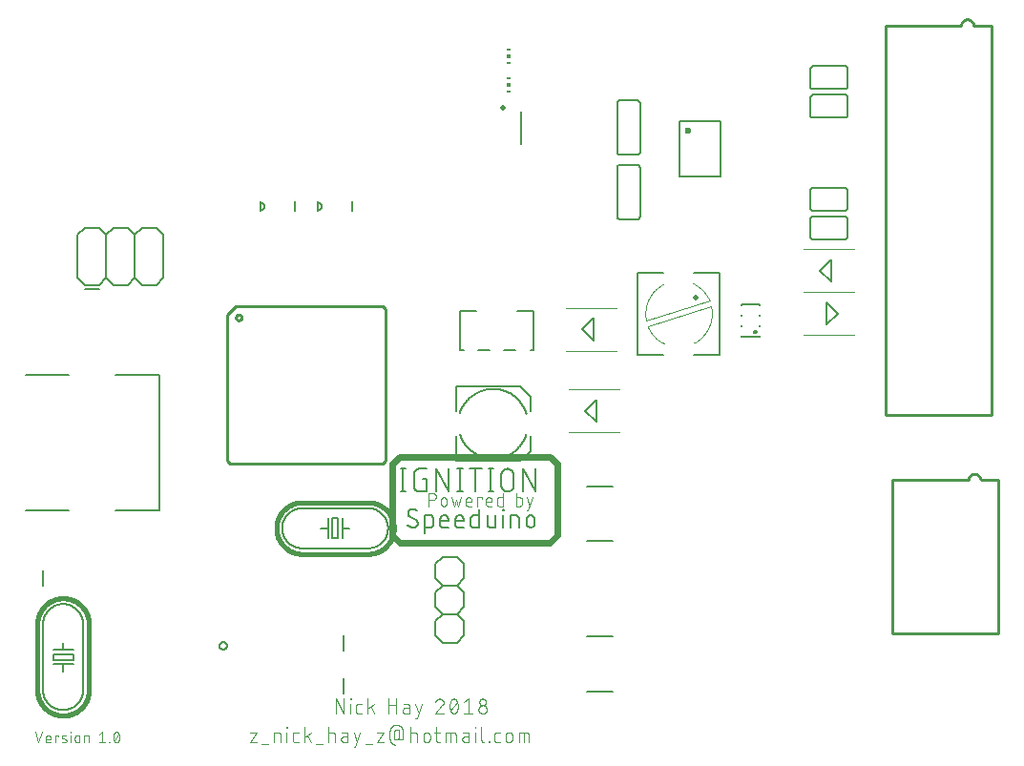
<source format=gbr>
G04 EAGLE Gerber X2 export*
%TF.Part,Single*%
%TF.FileFunction,Legend,Top,1*%
%TF.FilePolarity,Positive*%
%TF.GenerationSoftware,Autodesk,EAGLE,8.7.1*%
%TF.CreationDate,2018-04-19T12:08:15Z*%
G75*
%MOMM*%
%FSLAX34Y34*%
%LPD*%
%AMOC8*
5,1,8,0,0,1.08239X$1,22.5*%
G01*
%ADD10C,0.177800*%
%ADD11C,0.101600*%
%ADD12C,0.152400*%
%ADD13C,0.609600*%
%ADD14C,0.076200*%
%ADD15C,0.203200*%
%ADD16C,0.254000*%
%ADD17C,0.406400*%
%ADD18C,0.127000*%
%ADD19C,0.500000*%
%ADD20C,0.600000*%
%ADD21R,0.300000X0.150000*%
%ADD22R,0.300000X0.300000*%


D10*
X339669Y255905D02*
X339669Y235839D01*
X341898Y235839D02*
X337439Y235839D01*
X337439Y255905D02*
X341898Y255905D01*
X357347Y246987D02*
X360691Y246987D01*
X360691Y235839D01*
X354002Y235839D01*
X353870Y235841D01*
X353738Y235847D01*
X353606Y235857D01*
X353475Y235870D01*
X353344Y235888D01*
X353213Y235909D01*
X353084Y235935D01*
X352955Y235964D01*
X352827Y235997D01*
X352700Y236033D01*
X352574Y236074D01*
X352449Y236118D01*
X352326Y236166D01*
X352204Y236217D01*
X352084Y236272D01*
X351966Y236331D01*
X351849Y236393D01*
X351734Y236459D01*
X351622Y236527D01*
X351511Y236600D01*
X351402Y236675D01*
X351296Y236754D01*
X351192Y236835D01*
X351091Y236920D01*
X350992Y237008D01*
X350896Y237099D01*
X350803Y237192D01*
X350712Y237288D01*
X350624Y237387D01*
X350539Y237488D01*
X350458Y237592D01*
X350379Y237698D01*
X350304Y237807D01*
X350231Y237918D01*
X350163Y238030D01*
X350097Y238145D01*
X350035Y238262D01*
X349976Y238380D01*
X349921Y238500D01*
X349870Y238622D01*
X349822Y238745D01*
X349778Y238870D01*
X349737Y238996D01*
X349701Y239123D01*
X349668Y239251D01*
X349639Y239380D01*
X349613Y239509D01*
X349592Y239640D01*
X349574Y239771D01*
X349561Y239902D01*
X349551Y240034D01*
X349545Y240166D01*
X349543Y240298D01*
X349543Y251446D01*
X349545Y251578D01*
X349551Y251710D01*
X349561Y251842D01*
X349574Y251973D01*
X349592Y252104D01*
X349613Y252235D01*
X349639Y252364D01*
X349668Y252493D01*
X349701Y252621D01*
X349737Y252748D01*
X349778Y252874D01*
X349822Y252999D01*
X349870Y253122D01*
X349921Y253244D01*
X349976Y253364D01*
X350035Y253482D01*
X350097Y253599D01*
X350163Y253714D01*
X350231Y253826D01*
X350304Y253937D01*
X350379Y254045D01*
X350458Y254152D01*
X350539Y254256D01*
X350624Y254357D01*
X350712Y254456D01*
X350803Y254552D01*
X350896Y254645D01*
X350992Y254736D01*
X351091Y254824D01*
X351192Y254909D01*
X351296Y254990D01*
X351402Y255069D01*
X351511Y255144D01*
X351622Y255217D01*
X351734Y255285D01*
X351849Y255351D01*
X351966Y255413D01*
X352084Y255472D01*
X352204Y255527D01*
X352326Y255578D01*
X352449Y255626D01*
X352574Y255670D01*
X352700Y255711D01*
X352827Y255747D01*
X352955Y255780D01*
X353084Y255809D01*
X353213Y255835D01*
X353344Y255856D01*
X353475Y255874D01*
X353606Y255887D01*
X353738Y255897D01*
X353870Y255903D01*
X354002Y255905D01*
X360691Y255905D01*
X369318Y255905D02*
X369318Y235839D01*
X380465Y235839D02*
X369318Y255905D01*
X380465Y255905D02*
X380465Y235839D01*
X390340Y235839D02*
X390340Y255905D01*
X388110Y235839D02*
X392570Y235839D01*
X392570Y255905D02*
X388110Y255905D01*
X403935Y255905D02*
X403935Y235839D01*
X398361Y255905D02*
X409509Y255905D01*
X417530Y255905D02*
X417530Y235839D01*
X419759Y235839D02*
X415300Y235839D01*
X415300Y255905D02*
X419759Y255905D01*
X426786Y250331D02*
X426786Y241413D01*
X426786Y250331D02*
X426788Y250479D01*
X426794Y250628D01*
X426804Y250776D01*
X426818Y250923D01*
X426835Y251071D01*
X426857Y251218D01*
X426883Y251364D01*
X426912Y251509D01*
X426945Y251654D01*
X426982Y251798D01*
X427023Y251940D01*
X427068Y252082D01*
X427117Y252222D01*
X427169Y252361D01*
X427225Y252498D01*
X427284Y252634D01*
X427347Y252769D01*
X427414Y252901D01*
X427484Y253032D01*
X427558Y253161D01*
X427635Y253288D01*
X427715Y253412D01*
X427799Y253535D01*
X427886Y253655D01*
X427976Y253773D01*
X428069Y253889D01*
X428165Y254002D01*
X428264Y254112D01*
X428366Y254220D01*
X428471Y254325D01*
X428579Y254427D01*
X428689Y254526D01*
X428802Y254622D01*
X428918Y254715D01*
X429036Y254805D01*
X429156Y254892D01*
X429279Y254976D01*
X429403Y255056D01*
X429530Y255133D01*
X429659Y255207D01*
X429790Y255277D01*
X429922Y255344D01*
X430057Y255407D01*
X430193Y255466D01*
X430330Y255522D01*
X430469Y255574D01*
X430609Y255623D01*
X430751Y255668D01*
X430893Y255709D01*
X431037Y255746D01*
X431182Y255779D01*
X431327Y255808D01*
X431473Y255834D01*
X431620Y255856D01*
X431768Y255873D01*
X431915Y255887D01*
X432063Y255897D01*
X432212Y255903D01*
X432360Y255905D01*
X432508Y255903D01*
X432657Y255897D01*
X432805Y255887D01*
X432952Y255873D01*
X433100Y255856D01*
X433247Y255834D01*
X433393Y255808D01*
X433538Y255779D01*
X433683Y255746D01*
X433827Y255709D01*
X433969Y255668D01*
X434111Y255623D01*
X434251Y255574D01*
X434390Y255522D01*
X434527Y255466D01*
X434663Y255407D01*
X434798Y255344D01*
X434930Y255277D01*
X435061Y255207D01*
X435190Y255133D01*
X435317Y255056D01*
X435441Y254976D01*
X435564Y254892D01*
X435684Y254805D01*
X435802Y254715D01*
X435918Y254622D01*
X436031Y254526D01*
X436141Y254427D01*
X436249Y254325D01*
X436354Y254220D01*
X436456Y254112D01*
X436555Y254002D01*
X436651Y253889D01*
X436744Y253773D01*
X436834Y253655D01*
X436921Y253535D01*
X437005Y253412D01*
X437085Y253288D01*
X437162Y253161D01*
X437236Y253032D01*
X437306Y252901D01*
X437373Y252769D01*
X437436Y252634D01*
X437495Y252498D01*
X437551Y252361D01*
X437603Y252222D01*
X437652Y252082D01*
X437697Y251940D01*
X437738Y251798D01*
X437775Y251654D01*
X437808Y251509D01*
X437837Y251364D01*
X437863Y251218D01*
X437885Y251071D01*
X437902Y250923D01*
X437916Y250776D01*
X437926Y250628D01*
X437932Y250479D01*
X437934Y250331D01*
X437934Y241413D01*
X437932Y241265D01*
X437926Y241116D01*
X437916Y240968D01*
X437902Y240821D01*
X437885Y240673D01*
X437863Y240526D01*
X437837Y240380D01*
X437808Y240235D01*
X437775Y240090D01*
X437738Y239946D01*
X437697Y239804D01*
X437652Y239662D01*
X437603Y239522D01*
X437551Y239383D01*
X437495Y239246D01*
X437436Y239110D01*
X437373Y238975D01*
X437306Y238843D01*
X437236Y238712D01*
X437162Y238583D01*
X437085Y238456D01*
X437005Y238332D01*
X436921Y238209D01*
X436834Y238089D01*
X436744Y237971D01*
X436651Y237855D01*
X436555Y237742D01*
X436456Y237632D01*
X436354Y237524D01*
X436249Y237419D01*
X436141Y237317D01*
X436031Y237218D01*
X435918Y237122D01*
X435802Y237029D01*
X435684Y236939D01*
X435564Y236852D01*
X435441Y236768D01*
X435317Y236688D01*
X435190Y236611D01*
X435061Y236537D01*
X434930Y236467D01*
X434798Y236400D01*
X434663Y236337D01*
X434527Y236278D01*
X434390Y236222D01*
X434251Y236170D01*
X434111Y236121D01*
X433969Y236076D01*
X433827Y236035D01*
X433683Y235998D01*
X433538Y235965D01*
X433393Y235936D01*
X433247Y235910D01*
X433100Y235888D01*
X432952Y235871D01*
X432805Y235857D01*
X432657Y235847D01*
X432508Y235841D01*
X432360Y235839D01*
X432212Y235841D01*
X432063Y235847D01*
X431915Y235857D01*
X431768Y235871D01*
X431620Y235888D01*
X431473Y235910D01*
X431327Y235936D01*
X431182Y235965D01*
X431037Y235998D01*
X430893Y236035D01*
X430751Y236076D01*
X430609Y236121D01*
X430469Y236170D01*
X430330Y236222D01*
X430193Y236278D01*
X430057Y236337D01*
X429922Y236400D01*
X429790Y236467D01*
X429659Y236537D01*
X429530Y236611D01*
X429403Y236688D01*
X429279Y236768D01*
X429156Y236852D01*
X429036Y236939D01*
X428918Y237029D01*
X428802Y237122D01*
X428689Y237218D01*
X428579Y237317D01*
X428471Y237419D01*
X428366Y237524D01*
X428264Y237632D01*
X428165Y237742D01*
X428069Y237855D01*
X427976Y237971D01*
X427886Y238089D01*
X427799Y238209D01*
X427715Y238332D01*
X427635Y238456D01*
X427558Y238583D01*
X427484Y238712D01*
X427414Y238843D01*
X427347Y238975D01*
X427284Y239110D01*
X427225Y239246D01*
X427169Y239383D01*
X427117Y239522D01*
X427068Y239662D01*
X427023Y239804D01*
X426982Y239946D01*
X426945Y240090D01*
X426912Y240235D01*
X426883Y240380D01*
X426857Y240526D01*
X426835Y240673D01*
X426818Y240821D01*
X426804Y240968D01*
X426794Y241116D01*
X426788Y241265D01*
X426786Y241413D01*
X445943Y235839D02*
X445943Y255905D01*
X457090Y235839D01*
X457090Y255905D01*
D11*
X362458Y234442D02*
X362458Y222758D01*
X362458Y234442D02*
X365704Y234442D01*
X365817Y234440D01*
X365930Y234434D01*
X366043Y234424D01*
X366156Y234410D01*
X366268Y234393D01*
X366379Y234371D01*
X366489Y234346D01*
X366599Y234316D01*
X366707Y234283D01*
X366814Y234246D01*
X366920Y234206D01*
X367024Y234161D01*
X367127Y234113D01*
X367228Y234062D01*
X367327Y234007D01*
X367424Y233949D01*
X367519Y233887D01*
X367612Y233822D01*
X367702Y233754D01*
X367790Y233683D01*
X367876Y233608D01*
X367959Y233531D01*
X368039Y233451D01*
X368116Y233368D01*
X368191Y233282D01*
X368262Y233194D01*
X368330Y233104D01*
X368395Y233011D01*
X368457Y232916D01*
X368515Y232819D01*
X368570Y232720D01*
X368621Y232619D01*
X368669Y232516D01*
X368714Y232412D01*
X368754Y232306D01*
X368791Y232199D01*
X368824Y232091D01*
X368854Y231981D01*
X368879Y231871D01*
X368901Y231760D01*
X368918Y231648D01*
X368932Y231535D01*
X368942Y231422D01*
X368948Y231309D01*
X368950Y231196D01*
X368948Y231083D01*
X368942Y230970D01*
X368932Y230857D01*
X368918Y230744D01*
X368901Y230632D01*
X368879Y230521D01*
X368854Y230411D01*
X368824Y230301D01*
X368791Y230193D01*
X368754Y230086D01*
X368714Y229980D01*
X368669Y229876D01*
X368621Y229773D01*
X368570Y229672D01*
X368515Y229573D01*
X368457Y229476D01*
X368395Y229381D01*
X368330Y229288D01*
X368262Y229198D01*
X368191Y229110D01*
X368116Y229024D01*
X368039Y228941D01*
X367959Y228861D01*
X367876Y228784D01*
X367790Y228709D01*
X367702Y228638D01*
X367612Y228570D01*
X367519Y228505D01*
X367424Y228443D01*
X367327Y228385D01*
X367228Y228330D01*
X367127Y228279D01*
X367024Y228231D01*
X366920Y228186D01*
X366814Y228146D01*
X366707Y228109D01*
X366599Y228076D01*
X366489Y228046D01*
X366379Y228021D01*
X366268Y227999D01*
X366156Y227982D01*
X366043Y227968D01*
X365930Y227958D01*
X365817Y227952D01*
X365704Y227950D01*
X365704Y227951D02*
X362458Y227951D01*
X373225Y227951D02*
X373225Y225354D01*
X373225Y227951D02*
X373227Y228052D01*
X373233Y228152D01*
X373243Y228252D01*
X373256Y228352D01*
X373274Y228451D01*
X373295Y228550D01*
X373320Y228647D01*
X373349Y228744D01*
X373382Y228839D01*
X373418Y228933D01*
X373458Y229025D01*
X373501Y229116D01*
X373548Y229205D01*
X373598Y229292D01*
X373652Y229378D01*
X373709Y229461D01*
X373769Y229541D01*
X373832Y229620D01*
X373899Y229696D01*
X373968Y229769D01*
X374040Y229839D01*
X374114Y229907D01*
X374191Y229972D01*
X374271Y230033D01*
X374353Y230092D01*
X374437Y230147D01*
X374523Y230199D01*
X374611Y230248D01*
X374701Y230293D01*
X374793Y230335D01*
X374886Y230373D01*
X374981Y230407D01*
X375076Y230438D01*
X375173Y230465D01*
X375271Y230488D01*
X375370Y230508D01*
X375470Y230523D01*
X375570Y230535D01*
X375670Y230543D01*
X375771Y230547D01*
X375871Y230547D01*
X375972Y230543D01*
X376072Y230535D01*
X376172Y230523D01*
X376272Y230508D01*
X376371Y230488D01*
X376469Y230465D01*
X376566Y230438D01*
X376661Y230407D01*
X376756Y230373D01*
X376849Y230335D01*
X376941Y230293D01*
X377031Y230248D01*
X377119Y230199D01*
X377205Y230147D01*
X377289Y230092D01*
X377371Y230033D01*
X377451Y229972D01*
X377528Y229907D01*
X377602Y229839D01*
X377674Y229769D01*
X377743Y229696D01*
X377810Y229620D01*
X377873Y229541D01*
X377933Y229461D01*
X377990Y229378D01*
X378044Y229292D01*
X378094Y229205D01*
X378141Y229116D01*
X378184Y229025D01*
X378224Y228933D01*
X378260Y228839D01*
X378293Y228744D01*
X378322Y228647D01*
X378347Y228550D01*
X378368Y228451D01*
X378386Y228352D01*
X378399Y228252D01*
X378409Y228152D01*
X378415Y228052D01*
X378417Y227951D01*
X378418Y227951D02*
X378418Y225354D01*
X378417Y225354D02*
X378415Y225253D01*
X378409Y225153D01*
X378399Y225053D01*
X378386Y224953D01*
X378368Y224854D01*
X378347Y224755D01*
X378322Y224658D01*
X378293Y224561D01*
X378260Y224466D01*
X378224Y224372D01*
X378184Y224280D01*
X378141Y224189D01*
X378094Y224100D01*
X378044Y224013D01*
X377990Y223927D01*
X377933Y223844D01*
X377873Y223764D01*
X377810Y223685D01*
X377743Y223609D01*
X377674Y223536D01*
X377602Y223466D01*
X377528Y223398D01*
X377451Y223333D01*
X377371Y223272D01*
X377289Y223213D01*
X377205Y223158D01*
X377119Y223106D01*
X377031Y223057D01*
X376941Y223012D01*
X376849Y222970D01*
X376756Y222932D01*
X376661Y222898D01*
X376566Y222867D01*
X376469Y222840D01*
X376371Y222817D01*
X376272Y222797D01*
X376172Y222782D01*
X376072Y222770D01*
X375972Y222762D01*
X375871Y222758D01*
X375771Y222758D01*
X375670Y222762D01*
X375570Y222770D01*
X375470Y222782D01*
X375370Y222797D01*
X375271Y222817D01*
X375173Y222840D01*
X375076Y222867D01*
X374981Y222898D01*
X374886Y222932D01*
X374793Y222970D01*
X374701Y223012D01*
X374611Y223057D01*
X374523Y223106D01*
X374437Y223158D01*
X374353Y223213D01*
X374271Y223272D01*
X374191Y223333D01*
X374114Y223398D01*
X374040Y223466D01*
X373968Y223536D01*
X373899Y223609D01*
X373832Y223685D01*
X373769Y223764D01*
X373709Y223844D01*
X373652Y223927D01*
X373598Y224013D01*
X373548Y224100D01*
X373501Y224189D01*
X373458Y224280D01*
X373418Y224372D01*
X373382Y224466D01*
X373349Y224561D01*
X373320Y224658D01*
X373295Y224755D01*
X373274Y224854D01*
X373256Y224953D01*
X373243Y225053D01*
X373233Y225153D01*
X373227Y225253D01*
X373225Y225354D01*
X382976Y230547D02*
X384923Y222758D01*
X386870Y227951D01*
X388818Y222758D01*
X390765Y230547D01*
X397270Y222758D02*
X400516Y222758D01*
X397270Y222758D02*
X397183Y222760D01*
X397095Y222766D01*
X397009Y222776D01*
X396922Y222789D01*
X396837Y222807D01*
X396752Y222828D01*
X396668Y222853D01*
X396586Y222882D01*
X396505Y222915D01*
X396425Y222951D01*
X396347Y222990D01*
X396271Y223034D01*
X396197Y223080D01*
X396126Y223130D01*
X396056Y223183D01*
X395989Y223239D01*
X395925Y223298D01*
X395863Y223360D01*
X395804Y223424D01*
X395748Y223491D01*
X395695Y223561D01*
X395645Y223632D01*
X395599Y223706D01*
X395555Y223782D01*
X395516Y223860D01*
X395480Y223940D01*
X395447Y224021D01*
X395418Y224103D01*
X395393Y224187D01*
X395372Y224272D01*
X395354Y224357D01*
X395341Y224444D01*
X395331Y224530D01*
X395325Y224618D01*
X395323Y224705D01*
X395323Y227951D01*
X395325Y228052D01*
X395331Y228152D01*
X395341Y228252D01*
X395354Y228352D01*
X395372Y228451D01*
X395393Y228550D01*
X395418Y228647D01*
X395447Y228744D01*
X395480Y228839D01*
X395516Y228933D01*
X395556Y229025D01*
X395599Y229116D01*
X395646Y229205D01*
X395696Y229292D01*
X395750Y229378D01*
X395807Y229461D01*
X395867Y229541D01*
X395930Y229620D01*
X395997Y229696D01*
X396066Y229769D01*
X396138Y229839D01*
X396212Y229907D01*
X396289Y229972D01*
X396369Y230033D01*
X396451Y230092D01*
X396535Y230147D01*
X396621Y230199D01*
X396709Y230248D01*
X396799Y230293D01*
X396891Y230335D01*
X396984Y230373D01*
X397079Y230407D01*
X397174Y230438D01*
X397271Y230465D01*
X397369Y230488D01*
X397468Y230508D01*
X397568Y230523D01*
X397668Y230535D01*
X397768Y230543D01*
X397869Y230547D01*
X397969Y230547D01*
X398070Y230543D01*
X398170Y230535D01*
X398270Y230523D01*
X398370Y230508D01*
X398469Y230488D01*
X398567Y230465D01*
X398664Y230438D01*
X398759Y230407D01*
X398854Y230373D01*
X398947Y230335D01*
X399039Y230293D01*
X399129Y230248D01*
X399217Y230199D01*
X399303Y230147D01*
X399387Y230092D01*
X399469Y230033D01*
X399549Y229972D01*
X399626Y229907D01*
X399700Y229839D01*
X399772Y229769D01*
X399841Y229696D01*
X399908Y229620D01*
X399971Y229541D01*
X400031Y229461D01*
X400088Y229378D01*
X400142Y229292D01*
X400192Y229205D01*
X400239Y229116D01*
X400282Y229025D01*
X400322Y228933D01*
X400358Y228839D01*
X400391Y228744D01*
X400420Y228647D01*
X400445Y228550D01*
X400466Y228451D01*
X400484Y228352D01*
X400497Y228252D01*
X400507Y228152D01*
X400513Y228052D01*
X400515Y227951D01*
X400516Y227951D02*
X400516Y226653D01*
X395323Y226653D01*
X405676Y222758D02*
X405676Y230547D01*
X409571Y230547D01*
X409571Y229249D01*
X415177Y222758D02*
X418423Y222758D01*
X415177Y222758D02*
X415090Y222760D01*
X415002Y222766D01*
X414916Y222776D01*
X414829Y222789D01*
X414744Y222807D01*
X414659Y222828D01*
X414575Y222853D01*
X414493Y222882D01*
X414412Y222915D01*
X414332Y222951D01*
X414254Y222990D01*
X414178Y223034D01*
X414104Y223080D01*
X414033Y223130D01*
X413963Y223183D01*
X413896Y223239D01*
X413832Y223298D01*
X413770Y223360D01*
X413711Y223424D01*
X413655Y223491D01*
X413602Y223561D01*
X413552Y223632D01*
X413506Y223706D01*
X413462Y223782D01*
X413423Y223860D01*
X413387Y223940D01*
X413354Y224021D01*
X413325Y224103D01*
X413300Y224187D01*
X413279Y224272D01*
X413261Y224357D01*
X413248Y224444D01*
X413238Y224530D01*
X413232Y224618D01*
X413230Y224705D01*
X413230Y227951D01*
X413232Y228052D01*
X413238Y228152D01*
X413248Y228252D01*
X413261Y228352D01*
X413279Y228451D01*
X413300Y228550D01*
X413325Y228647D01*
X413354Y228744D01*
X413387Y228839D01*
X413423Y228933D01*
X413463Y229025D01*
X413506Y229116D01*
X413553Y229205D01*
X413603Y229292D01*
X413657Y229378D01*
X413714Y229461D01*
X413774Y229541D01*
X413837Y229620D01*
X413904Y229696D01*
X413973Y229769D01*
X414045Y229839D01*
X414119Y229907D01*
X414196Y229972D01*
X414276Y230033D01*
X414358Y230092D01*
X414442Y230147D01*
X414528Y230199D01*
X414616Y230248D01*
X414706Y230293D01*
X414798Y230335D01*
X414891Y230373D01*
X414986Y230407D01*
X415081Y230438D01*
X415178Y230465D01*
X415276Y230488D01*
X415375Y230508D01*
X415475Y230523D01*
X415575Y230535D01*
X415675Y230543D01*
X415776Y230547D01*
X415876Y230547D01*
X415977Y230543D01*
X416077Y230535D01*
X416177Y230523D01*
X416277Y230508D01*
X416376Y230488D01*
X416474Y230465D01*
X416571Y230438D01*
X416666Y230407D01*
X416761Y230373D01*
X416854Y230335D01*
X416946Y230293D01*
X417036Y230248D01*
X417124Y230199D01*
X417210Y230147D01*
X417294Y230092D01*
X417376Y230033D01*
X417456Y229972D01*
X417533Y229907D01*
X417607Y229839D01*
X417679Y229769D01*
X417748Y229696D01*
X417815Y229620D01*
X417878Y229541D01*
X417938Y229461D01*
X417995Y229378D01*
X418049Y229292D01*
X418099Y229205D01*
X418146Y229116D01*
X418189Y229025D01*
X418229Y228933D01*
X418265Y228839D01*
X418298Y228744D01*
X418327Y228647D01*
X418352Y228550D01*
X418373Y228451D01*
X418391Y228352D01*
X418404Y228252D01*
X418414Y228152D01*
X418420Y228052D01*
X418422Y227951D01*
X418423Y227951D02*
X418423Y226653D01*
X413230Y226653D01*
X428270Y222758D02*
X428270Y234442D01*
X428270Y222758D02*
X425024Y222758D01*
X424937Y222760D01*
X424849Y222766D01*
X424763Y222776D01*
X424676Y222789D01*
X424591Y222807D01*
X424506Y222828D01*
X424422Y222853D01*
X424340Y222882D01*
X424259Y222915D01*
X424179Y222951D01*
X424101Y222990D01*
X424025Y223034D01*
X423951Y223080D01*
X423880Y223130D01*
X423810Y223183D01*
X423743Y223239D01*
X423679Y223298D01*
X423617Y223360D01*
X423558Y223424D01*
X423502Y223491D01*
X423449Y223561D01*
X423399Y223632D01*
X423353Y223706D01*
X423309Y223782D01*
X423270Y223860D01*
X423234Y223940D01*
X423201Y224021D01*
X423172Y224103D01*
X423147Y224187D01*
X423126Y224272D01*
X423108Y224357D01*
X423095Y224444D01*
X423085Y224530D01*
X423079Y224618D01*
X423077Y224705D01*
X423077Y228600D01*
X423079Y228687D01*
X423085Y228775D01*
X423095Y228861D01*
X423108Y228948D01*
X423126Y229033D01*
X423147Y229118D01*
X423172Y229202D01*
X423201Y229284D01*
X423234Y229365D01*
X423270Y229445D01*
X423309Y229523D01*
X423353Y229599D01*
X423399Y229673D01*
X423449Y229744D01*
X423502Y229814D01*
X423558Y229881D01*
X423617Y229945D01*
X423679Y230007D01*
X423743Y230066D01*
X423810Y230122D01*
X423880Y230175D01*
X423951Y230225D01*
X424025Y230271D01*
X424101Y230315D01*
X424179Y230354D01*
X424259Y230390D01*
X424340Y230423D01*
X424422Y230452D01*
X424506Y230477D01*
X424591Y230498D01*
X424676Y230516D01*
X424763Y230529D01*
X424849Y230539D01*
X424937Y230545D01*
X425024Y230547D01*
X428270Y230547D01*
X439959Y234442D02*
X439959Y222758D01*
X443204Y222758D01*
X443291Y222760D01*
X443379Y222766D01*
X443465Y222776D01*
X443552Y222789D01*
X443637Y222807D01*
X443722Y222828D01*
X443806Y222853D01*
X443888Y222882D01*
X443969Y222915D01*
X444049Y222951D01*
X444127Y222990D01*
X444203Y223034D01*
X444277Y223080D01*
X444348Y223130D01*
X444418Y223183D01*
X444485Y223239D01*
X444549Y223298D01*
X444611Y223359D01*
X444670Y223424D01*
X444726Y223491D01*
X444779Y223561D01*
X444829Y223632D01*
X444875Y223706D01*
X444919Y223782D01*
X444958Y223860D01*
X444994Y223940D01*
X445027Y224021D01*
X445056Y224103D01*
X445081Y224187D01*
X445102Y224272D01*
X445120Y224357D01*
X445133Y224444D01*
X445143Y224530D01*
X445149Y224618D01*
X445151Y224705D01*
X445151Y228600D01*
X445149Y228687D01*
X445143Y228775D01*
X445133Y228861D01*
X445120Y228948D01*
X445102Y229033D01*
X445081Y229118D01*
X445056Y229202D01*
X445027Y229284D01*
X444994Y229365D01*
X444958Y229445D01*
X444919Y229523D01*
X444875Y229599D01*
X444829Y229673D01*
X444779Y229744D01*
X444726Y229814D01*
X444670Y229881D01*
X444611Y229945D01*
X444549Y230007D01*
X444485Y230066D01*
X444418Y230122D01*
X444348Y230175D01*
X444277Y230225D01*
X444203Y230271D01*
X444127Y230315D01*
X444049Y230354D01*
X443969Y230390D01*
X443888Y230423D01*
X443806Y230452D01*
X443722Y230477D01*
X443637Y230498D01*
X443552Y230516D01*
X443465Y230529D01*
X443379Y230539D01*
X443291Y230545D01*
X443204Y230547D01*
X439959Y230547D01*
X449425Y218863D02*
X450723Y218863D01*
X454618Y230547D01*
X449425Y230547D02*
X452021Y222758D01*
D12*
X352693Y207574D02*
X352691Y207456D01*
X352685Y207338D01*
X352676Y207220D01*
X352662Y207103D01*
X352645Y206986D01*
X352624Y206869D01*
X352599Y206754D01*
X352570Y206639D01*
X352537Y206525D01*
X352501Y206413D01*
X352461Y206302D01*
X352418Y206192D01*
X352371Y206083D01*
X352321Y205976D01*
X352266Y205871D01*
X352209Y205768D01*
X352148Y205667D01*
X352084Y205567D01*
X352017Y205470D01*
X351947Y205375D01*
X351873Y205283D01*
X351797Y205192D01*
X351717Y205105D01*
X351635Y205020D01*
X351550Y204938D01*
X351463Y204858D01*
X351372Y204782D01*
X351280Y204708D01*
X351185Y204638D01*
X351088Y204571D01*
X350988Y204507D01*
X350887Y204446D01*
X350784Y204389D01*
X350679Y204334D01*
X350572Y204284D01*
X350463Y204237D01*
X350353Y204194D01*
X350242Y204154D01*
X350130Y204118D01*
X350016Y204085D01*
X349901Y204056D01*
X349786Y204031D01*
X349669Y204010D01*
X349552Y203993D01*
X349435Y203979D01*
X349317Y203970D01*
X349199Y203964D01*
X349081Y203962D01*
X348898Y203964D01*
X348716Y203971D01*
X348534Y203982D01*
X348352Y203997D01*
X348170Y204017D01*
X347989Y204040D01*
X347809Y204069D01*
X347629Y204101D01*
X347450Y204138D01*
X347273Y204179D01*
X347096Y204225D01*
X346920Y204274D01*
X346746Y204328D01*
X346572Y204386D01*
X346401Y204448D01*
X346231Y204514D01*
X346062Y204585D01*
X345895Y204659D01*
X345730Y204737D01*
X345567Y204819D01*
X345406Y204905D01*
X345247Y204995D01*
X345090Y205089D01*
X344936Y205186D01*
X344784Y205287D01*
X344634Y205392D01*
X344487Y205500D01*
X344343Y205611D01*
X344201Y205726D01*
X344062Y205845D01*
X343926Y205967D01*
X343793Y206092D01*
X343663Y206220D01*
X344114Y216606D02*
X344116Y216724D01*
X344122Y216842D01*
X344131Y216960D01*
X344145Y217077D01*
X344162Y217194D01*
X344183Y217311D01*
X344208Y217426D01*
X344237Y217541D01*
X344270Y217655D01*
X344306Y217767D01*
X344346Y217878D01*
X344389Y217988D01*
X344436Y218097D01*
X344486Y218204D01*
X344541Y218309D01*
X344598Y218412D01*
X344659Y218513D01*
X344723Y218613D01*
X344790Y218710D01*
X344860Y218805D01*
X344934Y218897D01*
X345010Y218988D01*
X345090Y219075D01*
X345172Y219160D01*
X345257Y219242D01*
X345344Y219322D01*
X345435Y219398D01*
X345527Y219472D01*
X345622Y219542D01*
X345719Y219609D01*
X345819Y219673D01*
X345920Y219734D01*
X346023Y219792D01*
X346128Y219846D01*
X346235Y219896D01*
X346344Y219943D01*
X346454Y219987D01*
X346565Y220026D01*
X346678Y220062D01*
X346791Y220095D01*
X346906Y220124D01*
X347021Y220149D01*
X347138Y220170D01*
X347255Y220187D01*
X347372Y220201D01*
X347490Y220210D01*
X347608Y220216D01*
X347726Y220218D01*
X347887Y220216D01*
X348049Y220210D01*
X348210Y220201D01*
X348371Y220187D01*
X348531Y220170D01*
X348691Y220149D01*
X348851Y220124D01*
X349010Y220095D01*
X349168Y220063D01*
X349325Y220027D01*
X349481Y219987D01*
X349637Y219943D01*
X349791Y219895D01*
X349944Y219844D01*
X350096Y219790D01*
X350247Y219731D01*
X350396Y219670D01*
X350543Y219604D01*
X350689Y219535D01*
X350834Y219463D01*
X350976Y219387D01*
X351117Y219308D01*
X351256Y219226D01*
X351392Y219140D01*
X351527Y219051D01*
X351660Y218959D01*
X351790Y218863D01*
X345919Y213445D02*
X345818Y213507D01*
X345718Y213572D01*
X345621Y213641D01*
X345526Y213713D01*
X345433Y213787D01*
X345343Y213865D01*
X345255Y213946D01*
X345170Y214029D01*
X345088Y214115D01*
X345009Y214204D01*
X344932Y214295D01*
X344859Y214389D01*
X344788Y214485D01*
X344721Y214583D01*
X344657Y214683D01*
X344596Y214786D01*
X344539Y214890D01*
X344485Y214996D01*
X344435Y215104D01*
X344388Y215213D01*
X344344Y215324D01*
X344304Y215436D01*
X344268Y215550D01*
X344236Y215664D01*
X344207Y215780D01*
X344182Y215896D01*
X344161Y216013D01*
X344144Y216131D01*
X344130Y216249D01*
X344121Y216368D01*
X344115Y216487D01*
X344113Y216606D01*
X350887Y210735D02*
X350988Y210673D01*
X351088Y210608D01*
X351185Y210539D01*
X351280Y210467D01*
X351373Y210393D01*
X351463Y210315D01*
X351551Y210234D01*
X351636Y210151D01*
X351718Y210065D01*
X351797Y209976D01*
X351874Y209885D01*
X351947Y209791D01*
X352018Y209695D01*
X352085Y209597D01*
X352149Y209497D01*
X352210Y209394D01*
X352267Y209290D01*
X352321Y209184D01*
X352371Y209076D01*
X352418Y208967D01*
X352462Y208856D01*
X352502Y208744D01*
X352538Y208630D01*
X352570Y208516D01*
X352599Y208400D01*
X352624Y208284D01*
X352645Y208167D01*
X352662Y208049D01*
X352676Y207931D01*
X352685Y207812D01*
X352691Y207693D01*
X352693Y207574D01*
X350887Y210735D02*
X345920Y213445D01*
X359228Y214799D02*
X359228Y198543D01*
X359228Y214799D02*
X363743Y214799D01*
X363847Y214797D01*
X363950Y214791D01*
X364054Y214781D01*
X364157Y214767D01*
X364259Y214749D01*
X364360Y214728D01*
X364461Y214702D01*
X364560Y214673D01*
X364659Y214640D01*
X364756Y214603D01*
X364851Y214562D01*
X364945Y214518D01*
X365037Y214470D01*
X365127Y214419D01*
X365216Y214364D01*
X365302Y214306D01*
X365385Y214244D01*
X365467Y214180D01*
X365545Y214112D01*
X365621Y214042D01*
X365695Y213969D01*
X365765Y213892D01*
X365833Y213814D01*
X365897Y213732D01*
X365959Y213649D01*
X366017Y213563D01*
X366072Y213474D01*
X366123Y213384D01*
X366171Y213292D01*
X366215Y213198D01*
X366256Y213103D01*
X366293Y213006D01*
X366326Y212907D01*
X366355Y212808D01*
X366381Y212707D01*
X366402Y212606D01*
X366420Y212504D01*
X366434Y212401D01*
X366444Y212297D01*
X366450Y212194D01*
X366452Y212090D01*
X366452Y206671D01*
X366450Y206570D01*
X366444Y206469D01*
X366435Y206368D01*
X366422Y206267D01*
X366405Y206167D01*
X366384Y206068D01*
X366360Y205970D01*
X366332Y205873D01*
X366300Y205776D01*
X366265Y205681D01*
X366226Y205588D01*
X366184Y205496D01*
X366138Y205405D01*
X366089Y205316D01*
X366037Y205230D01*
X365981Y205145D01*
X365923Y205062D01*
X365861Y204982D01*
X365796Y204904D01*
X365729Y204828D01*
X365659Y204755D01*
X365586Y204685D01*
X365510Y204618D01*
X365432Y204553D01*
X365352Y204491D01*
X365269Y204433D01*
X365184Y204377D01*
X365098Y204325D01*
X365009Y204276D01*
X364918Y204230D01*
X364826Y204188D01*
X364733Y204149D01*
X364638Y204114D01*
X364541Y204082D01*
X364444Y204054D01*
X364346Y204030D01*
X364247Y204009D01*
X364147Y203992D01*
X364046Y203979D01*
X363945Y203970D01*
X363844Y203964D01*
X363743Y203962D01*
X359228Y203962D01*
X375411Y203962D02*
X379926Y203962D01*
X375411Y203962D02*
X375310Y203964D01*
X375209Y203970D01*
X375108Y203979D01*
X375007Y203992D01*
X374907Y204009D01*
X374808Y204030D01*
X374710Y204054D01*
X374613Y204082D01*
X374516Y204114D01*
X374421Y204149D01*
X374328Y204188D01*
X374236Y204230D01*
X374145Y204276D01*
X374057Y204325D01*
X373970Y204377D01*
X373885Y204433D01*
X373802Y204491D01*
X373722Y204553D01*
X373644Y204618D01*
X373568Y204685D01*
X373495Y204755D01*
X373425Y204828D01*
X373358Y204904D01*
X373293Y204982D01*
X373231Y205062D01*
X373173Y205145D01*
X373117Y205230D01*
X373065Y205317D01*
X373016Y205405D01*
X372970Y205496D01*
X372928Y205588D01*
X372889Y205681D01*
X372854Y205776D01*
X372822Y205873D01*
X372794Y205970D01*
X372770Y206068D01*
X372749Y206167D01*
X372732Y206267D01*
X372719Y206368D01*
X372710Y206469D01*
X372704Y206570D01*
X372702Y206671D01*
X372701Y206671D02*
X372701Y211187D01*
X372702Y211187D02*
X372704Y211306D01*
X372710Y211426D01*
X372720Y211545D01*
X372734Y211663D01*
X372751Y211782D01*
X372773Y211899D01*
X372798Y212016D01*
X372828Y212131D01*
X372861Y212246D01*
X372898Y212360D01*
X372938Y212472D01*
X372983Y212583D01*
X373031Y212692D01*
X373082Y212800D01*
X373137Y212906D01*
X373196Y213010D01*
X373258Y213112D01*
X373323Y213212D01*
X373392Y213310D01*
X373464Y213406D01*
X373539Y213499D01*
X373616Y213589D01*
X373697Y213677D01*
X373781Y213762D01*
X373868Y213844D01*
X373957Y213924D01*
X374049Y214000D01*
X374143Y214074D01*
X374240Y214144D01*
X374338Y214211D01*
X374439Y214275D01*
X374543Y214335D01*
X374648Y214392D01*
X374755Y214445D01*
X374863Y214495D01*
X374973Y214541D01*
X375085Y214583D01*
X375198Y214622D01*
X375312Y214657D01*
X375427Y214688D01*
X375544Y214716D01*
X375661Y214739D01*
X375778Y214759D01*
X375897Y214775D01*
X376016Y214787D01*
X376135Y214795D01*
X376254Y214799D01*
X376374Y214799D01*
X376493Y214795D01*
X376612Y214787D01*
X376731Y214775D01*
X376850Y214759D01*
X376967Y214739D01*
X377084Y214716D01*
X377201Y214688D01*
X377316Y214657D01*
X377430Y214622D01*
X377543Y214583D01*
X377655Y214541D01*
X377765Y214495D01*
X377873Y214445D01*
X377980Y214392D01*
X378085Y214335D01*
X378189Y214275D01*
X378290Y214211D01*
X378388Y214144D01*
X378485Y214074D01*
X378579Y214000D01*
X378671Y213924D01*
X378760Y213844D01*
X378847Y213762D01*
X378931Y213677D01*
X379012Y213589D01*
X379089Y213499D01*
X379164Y213406D01*
X379236Y213310D01*
X379305Y213212D01*
X379370Y213112D01*
X379432Y213010D01*
X379491Y212906D01*
X379546Y212800D01*
X379597Y212692D01*
X379645Y212583D01*
X379690Y212472D01*
X379730Y212360D01*
X379767Y212246D01*
X379800Y212131D01*
X379830Y212016D01*
X379855Y211899D01*
X379877Y211782D01*
X379894Y211663D01*
X379908Y211545D01*
X379918Y211426D01*
X379924Y211306D01*
X379926Y211187D01*
X379926Y209381D01*
X372701Y209381D01*
X388958Y203962D02*
X393473Y203962D01*
X388958Y203962D02*
X388857Y203964D01*
X388756Y203970D01*
X388655Y203979D01*
X388554Y203992D01*
X388454Y204009D01*
X388355Y204030D01*
X388257Y204054D01*
X388160Y204082D01*
X388063Y204114D01*
X387968Y204149D01*
X387875Y204188D01*
X387783Y204230D01*
X387692Y204276D01*
X387604Y204325D01*
X387517Y204377D01*
X387432Y204433D01*
X387349Y204491D01*
X387269Y204553D01*
X387191Y204618D01*
X387115Y204685D01*
X387042Y204755D01*
X386972Y204828D01*
X386905Y204904D01*
X386840Y204982D01*
X386778Y205062D01*
X386720Y205145D01*
X386664Y205230D01*
X386612Y205317D01*
X386563Y205405D01*
X386517Y205496D01*
X386475Y205588D01*
X386436Y205681D01*
X386401Y205776D01*
X386369Y205873D01*
X386341Y205970D01*
X386317Y206068D01*
X386296Y206167D01*
X386279Y206267D01*
X386266Y206368D01*
X386257Y206469D01*
X386251Y206570D01*
X386249Y206671D01*
X386248Y206671D02*
X386248Y211187D01*
X386249Y211187D02*
X386251Y211306D01*
X386257Y211426D01*
X386267Y211545D01*
X386281Y211663D01*
X386298Y211782D01*
X386320Y211899D01*
X386345Y212016D01*
X386375Y212131D01*
X386408Y212246D01*
X386445Y212360D01*
X386485Y212472D01*
X386530Y212583D01*
X386578Y212692D01*
X386629Y212800D01*
X386684Y212906D01*
X386743Y213010D01*
X386805Y213112D01*
X386870Y213212D01*
X386939Y213310D01*
X387011Y213406D01*
X387086Y213499D01*
X387163Y213589D01*
X387244Y213677D01*
X387328Y213762D01*
X387415Y213844D01*
X387504Y213924D01*
X387596Y214000D01*
X387690Y214074D01*
X387787Y214144D01*
X387885Y214211D01*
X387986Y214275D01*
X388090Y214335D01*
X388195Y214392D01*
X388302Y214445D01*
X388410Y214495D01*
X388520Y214541D01*
X388632Y214583D01*
X388745Y214622D01*
X388859Y214657D01*
X388974Y214688D01*
X389091Y214716D01*
X389208Y214739D01*
X389325Y214759D01*
X389444Y214775D01*
X389563Y214787D01*
X389682Y214795D01*
X389801Y214799D01*
X389921Y214799D01*
X390040Y214795D01*
X390159Y214787D01*
X390278Y214775D01*
X390397Y214759D01*
X390514Y214739D01*
X390631Y214716D01*
X390748Y214688D01*
X390863Y214657D01*
X390977Y214622D01*
X391090Y214583D01*
X391202Y214541D01*
X391312Y214495D01*
X391420Y214445D01*
X391527Y214392D01*
X391632Y214335D01*
X391736Y214275D01*
X391837Y214211D01*
X391935Y214144D01*
X392032Y214074D01*
X392126Y214000D01*
X392218Y213924D01*
X392307Y213844D01*
X392394Y213762D01*
X392478Y213677D01*
X392559Y213589D01*
X392636Y213499D01*
X392711Y213406D01*
X392783Y213310D01*
X392852Y213212D01*
X392917Y213112D01*
X392979Y213010D01*
X393038Y212906D01*
X393093Y212800D01*
X393144Y212692D01*
X393192Y212583D01*
X393237Y212472D01*
X393277Y212360D01*
X393314Y212246D01*
X393347Y212131D01*
X393377Y212016D01*
X393402Y211899D01*
X393424Y211782D01*
X393441Y211663D01*
X393455Y211545D01*
X393465Y211426D01*
X393471Y211306D01*
X393473Y211187D01*
X393473Y209381D01*
X386248Y209381D01*
X406947Y203962D02*
X406947Y220218D01*
X406947Y203962D02*
X402431Y203962D01*
X402330Y203964D01*
X402229Y203970D01*
X402128Y203979D01*
X402027Y203992D01*
X401927Y204009D01*
X401828Y204030D01*
X401730Y204054D01*
X401633Y204082D01*
X401536Y204114D01*
X401441Y204149D01*
X401348Y204188D01*
X401256Y204230D01*
X401165Y204276D01*
X401077Y204325D01*
X400990Y204377D01*
X400905Y204433D01*
X400822Y204491D01*
X400742Y204553D01*
X400664Y204618D01*
X400588Y204685D01*
X400515Y204755D01*
X400445Y204828D01*
X400378Y204904D01*
X400313Y204982D01*
X400251Y205062D01*
X400193Y205145D01*
X400137Y205230D01*
X400085Y205317D01*
X400036Y205405D01*
X399990Y205496D01*
X399948Y205588D01*
X399909Y205681D01*
X399874Y205776D01*
X399842Y205873D01*
X399814Y205970D01*
X399790Y206068D01*
X399769Y206167D01*
X399752Y206267D01*
X399739Y206368D01*
X399730Y206469D01*
X399724Y206570D01*
X399722Y206671D01*
X399722Y212090D01*
X399724Y212191D01*
X399730Y212292D01*
X399739Y212393D01*
X399752Y212494D01*
X399769Y212594D01*
X399790Y212693D01*
X399814Y212791D01*
X399842Y212888D01*
X399874Y212985D01*
X399909Y213080D01*
X399948Y213173D01*
X399990Y213265D01*
X400036Y213356D01*
X400085Y213445D01*
X400137Y213531D01*
X400193Y213616D01*
X400251Y213699D01*
X400313Y213779D01*
X400378Y213857D01*
X400445Y213933D01*
X400515Y214006D01*
X400588Y214076D01*
X400664Y214143D01*
X400742Y214208D01*
X400822Y214270D01*
X400905Y214328D01*
X400990Y214384D01*
X401077Y214436D01*
X401165Y214485D01*
X401256Y214531D01*
X401348Y214573D01*
X401441Y214612D01*
X401536Y214647D01*
X401633Y214679D01*
X401730Y214707D01*
X401828Y214731D01*
X401927Y214752D01*
X402027Y214769D01*
X402128Y214782D01*
X402229Y214791D01*
X402330Y214797D01*
X402431Y214799D01*
X406947Y214799D01*
X414385Y214799D02*
X414385Y206671D01*
X414387Y206570D01*
X414393Y206469D01*
X414402Y206368D01*
X414415Y206267D01*
X414432Y206167D01*
X414453Y206068D01*
X414477Y205970D01*
X414505Y205873D01*
X414537Y205776D01*
X414572Y205681D01*
X414611Y205588D01*
X414653Y205496D01*
X414699Y205405D01*
X414748Y205317D01*
X414800Y205230D01*
X414856Y205145D01*
X414914Y205062D01*
X414976Y204982D01*
X415041Y204904D01*
X415108Y204828D01*
X415178Y204755D01*
X415251Y204685D01*
X415327Y204618D01*
X415405Y204553D01*
X415485Y204491D01*
X415568Y204433D01*
X415653Y204377D01*
X415740Y204325D01*
X415828Y204276D01*
X415919Y204230D01*
X416011Y204188D01*
X416104Y204149D01*
X416199Y204114D01*
X416296Y204082D01*
X416393Y204054D01*
X416491Y204030D01*
X416590Y204009D01*
X416690Y203992D01*
X416791Y203979D01*
X416892Y203970D01*
X416993Y203964D01*
X417094Y203962D01*
X421609Y203962D01*
X421609Y214799D01*
X428418Y214799D02*
X428418Y203962D01*
X427966Y219315D02*
X427966Y220218D01*
X428869Y220218D01*
X428869Y219315D01*
X427966Y219315D01*
X435226Y214799D02*
X435226Y203962D01*
X435226Y214799D02*
X439742Y214799D01*
X439846Y214797D01*
X439949Y214791D01*
X440053Y214781D01*
X440156Y214767D01*
X440258Y214749D01*
X440359Y214728D01*
X440460Y214702D01*
X440559Y214673D01*
X440658Y214640D01*
X440755Y214603D01*
X440850Y214562D01*
X440944Y214518D01*
X441036Y214470D01*
X441126Y214419D01*
X441215Y214364D01*
X441301Y214306D01*
X441384Y214244D01*
X441466Y214180D01*
X441544Y214112D01*
X441620Y214042D01*
X441694Y213969D01*
X441764Y213892D01*
X441832Y213814D01*
X441896Y213732D01*
X441958Y213649D01*
X442016Y213563D01*
X442071Y213474D01*
X442122Y213384D01*
X442170Y213292D01*
X442214Y213198D01*
X442255Y213103D01*
X442292Y213006D01*
X442325Y212907D01*
X442354Y212808D01*
X442380Y212707D01*
X442401Y212606D01*
X442419Y212504D01*
X442433Y212401D01*
X442443Y212297D01*
X442449Y212194D01*
X442451Y212090D01*
X442451Y203962D01*
X449294Y207574D02*
X449294Y211187D01*
X449295Y211187D02*
X449297Y211306D01*
X449303Y211426D01*
X449313Y211545D01*
X449327Y211663D01*
X449344Y211782D01*
X449366Y211899D01*
X449391Y212016D01*
X449421Y212131D01*
X449454Y212246D01*
X449491Y212360D01*
X449531Y212472D01*
X449576Y212583D01*
X449624Y212692D01*
X449675Y212800D01*
X449730Y212906D01*
X449789Y213010D01*
X449851Y213112D01*
X449916Y213212D01*
X449985Y213310D01*
X450057Y213406D01*
X450132Y213499D01*
X450209Y213589D01*
X450290Y213677D01*
X450374Y213762D01*
X450461Y213844D01*
X450550Y213924D01*
X450642Y214000D01*
X450736Y214074D01*
X450833Y214144D01*
X450931Y214211D01*
X451032Y214275D01*
X451136Y214335D01*
X451241Y214392D01*
X451348Y214445D01*
X451456Y214495D01*
X451566Y214541D01*
X451678Y214583D01*
X451791Y214622D01*
X451905Y214657D01*
X452020Y214688D01*
X452137Y214716D01*
X452254Y214739D01*
X452371Y214759D01*
X452490Y214775D01*
X452609Y214787D01*
X452728Y214795D01*
X452847Y214799D01*
X452967Y214799D01*
X453086Y214795D01*
X453205Y214787D01*
X453324Y214775D01*
X453443Y214759D01*
X453560Y214739D01*
X453677Y214716D01*
X453794Y214688D01*
X453909Y214657D01*
X454023Y214622D01*
X454136Y214583D01*
X454248Y214541D01*
X454358Y214495D01*
X454466Y214445D01*
X454573Y214392D01*
X454678Y214335D01*
X454782Y214275D01*
X454883Y214211D01*
X454981Y214144D01*
X455078Y214074D01*
X455172Y214000D01*
X455264Y213924D01*
X455353Y213844D01*
X455440Y213762D01*
X455524Y213677D01*
X455605Y213589D01*
X455682Y213499D01*
X455757Y213406D01*
X455829Y213310D01*
X455898Y213212D01*
X455963Y213112D01*
X456025Y213010D01*
X456084Y212906D01*
X456139Y212800D01*
X456190Y212692D01*
X456238Y212583D01*
X456283Y212472D01*
X456323Y212360D01*
X456360Y212246D01*
X456393Y212131D01*
X456423Y212016D01*
X456448Y211899D01*
X456470Y211782D01*
X456487Y211663D01*
X456501Y211545D01*
X456511Y211426D01*
X456517Y211306D01*
X456519Y211187D01*
X456519Y207574D01*
X456517Y207455D01*
X456511Y207335D01*
X456501Y207216D01*
X456487Y207098D01*
X456470Y206979D01*
X456448Y206862D01*
X456423Y206745D01*
X456393Y206630D01*
X456360Y206515D01*
X456323Y206401D01*
X456283Y206289D01*
X456238Y206178D01*
X456190Y206069D01*
X456139Y205961D01*
X456084Y205855D01*
X456025Y205751D01*
X455963Y205649D01*
X455898Y205549D01*
X455829Y205451D01*
X455757Y205355D01*
X455682Y205262D01*
X455605Y205172D01*
X455524Y205084D01*
X455440Y204999D01*
X455353Y204917D01*
X455264Y204837D01*
X455172Y204761D01*
X455078Y204687D01*
X454981Y204617D01*
X454883Y204550D01*
X454782Y204486D01*
X454678Y204426D01*
X454573Y204369D01*
X454466Y204316D01*
X454358Y204266D01*
X454248Y204220D01*
X454136Y204178D01*
X454023Y204139D01*
X453909Y204104D01*
X453794Y204073D01*
X453677Y204045D01*
X453560Y204022D01*
X453443Y204002D01*
X453324Y203986D01*
X453205Y203974D01*
X453086Y203966D01*
X452967Y203962D01*
X452847Y203962D01*
X452728Y203966D01*
X452609Y203974D01*
X452490Y203986D01*
X452371Y204002D01*
X452254Y204022D01*
X452137Y204045D01*
X452020Y204073D01*
X451905Y204104D01*
X451791Y204139D01*
X451678Y204178D01*
X451566Y204220D01*
X451456Y204266D01*
X451348Y204316D01*
X451241Y204369D01*
X451136Y204426D01*
X451032Y204486D01*
X450931Y204550D01*
X450833Y204617D01*
X450736Y204687D01*
X450642Y204761D01*
X450550Y204837D01*
X450461Y204917D01*
X450374Y204999D01*
X450290Y205084D01*
X450209Y205172D01*
X450132Y205262D01*
X450057Y205355D01*
X449985Y205451D01*
X449916Y205549D01*
X449851Y205649D01*
X449789Y205751D01*
X449730Y205855D01*
X449675Y205961D01*
X449624Y206069D01*
X449576Y206178D01*
X449531Y206289D01*
X449491Y206401D01*
X449454Y206515D01*
X449421Y206630D01*
X449391Y206745D01*
X449366Y206862D01*
X449344Y206979D01*
X449327Y207098D01*
X449313Y207216D01*
X449303Y207335D01*
X449297Y207455D01*
X449295Y207574D01*
D13*
X330200Y196850D02*
X330200Y260350D01*
X330200Y196850D02*
X336550Y190500D01*
X469900Y190500D01*
X476250Y196850D01*
X476250Y260350D01*
X469900Y266700D01*
X336550Y266700D01*
X330200Y260350D01*
D11*
X279908Y51816D02*
X279908Y38608D01*
X287246Y38608D02*
X279908Y51816D01*
X287246Y51816D02*
X287246Y38608D01*
X292965Y38608D02*
X292965Y47413D01*
X292598Y51082D02*
X292598Y51816D01*
X293332Y51816D01*
X293332Y51082D01*
X292598Y51082D01*
X300353Y38608D02*
X303288Y38608D01*
X300353Y38608D02*
X300262Y38610D01*
X300171Y38616D01*
X300081Y38625D01*
X299991Y38638D01*
X299901Y38655D01*
X299813Y38675D01*
X299725Y38700D01*
X299638Y38727D01*
X299553Y38759D01*
X299469Y38793D01*
X299386Y38832D01*
X299305Y38873D01*
X299226Y38918D01*
X299149Y38966D01*
X299074Y39018D01*
X299001Y39072D01*
X298930Y39129D01*
X298862Y39190D01*
X298797Y39253D01*
X298734Y39318D01*
X298673Y39386D01*
X298616Y39457D01*
X298562Y39530D01*
X298510Y39605D01*
X298462Y39682D01*
X298417Y39761D01*
X298376Y39842D01*
X298337Y39925D01*
X298303Y40009D01*
X298271Y40094D01*
X298244Y40181D01*
X298219Y40269D01*
X298199Y40357D01*
X298182Y40447D01*
X298169Y40537D01*
X298160Y40627D01*
X298154Y40718D01*
X298152Y40809D01*
X298151Y40809D02*
X298151Y45212D01*
X298152Y45212D02*
X298154Y45303D01*
X298160Y45394D01*
X298169Y45484D01*
X298182Y45574D01*
X298199Y45664D01*
X298219Y45752D01*
X298244Y45840D01*
X298271Y45927D01*
X298303Y46012D01*
X298337Y46096D01*
X298376Y46179D01*
X298417Y46260D01*
X298462Y46339D01*
X298510Y46416D01*
X298562Y46491D01*
X298616Y46564D01*
X298673Y46635D01*
X298734Y46703D01*
X298797Y46768D01*
X298862Y46831D01*
X298930Y46892D01*
X299001Y46949D01*
X299074Y47003D01*
X299149Y47055D01*
X299226Y47103D01*
X299305Y47148D01*
X299386Y47189D01*
X299469Y47228D01*
X299553Y47262D01*
X299638Y47294D01*
X299725Y47321D01*
X299813Y47346D01*
X299901Y47366D01*
X299991Y47383D01*
X300081Y47396D01*
X300171Y47405D01*
X300262Y47411D01*
X300353Y47413D01*
X303288Y47413D01*
X308522Y51816D02*
X308522Y38608D01*
X308522Y43011D02*
X314392Y47413D01*
X311090Y44845D02*
X314392Y38608D01*
X326420Y38608D02*
X326420Y51816D01*
X326420Y45946D02*
X333758Y45946D01*
X333758Y51816D02*
X333758Y38608D01*
X342035Y43744D02*
X345337Y43744D01*
X342035Y43744D02*
X341935Y43742D01*
X341836Y43736D01*
X341737Y43727D01*
X341638Y43713D01*
X341540Y43696D01*
X341443Y43675D01*
X341346Y43650D01*
X341251Y43621D01*
X341157Y43589D01*
X341064Y43553D01*
X340972Y43514D01*
X340882Y43471D01*
X340794Y43424D01*
X340708Y43375D01*
X340624Y43322D01*
X340542Y43265D01*
X340462Y43206D01*
X340384Y43143D01*
X340309Y43078D01*
X340237Y43009D01*
X340167Y42938D01*
X340100Y42865D01*
X340036Y42788D01*
X339975Y42710D01*
X339917Y42628D01*
X339863Y42545D01*
X339811Y42460D01*
X339763Y42373D01*
X339718Y42284D01*
X339677Y42193D01*
X339639Y42101D01*
X339605Y42007D01*
X339575Y41913D01*
X339548Y41817D01*
X339525Y41720D01*
X339506Y41622D01*
X339491Y41524D01*
X339479Y41425D01*
X339471Y41325D01*
X339467Y41226D01*
X339467Y41126D01*
X339471Y41027D01*
X339479Y40927D01*
X339491Y40828D01*
X339506Y40730D01*
X339525Y40632D01*
X339548Y40535D01*
X339575Y40439D01*
X339605Y40345D01*
X339639Y40251D01*
X339677Y40159D01*
X339718Y40068D01*
X339763Y39979D01*
X339811Y39892D01*
X339863Y39807D01*
X339917Y39724D01*
X339975Y39642D01*
X340036Y39564D01*
X340100Y39487D01*
X340167Y39414D01*
X340237Y39343D01*
X340309Y39274D01*
X340384Y39209D01*
X340462Y39146D01*
X340542Y39087D01*
X340624Y39030D01*
X340708Y38977D01*
X340794Y38928D01*
X340882Y38881D01*
X340972Y38838D01*
X341064Y38799D01*
X341157Y38763D01*
X341251Y38731D01*
X341346Y38702D01*
X341443Y38677D01*
X341540Y38656D01*
X341638Y38639D01*
X341737Y38625D01*
X341836Y38616D01*
X341935Y38610D01*
X342035Y38608D01*
X345337Y38608D01*
X345337Y45212D01*
X345336Y45212D02*
X345334Y45303D01*
X345328Y45394D01*
X345319Y45484D01*
X345306Y45574D01*
X345289Y45664D01*
X345269Y45752D01*
X345244Y45840D01*
X345217Y45927D01*
X345185Y46012D01*
X345151Y46096D01*
X345112Y46179D01*
X345071Y46260D01*
X345026Y46339D01*
X344978Y46416D01*
X344926Y46491D01*
X344872Y46564D01*
X344815Y46635D01*
X344754Y46703D01*
X344691Y46768D01*
X344626Y46831D01*
X344558Y46892D01*
X344487Y46949D01*
X344414Y47003D01*
X344339Y47055D01*
X344262Y47103D01*
X344183Y47148D01*
X344102Y47189D01*
X344019Y47228D01*
X343935Y47262D01*
X343850Y47294D01*
X343763Y47321D01*
X343675Y47346D01*
X343587Y47366D01*
X343497Y47383D01*
X343407Y47396D01*
X343317Y47405D01*
X343226Y47411D01*
X343135Y47413D01*
X340200Y47413D01*
X350624Y34205D02*
X352091Y34205D01*
X356494Y47413D01*
X350624Y47413D02*
X353559Y38608D01*
X372275Y51816D02*
X372388Y51814D01*
X372500Y51808D01*
X372613Y51799D01*
X372725Y51785D01*
X372836Y51768D01*
X372947Y51747D01*
X373057Y51722D01*
X373166Y51694D01*
X373274Y51661D01*
X373381Y51625D01*
X373486Y51586D01*
X373591Y51543D01*
X373693Y51496D01*
X373794Y51446D01*
X373893Y51392D01*
X373991Y51335D01*
X374086Y51275D01*
X374179Y51212D01*
X374270Y51145D01*
X374359Y51075D01*
X374445Y51003D01*
X374529Y50927D01*
X374610Y50849D01*
X374688Y50768D01*
X374764Y50684D01*
X374836Y50598D01*
X374906Y50509D01*
X374973Y50418D01*
X375036Y50325D01*
X375096Y50230D01*
X375153Y50132D01*
X375207Y50033D01*
X375257Y49932D01*
X375304Y49830D01*
X375347Y49725D01*
X375386Y49620D01*
X375422Y49513D01*
X375455Y49405D01*
X375483Y49296D01*
X375508Y49186D01*
X375529Y49075D01*
X375546Y48964D01*
X375560Y48852D01*
X375569Y48739D01*
X375575Y48627D01*
X375577Y48514D01*
X372275Y51816D02*
X372148Y51814D01*
X372021Y51808D01*
X371894Y51799D01*
X371768Y51786D01*
X371642Y51769D01*
X371517Y51748D01*
X371392Y51723D01*
X371269Y51695D01*
X371146Y51663D01*
X371024Y51627D01*
X370903Y51588D01*
X370783Y51545D01*
X370665Y51499D01*
X370548Y51449D01*
X370433Y51395D01*
X370320Y51338D01*
X370208Y51278D01*
X370098Y51215D01*
X369990Y51148D01*
X369884Y51078D01*
X369780Y51005D01*
X369678Y50928D01*
X369579Y50849D01*
X369482Y50767D01*
X369388Y50682D01*
X369296Y50594D01*
X369207Y50504D01*
X369121Y50410D01*
X369037Y50315D01*
X368957Y50217D01*
X368879Y50116D01*
X368804Y50013D01*
X368733Y49908D01*
X368665Y49801D01*
X368600Y49692D01*
X368538Y49581D01*
X368479Y49468D01*
X368424Y49354D01*
X368373Y49238D01*
X368325Y49120D01*
X368280Y49001D01*
X368239Y48881D01*
X374476Y45946D02*
X374558Y46026D01*
X374637Y46109D01*
X374714Y46195D01*
X374788Y46283D01*
X374858Y46374D01*
X374926Y46466D01*
X374991Y46561D01*
X375053Y46658D01*
X375111Y46757D01*
X375167Y46858D01*
X375219Y46960D01*
X375267Y47064D01*
X375312Y47170D01*
X375354Y47277D01*
X375393Y47385D01*
X375427Y47495D01*
X375459Y47605D01*
X375486Y47717D01*
X375510Y47829D01*
X375531Y47942D01*
X375547Y48056D01*
X375560Y48170D01*
X375570Y48284D01*
X375575Y48399D01*
X375577Y48514D01*
X374476Y45946D02*
X368239Y38608D01*
X375577Y38608D01*
X381041Y45212D02*
X381044Y45472D01*
X381053Y45731D01*
X381069Y45991D01*
X381091Y46250D01*
X381118Y46508D01*
X381152Y46766D01*
X381193Y47022D01*
X381239Y47278D01*
X381291Y47533D01*
X381350Y47786D01*
X381414Y48038D01*
X381485Y48288D01*
X381561Y48536D01*
X381643Y48782D01*
X381731Y49027D01*
X381825Y49269D01*
X381925Y49509D01*
X382031Y49747D01*
X382142Y49981D01*
X382141Y49982D02*
X382176Y50077D01*
X382214Y50172D01*
X382256Y50265D01*
X382302Y50356D01*
X382351Y50446D01*
X382403Y50534D01*
X382458Y50619D01*
X382517Y50703D01*
X382579Y50784D01*
X382643Y50863D01*
X382711Y50939D01*
X382782Y51013D01*
X382855Y51084D01*
X382931Y51152D01*
X383009Y51218D01*
X383090Y51280D01*
X383173Y51340D01*
X383258Y51396D01*
X383345Y51449D01*
X383434Y51498D01*
X383525Y51544D01*
X383618Y51587D01*
X383712Y51626D01*
X383808Y51662D01*
X383905Y51694D01*
X384003Y51723D01*
X384102Y51747D01*
X384202Y51768D01*
X384302Y51785D01*
X384403Y51799D01*
X384505Y51808D01*
X384607Y51814D01*
X384709Y51816D01*
X384811Y51814D01*
X384913Y51808D01*
X385015Y51799D01*
X385116Y51785D01*
X385216Y51768D01*
X385316Y51747D01*
X385415Y51723D01*
X385513Y51694D01*
X385610Y51662D01*
X385706Y51626D01*
X385800Y51587D01*
X385893Y51544D01*
X385984Y51498D01*
X386073Y51449D01*
X386160Y51396D01*
X386245Y51340D01*
X386328Y51280D01*
X386409Y51218D01*
X386487Y51152D01*
X386563Y51084D01*
X386636Y51013D01*
X386707Y50939D01*
X386775Y50863D01*
X386839Y50784D01*
X386901Y50703D01*
X386960Y50619D01*
X387015Y50534D01*
X387067Y50446D01*
X387116Y50356D01*
X387162Y50265D01*
X387204Y50172D01*
X387242Y50077D01*
X387277Y49982D01*
X387277Y49981D02*
X387388Y49746D01*
X387494Y49509D01*
X387594Y49269D01*
X387688Y49027D01*
X387776Y48782D01*
X387858Y48536D01*
X387934Y48288D01*
X388005Y48037D01*
X388069Y47786D01*
X388128Y47533D01*
X388180Y47278D01*
X388226Y47022D01*
X388267Y46766D01*
X388301Y46508D01*
X388328Y46250D01*
X388350Y45991D01*
X388366Y45731D01*
X388375Y45472D01*
X388378Y45212D01*
X381041Y45212D02*
X381044Y44952D01*
X381053Y44693D01*
X381069Y44433D01*
X381091Y44174D01*
X381118Y43916D01*
X381152Y43658D01*
X381193Y43402D01*
X381239Y43146D01*
X381291Y42891D01*
X381350Y42638D01*
X381414Y42387D01*
X381485Y42136D01*
X381561Y41888D01*
X381643Y41642D01*
X381731Y41397D01*
X381825Y41155D01*
X381925Y40915D01*
X382031Y40678D01*
X382142Y40443D01*
X382141Y40442D02*
X382176Y40347D01*
X382214Y40252D01*
X382256Y40159D01*
X382302Y40068D01*
X382351Y39978D01*
X382403Y39890D01*
X382458Y39805D01*
X382517Y39721D01*
X382579Y39640D01*
X382643Y39561D01*
X382711Y39485D01*
X382782Y39411D01*
X382855Y39340D01*
X382931Y39272D01*
X383009Y39206D01*
X383090Y39144D01*
X383173Y39084D01*
X383258Y39028D01*
X383345Y38975D01*
X383434Y38926D01*
X383525Y38880D01*
X383618Y38837D01*
X383712Y38798D01*
X383808Y38762D01*
X383905Y38730D01*
X384003Y38701D01*
X384102Y38677D01*
X384202Y38656D01*
X384302Y38639D01*
X384403Y38625D01*
X384505Y38616D01*
X384607Y38610D01*
X384709Y38608D01*
X387278Y40442D02*
X387389Y40677D01*
X387495Y40915D01*
X387595Y41155D01*
X387689Y41397D01*
X387777Y41641D01*
X387859Y41888D01*
X387935Y42136D01*
X388006Y42386D01*
X388070Y42638D01*
X388129Y42891D01*
X388181Y43146D01*
X388227Y43401D01*
X388268Y43658D01*
X388302Y43916D01*
X388329Y44174D01*
X388351Y44433D01*
X388367Y44692D01*
X388376Y44952D01*
X388379Y45212D01*
X387277Y40442D02*
X387242Y40347D01*
X387204Y40252D01*
X387162Y40159D01*
X387116Y40068D01*
X387067Y39978D01*
X387015Y39890D01*
X386960Y39805D01*
X386901Y39721D01*
X386839Y39640D01*
X386775Y39561D01*
X386707Y39485D01*
X386636Y39411D01*
X386563Y39340D01*
X386487Y39272D01*
X386409Y39206D01*
X386328Y39144D01*
X386245Y39084D01*
X386160Y39028D01*
X386073Y38975D01*
X385984Y38926D01*
X385893Y38880D01*
X385800Y38837D01*
X385706Y38798D01*
X385610Y38762D01*
X385513Y38730D01*
X385415Y38701D01*
X385316Y38677D01*
X385216Y38656D01*
X385116Y38639D01*
X385015Y38625D01*
X384913Y38616D01*
X384811Y38610D01*
X384709Y38608D01*
X381774Y41543D02*
X387645Y48881D01*
X393842Y48881D02*
X397511Y51816D01*
X397511Y38608D01*
X393842Y38608D02*
X401180Y38608D01*
X406644Y42277D02*
X406646Y42397D01*
X406652Y42517D01*
X406662Y42637D01*
X406675Y42756D01*
X406693Y42875D01*
X406714Y42993D01*
X406740Y43110D01*
X406769Y43227D01*
X406802Y43342D01*
X406839Y43456D01*
X406879Y43569D01*
X406923Y43681D01*
X406971Y43791D01*
X407022Y43900D01*
X407077Y44007D01*
X407136Y44111D01*
X407197Y44214D01*
X407262Y44315D01*
X407331Y44414D01*
X407402Y44511D01*
X407477Y44605D01*
X407554Y44696D01*
X407635Y44785D01*
X407719Y44871D01*
X407805Y44955D01*
X407894Y45036D01*
X407985Y45113D01*
X408079Y45188D01*
X408176Y45259D01*
X408275Y45328D01*
X408376Y45393D01*
X408479Y45454D01*
X408583Y45513D01*
X408690Y45568D01*
X408799Y45619D01*
X408909Y45667D01*
X409021Y45711D01*
X409134Y45751D01*
X409248Y45788D01*
X409363Y45821D01*
X409480Y45850D01*
X409597Y45876D01*
X409715Y45897D01*
X409834Y45915D01*
X409953Y45928D01*
X410073Y45938D01*
X410193Y45944D01*
X410313Y45946D01*
X410433Y45944D01*
X410553Y45938D01*
X410673Y45928D01*
X410792Y45915D01*
X410911Y45897D01*
X411029Y45876D01*
X411146Y45850D01*
X411263Y45821D01*
X411378Y45788D01*
X411492Y45751D01*
X411605Y45711D01*
X411717Y45667D01*
X411827Y45619D01*
X411936Y45568D01*
X412043Y45513D01*
X412148Y45454D01*
X412250Y45393D01*
X412351Y45328D01*
X412450Y45259D01*
X412547Y45188D01*
X412641Y45113D01*
X412732Y45036D01*
X412821Y44955D01*
X412907Y44871D01*
X412991Y44785D01*
X413072Y44696D01*
X413149Y44605D01*
X413224Y44511D01*
X413295Y44414D01*
X413364Y44315D01*
X413429Y44214D01*
X413490Y44112D01*
X413549Y44007D01*
X413604Y43900D01*
X413655Y43791D01*
X413703Y43681D01*
X413747Y43569D01*
X413787Y43456D01*
X413824Y43342D01*
X413857Y43227D01*
X413886Y43110D01*
X413912Y42993D01*
X413933Y42875D01*
X413951Y42756D01*
X413964Y42637D01*
X413974Y42517D01*
X413980Y42397D01*
X413982Y42277D01*
X413980Y42157D01*
X413974Y42037D01*
X413964Y41917D01*
X413951Y41798D01*
X413933Y41679D01*
X413912Y41561D01*
X413886Y41444D01*
X413857Y41327D01*
X413824Y41212D01*
X413787Y41098D01*
X413747Y40985D01*
X413703Y40873D01*
X413655Y40763D01*
X413604Y40654D01*
X413549Y40547D01*
X413490Y40443D01*
X413429Y40340D01*
X413364Y40239D01*
X413295Y40140D01*
X413224Y40043D01*
X413149Y39949D01*
X413072Y39858D01*
X412991Y39769D01*
X412907Y39683D01*
X412821Y39599D01*
X412732Y39518D01*
X412641Y39441D01*
X412547Y39366D01*
X412450Y39295D01*
X412351Y39226D01*
X412250Y39161D01*
X412148Y39100D01*
X412043Y39041D01*
X411936Y38986D01*
X411827Y38935D01*
X411717Y38887D01*
X411605Y38843D01*
X411492Y38803D01*
X411378Y38766D01*
X411263Y38733D01*
X411146Y38704D01*
X411029Y38678D01*
X410911Y38657D01*
X410792Y38639D01*
X410673Y38626D01*
X410553Y38616D01*
X410433Y38610D01*
X410313Y38608D01*
X410193Y38610D01*
X410073Y38616D01*
X409953Y38626D01*
X409834Y38639D01*
X409715Y38657D01*
X409597Y38678D01*
X409480Y38704D01*
X409363Y38733D01*
X409248Y38766D01*
X409134Y38803D01*
X409021Y38843D01*
X408909Y38887D01*
X408799Y38935D01*
X408690Y38986D01*
X408583Y39041D01*
X408479Y39100D01*
X408376Y39161D01*
X408275Y39226D01*
X408176Y39295D01*
X408079Y39366D01*
X407985Y39441D01*
X407894Y39518D01*
X407805Y39599D01*
X407719Y39683D01*
X407635Y39769D01*
X407554Y39858D01*
X407477Y39949D01*
X407402Y40043D01*
X407331Y40140D01*
X407262Y40239D01*
X407197Y40340D01*
X407136Y40442D01*
X407077Y40547D01*
X407022Y40654D01*
X406971Y40763D01*
X406923Y40873D01*
X406879Y40985D01*
X406839Y41098D01*
X406802Y41212D01*
X406769Y41327D01*
X406740Y41444D01*
X406714Y41561D01*
X406693Y41679D01*
X406675Y41798D01*
X406662Y41917D01*
X406652Y42037D01*
X406646Y42157D01*
X406644Y42277D01*
X407378Y48881D02*
X407380Y48988D01*
X407386Y49095D01*
X407396Y49202D01*
X407409Y49308D01*
X407427Y49414D01*
X407448Y49519D01*
X407473Y49623D01*
X407502Y49727D01*
X407535Y49829D01*
X407572Y49929D01*
X407612Y50029D01*
X407656Y50127D01*
X407703Y50223D01*
X407754Y50317D01*
X407808Y50410D01*
X407865Y50500D01*
X407926Y50589D01*
X407990Y50675D01*
X408057Y50758D01*
X408127Y50840D01*
X408200Y50918D01*
X408276Y50994D01*
X408354Y51067D01*
X408436Y51137D01*
X408519Y51204D01*
X408605Y51268D01*
X408694Y51329D01*
X408784Y51386D01*
X408877Y51440D01*
X408971Y51491D01*
X409067Y51538D01*
X409165Y51582D01*
X409265Y51622D01*
X409365Y51659D01*
X409467Y51692D01*
X409571Y51721D01*
X409675Y51746D01*
X409780Y51767D01*
X409886Y51785D01*
X409992Y51798D01*
X410099Y51808D01*
X410206Y51814D01*
X410313Y51816D01*
X410420Y51814D01*
X410527Y51808D01*
X410634Y51798D01*
X410740Y51785D01*
X410846Y51767D01*
X410951Y51746D01*
X411055Y51721D01*
X411159Y51692D01*
X411261Y51659D01*
X411361Y51622D01*
X411461Y51582D01*
X411559Y51538D01*
X411655Y51491D01*
X411749Y51440D01*
X411842Y51386D01*
X411932Y51329D01*
X412021Y51268D01*
X412107Y51204D01*
X412190Y51137D01*
X412272Y51067D01*
X412350Y50994D01*
X412426Y50918D01*
X412499Y50840D01*
X412569Y50758D01*
X412636Y50675D01*
X412700Y50589D01*
X412761Y50500D01*
X412818Y50410D01*
X412872Y50317D01*
X412923Y50223D01*
X412970Y50127D01*
X413014Y50029D01*
X413054Y49929D01*
X413091Y49829D01*
X413124Y49727D01*
X413153Y49623D01*
X413178Y49519D01*
X413199Y49414D01*
X413217Y49308D01*
X413230Y49202D01*
X413240Y49095D01*
X413246Y48988D01*
X413248Y48881D01*
X413246Y48774D01*
X413240Y48667D01*
X413230Y48560D01*
X413217Y48454D01*
X413199Y48348D01*
X413178Y48243D01*
X413153Y48139D01*
X413124Y48035D01*
X413091Y47933D01*
X413054Y47833D01*
X413014Y47733D01*
X412970Y47635D01*
X412923Y47539D01*
X412872Y47445D01*
X412818Y47352D01*
X412761Y47262D01*
X412700Y47173D01*
X412636Y47087D01*
X412569Y47004D01*
X412499Y46922D01*
X412426Y46844D01*
X412350Y46768D01*
X412272Y46695D01*
X412190Y46625D01*
X412107Y46558D01*
X412021Y46494D01*
X411932Y46433D01*
X411842Y46376D01*
X411749Y46322D01*
X411655Y46271D01*
X411559Y46224D01*
X411461Y46180D01*
X411361Y46140D01*
X411261Y46103D01*
X411159Y46070D01*
X411055Y46041D01*
X410951Y46016D01*
X410846Y45995D01*
X410740Y45977D01*
X410634Y45964D01*
X410527Y45954D01*
X410420Y45948D01*
X410313Y45946D01*
X410206Y45948D01*
X410099Y45954D01*
X409992Y45964D01*
X409886Y45977D01*
X409780Y45995D01*
X409675Y46016D01*
X409571Y46041D01*
X409467Y46070D01*
X409365Y46103D01*
X409265Y46140D01*
X409165Y46180D01*
X409067Y46224D01*
X408971Y46271D01*
X408877Y46322D01*
X408784Y46376D01*
X408694Y46433D01*
X408605Y46494D01*
X408519Y46558D01*
X408436Y46625D01*
X408354Y46695D01*
X408276Y46768D01*
X408200Y46844D01*
X408127Y46922D01*
X408057Y47004D01*
X407990Y47087D01*
X407926Y47173D01*
X407865Y47262D01*
X407808Y47352D01*
X407754Y47445D01*
X407703Y47539D01*
X407656Y47635D01*
X407612Y47733D01*
X407572Y47833D01*
X407535Y47933D01*
X407502Y48035D01*
X407473Y48139D01*
X407448Y48243D01*
X407427Y48348D01*
X407409Y48454D01*
X407396Y48560D01*
X407386Y48667D01*
X407380Y48774D01*
X407378Y48881D01*
X209578Y22013D02*
X203708Y22013D01*
X209578Y22013D02*
X203708Y13208D01*
X209578Y13208D01*
X213949Y11740D02*
X219820Y11740D01*
X225044Y13208D02*
X225044Y22013D01*
X228713Y22013D01*
X228806Y22011D01*
X228900Y22005D01*
X228993Y21995D01*
X229085Y21981D01*
X229177Y21964D01*
X229268Y21942D01*
X229357Y21917D01*
X229446Y21887D01*
X229534Y21854D01*
X229620Y21818D01*
X229704Y21777D01*
X229786Y21734D01*
X229867Y21686D01*
X229945Y21636D01*
X230022Y21582D01*
X230096Y21524D01*
X230167Y21464D01*
X230236Y21401D01*
X230302Y21335D01*
X230365Y21266D01*
X230425Y21195D01*
X230483Y21121D01*
X230537Y21045D01*
X230587Y20966D01*
X230634Y20885D01*
X230678Y20803D01*
X230719Y20719D01*
X230755Y20633D01*
X230788Y20545D01*
X230818Y20457D01*
X230843Y20367D01*
X230865Y20276D01*
X230882Y20184D01*
X230896Y20092D01*
X230906Y19999D01*
X230912Y19905D01*
X230914Y19812D01*
X230914Y13208D01*
X236514Y13208D02*
X236514Y22013D01*
X236147Y25682D02*
X236147Y26416D01*
X236880Y26416D01*
X236880Y25682D01*
X236147Y25682D01*
X243901Y13208D02*
X246837Y13208D01*
X243901Y13208D02*
X243810Y13210D01*
X243719Y13216D01*
X243629Y13225D01*
X243539Y13238D01*
X243449Y13255D01*
X243361Y13275D01*
X243273Y13300D01*
X243186Y13327D01*
X243101Y13359D01*
X243017Y13393D01*
X242934Y13432D01*
X242853Y13473D01*
X242774Y13518D01*
X242697Y13566D01*
X242622Y13618D01*
X242549Y13672D01*
X242478Y13729D01*
X242410Y13790D01*
X242345Y13853D01*
X242282Y13918D01*
X242221Y13986D01*
X242164Y14057D01*
X242110Y14130D01*
X242058Y14205D01*
X242010Y14282D01*
X241965Y14361D01*
X241924Y14442D01*
X241885Y14525D01*
X241851Y14609D01*
X241819Y14694D01*
X241792Y14781D01*
X241767Y14869D01*
X241747Y14957D01*
X241730Y15047D01*
X241717Y15137D01*
X241708Y15227D01*
X241702Y15318D01*
X241700Y15409D01*
X241700Y19812D01*
X241702Y19903D01*
X241708Y19994D01*
X241717Y20084D01*
X241730Y20174D01*
X241747Y20264D01*
X241767Y20352D01*
X241792Y20440D01*
X241819Y20527D01*
X241851Y20612D01*
X241885Y20696D01*
X241924Y20779D01*
X241965Y20860D01*
X242010Y20939D01*
X242058Y21016D01*
X242110Y21091D01*
X242164Y21164D01*
X242221Y21235D01*
X242282Y21303D01*
X242345Y21368D01*
X242410Y21431D01*
X242478Y21492D01*
X242549Y21549D01*
X242622Y21603D01*
X242697Y21655D01*
X242774Y21703D01*
X242853Y21748D01*
X242934Y21789D01*
X243017Y21828D01*
X243101Y21862D01*
X243186Y21894D01*
X243273Y21921D01*
X243361Y21946D01*
X243449Y21966D01*
X243539Y21983D01*
X243629Y21996D01*
X243719Y22005D01*
X243810Y22011D01*
X243901Y22013D01*
X246837Y22013D01*
X252071Y26416D02*
X252071Y13208D01*
X252071Y17611D02*
X257941Y22013D01*
X254639Y19445D02*
X257941Y13208D01*
X262169Y11740D02*
X268039Y11740D01*
X273263Y13208D02*
X273263Y26416D01*
X273263Y22013D02*
X276932Y22013D01*
X277025Y22011D01*
X277119Y22005D01*
X277212Y21995D01*
X277304Y21981D01*
X277396Y21964D01*
X277487Y21942D01*
X277576Y21917D01*
X277665Y21887D01*
X277753Y21854D01*
X277839Y21818D01*
X277923Y21777D01*
X278005Y21734D01*
X278086Y21686D01*
X278164Y21636D01*
X278241Y21582D01*
X278315Y21524D01*
X278386Y21464D01*
X278455Y21401D01*
X278521Y21335D01*
X278584Y21266D01*
X278644Y21195D01*
X278702Y21121D01*
X278756Y21045D01*
X278806Y20966D01*
X278853Y20885D01*
X278897Y20803D01*
X278938Y20719D01*
X278974Y20633D01*
X279007Y20545D01*
X279037Y20457D01*
X279062Y20367D01*
X279084Y20276D01*
X279101Y20184D01*
X279115Y20092D01*
X279125Y19999D01*
X279131Y19905D01*
X279133Y19812D01*
X279134Y19812D02*
X279134Y13208D01*
X287291Y18344D02*
X290593Y18344D01*
X287291Y18344D02*
X287191Y18342D01*
X287092Y18336D01*
X286993Y18327D01*
X286894Y18313D01*
X286796Y18296D01*
X286699Y18275D01*
X286602Y18250D01*
X286507Y18221D01*
X286413Y18189D01*
X286320Y18153D01*
X286228Y18114D01*
X286138Y18071D01*
X286050Y18024D01*
X285964Y17975D01*
X285880Y17922D01*
X285798Y17865D01*
X285718Y17806D01*
X285640Y17743D01*
X285565Y17678D01*
X285493Y17609D01*
X285423Y17538D01*
X285356Y17465D01*
X285292Y17388D01*
X285231Y17310D01*
X285173Y17228D01*
X285119Y17145D01*
X285067Y17060D01*
X285019Y16973D01*
X284974Y16884D01*
X284933Y16793D01*
X284895Y16701D01*
X284861Y16607D01*
X284831Y16513D01*
X284804Y16417D01*
X284781Y16320D01*
X284762Y16222D01*
X284747Y16124D01*
X284735Y16025D01*
X284727Y15925D01*
X284723Y15826D01*
X284723Y15726D01*
X284727Y15627D01*
X284735Y15527D01*
X284747Y15428D01*
X284762Y15330D01*
X284781Y15232D01*
X284804Y15135D01*
X284831Y15039D01*
X284861Y14945D01*
X284895Y14851D01*
X284933Y14759D01*
X284974Y14668D01*
X285019Y14579D01*
X285067Y14492D01*
X285119Y14407D01*
X285173Y14324D01*
X285231Y14242D01*
X285292Y14164D01*
X285356Y14087D01*
X285423Y14014D01*
X285493Y13943D01*
X285565Y13874D01*
X285640Y13809D01*
X285718Y13746D01*
X285798Y13687D01*
X285880Y13630D01*
X285964Y13577D01*
X286050Y13528D01*
X286138Y13481D01*
X286228Y13438D01*
X286320Y13399D01*
X286413Y13363D01*
X286507Y13331D01*
X286602Y13302D01*
X286699Y13277D01*
X286796Y13256D01*
X286894Y13239D01*
X286993Y13225D01*
X287092Y13216D01*
X287191Y13210D01*
X287291Y13208D01*
X290593Y13208D01*
X290593Y19812D01*
X290592Y19812D02*
X290590Y19903D01*
X290584Y19994D01*
X290575Y20084D01*
X290562Y20174D01*
X290545Y20264D01*
X290525Y20352D01*
X290500Y20440D01*
X290473Y20527D01*
X290441Y20612D01*
X290407Y20696D01*
X290368Y20779D01*
X290327Y20860D01*
X290282Y20939D01*
X290234Y21016D01*
X290182Y21091D01*
X290128Y21164D01*
X290071Y21235D01*
X290010Y21303D01*
X289947Y21368D01*
X289882Y21431D01*
X289814Y21492D01*
X289743Y21549D01*
X289670Y21603D01*
X289595Y21655D01*
X289518Y21703D01*
X289439Y21748D01*
X289358Y21789D01*
X289275Y21828D01*
X289191Y21862D01*
X289106Y21894D01*
X289019Y21921D01*
X288931Y21946D01*
X288843Y21966D01*
X288753Y21983D01*
X288663Y21996D01*
X288573Y22005D01*
X288482Y22011D01*
X288391Y22013D01*
X285456Y22013D01*
X295879Y8805D02*
X297347Y8805D01*
X301750Y22013D01*
X295879Y22013D02*
X298815Y13208D01*
X306121Y11740D02*
X311991Y11740D01*
X316362Y22013D02*
X322232Y22013D01*
X316362Y13208D01*
X322232Y13208D01*
X333806Y24215D02*
X336007Y24215D01*
X333806Y24214D02*
X333713Y24212D01*
X333619Y24206D01*
X333526Y24196D01*
X333434Y24182D01*
X333342Y24165D01*
X333251Y24143D01*
X333162Y24118D01*
X333073Y24088D01*
X332985Y24055D01*
X332899Y24019D01*
X332815Y23978D01*
X332733Y23935D01*
X332652Y23887D01*
X332574Y23837D01*
X332497Y23783D01*
X332423Y23725D01*
X332352Y23665D01*
X332283Y23602D01*
X332217Y23536D01*
X332154Y23467D01*
X332094Y23396D01*
X332036Y23322D01*
X331982Y23246D01*
X331932Y23167D01*
X331885Y23086D01*
X331841Y23004D01*
X331800Y22920D01*
X331764Y22834D01*
X331731Y22746D01*
X331701Y22658D01*
X331676Y22568D01*
X331654Y22477D01*
X331637Y22385D01*
X331623Y22293D01*
X331613Y22200D01*
X331607Y22106D01*
X331605Y22013D01*
X331604Y22013D02*
X331604Y17611D01*
X331605Y17611D02*
X331607Y17519D01*
X331613Y17427D01*
X331622Y17335D01*
X331636Y17244D01*
X331653Y17153D01*
X331674Y17064D01*
X331699Y16975D01*
X331727Y16887D01*
X331760Y16801D01*
X331795Y16716D01*
X331835Y16632D01*
X331877Y16551D01*
X331923Y16471D01*
X331973Y16393D01*
X332025Y16317D01*
X332081Y16244D01*
X332140Y16173D01*
X332202Y16104D01*
X332266Y16038D01*
X332333Y15975D01*
X332403Y15915D01*
X332475Y15858D01*
X332550Y15804D01*
X332627Y15753D01*
X332706Y15705D01*
X332786Y15660D01*
X332869Y15619D01*
X332953Y15582D01*
X333039Y15548D01*
X333126Y15518D01*
X333214Y15491D01*
X333303Y15468D01*
X333394Y15449D01*
X333484Y15434D01*
X333576Y15422D01*
X333668Y15414D01*
X333760Y15410D01*
X333852Y15410D01*
X333944Y15414D01*
X334036Y15422D01*
X334128Y15434D01*
X334218Y15449D01*
X334309Y15468D01*
X334398Y15491D01*
X334486Y15518D01*
X334573Y15548D01*
X334659Y15582D01*
X334743Y15619D01*
X334826Y15660D01*
X334907Y15705D01*
X334985Y15753D01*
X335062Y15804D01*
X335137Y15858D01*
X335209Y15915D01*
X335279Y15975D01*
X335346Y16038D01*
X335410Y16104D01*
X335472Y16173D01*
X335531Y16244D01*
X335587Y16317D01*
X335639Y16393D01*
X335689Y16471D01*
X335735Y16551D01*
X335777Y16632D01*
X335817Y16716D01*
X335852Y16801D01*
X335885Y16887D01*
X335913Y16975D01*
X335938Y17064D01*
X335959Y17153D01*
X335976Y17244D01*
X335990Y17335D01*
X335999Y17427D01*
X336005Y17519D01*
X336007Y17611D01*
X336007Y17244D02*
X336007Y24215D01*
X336007Y17244D02*
X336009Y17159D01*
X336015Y17075D01*
X336025Y16991D01*
X336038Y16907D01*
X336056Y16824D01*
X336077Y16742D01*
X336102Y16661D01*
X336131Y16581D01*
X336163Y16503D01*
X336199Y16427D01*
X336239Y16352D01*
X336282Y16279D01*
X336328Y16208D01*
X336377Y16139D01*
X336430Y16072D01*
X336486Y16008D01*
X336544Y15947D01*
X336605Y15889D01*
X336669Y15833D01*
X336736Y15780D01*
X336805Y15731D01*
X336876Y15685D01*
X336949Y15642D01*
X337024Y15602D01*
X337100Y15566D01*
X337178Y15534D01*
X337258Y15505D01*
X337339Y15480D01*
X337421Y15459D01*
X337504Y15441D01*
X337588Y15428D01*
X337672Y15418D01*
X337756Y15412D01*
X337841Y15410D01*
X337926Y15412D01*
X338010Y15418D01*
X338094Y15428D01*
X338178Y15441D01*
X338261Y15459D01*
X338343Y15480D01*
X338424Y15505D01*
X338504Y15534D01*
X338582Y15566D01*
X338658Y15602D01*
X338733Y15642D01*
X338806Y15685D01*
X338877Y15731D01*
X338946Y15780D01*
X339013Y15833D01*
X339077Y15889D01*
X339138Y15947D01*
X339196Y16008D01*
X339252Y16072D01*
X339305Y16139D01*
X339354Y16208D01*
X339400Y16279D01*
X339443Y16352D01*
X339483Y16427D01*
X339519Y16503D01*
X339551Y16581D01*
X339580Y16661D01*
X339605Y16742D01*
X339626Y16824D01*
X339644Y16907D01*
X339657Y16991D01*
X339667Y17075D01*
X339673Y17159D01*
X339675Y17244D01*
X339676Y17244D02*
X339676Y22747D01*
X339674Y22899D01*
X339668Y23052D01*
X339658Y23204D01*
X339644Y23356D01*
X339627Y23507D01*
X339605Y23658D01*
X339579Y23808D01*
X339550Y23958D01*
X339516Y24106D01*
X339479Y24254D01*
X339438Y24401D01*
X339393Y24546D01*
X339345Y24691D01*
X339292Y24834D01*
X339236Y24976D01*
X339177Y25116D01*
X339113Y25255D01*
X339047Y25392D01*
X338976Y25527D01*
X338902Y25660D01*
X338825Y25791D01*
X338744Y25921D01*
X338660Y26048D01*
X338573Y26173D01*
X338482Y26295D01*
X338389Y26415D01*
X338292Y26533D01*
X338192Y26648D01*
X338089Y26761D01*
X337984Y26871D01*
X337875Y26978D01*
X337764Y27082D01*
X337650Y27183D01*
X337534Y27282D01*
X337415Y27377D01*
X337293Y27469D01*
X337169Y27558D01*
X337043Y27644D01*
X336915Y27726D01*
X336785Y27805D01*
X336653Y27881D01*
X336518Y27953D01*
X336382Y28021D01*
X336244Y28087D01*
X336105Y28148D01*
X335964Y28206D01*
X335822Y28260D01*
X335678Y28311D01*
X335533Y28357D01*
X335387Y28400D01*
X335239Y28439D01*
X335091Y28475D01*
X334942Y28506D01*
X334792Y28534D01*
X334641Y28557D01*
X334490Y28577D01*
X334339Y28593D01*
X334187Y28605D01*
X334035Y28613D01*
X333882Y28617D01*
X333730Y28617D01*
X333577Y28613D01*
X333425Y28605D01*
X333273Y28593D01*
X333122Y28577D01*
X332971Y28557D01*
X332820Y28534D01*
X332670Y28506D01*
X332521Y28475D01*
X332373Y28439D01*
X332225Y28400D01*
X332079Y28357D01*
X331934Y28311D01*
X331790Y28260D01*
X331648Y28206D01*
X331507Y28148D01*
X331368Y28087D01*
X331230Y28021D01*
X331094Y27953D01*
X330959Y27881D01*
X330827Y27805D01*
X330697Y27726D01*
X330569Y27644D01*
X330443Y27558D01*
X330319Y27469D01*
X330197Y27377D01*
X330078Y27282D01*
X329962Y27183D01*
X329848Y27082D01*
X329737Y26978D01*
X329628Y26871D01*
X329523Y26761D01*
X329420Y26648D01*
X329320Y26533D01*
X329223Y26415D01*
X329130Y26295D01*
X329039Y26173D01*
X328952Y26048D01*
X328868Y25921D01*
X328787Y25791D01*
X328710Y25660D01*
X328636Y25527D01*
X328565Y25392D01*
X328499Y25255D01*
X328435Y25116D01*
X328376Y24976D01*
X328320Y24834D01*
X328267Y24691D01*
X328219Y24546D01*
X328174Y24401D01*
X328133Y24254D01*
X328096Y24106D01*
X328062Y23958D01*
X328033Y23808D01*
X328007Y23658D01*
X327985Y23507D01*
X327968Y23356D01*
X327954Y23204D01*
X327944Y23052D01*
X327938Y22899D01*
X327936Y22747D01*
X327935Y22747D02*
X327935Y16510D01*
X327936Y16510D02*
X327938Y16362D01*
X327944Y16214D01*
X327954Y16067D01*
X327968Y15919D01*
X327986Y15773D01*
X328007Y15626D01*
X328033Y15481D01*
X328062Y15336D01*
X328096Y15191D01*
X328133Y15048D01*
X328174Y14906D01*
X328219Y14765D01*
X328268Y14626D01*
X328320Y14487D01*
X328376Y14350D01*
X328436Y14215D01*
X328499Y14081D01*
X328566Y13949D01*
X328637Y13819D01*
X328711Y13691D01*
X328788Y13565D01*
X328869Y13441D01*
X328953Y13319D01*
X329040Y13200D01*
X329130Y13083D01*
X329224Y12968D01*
X329320Y12856D01*
X329420Y12746D01*
X329522Y12640D01*
X329627Y12536D01*
X329735Y12434D01*
X329846Y12336D01*
X329959Y12241D01*
X330075Y12149D01*
X330193Y12060D01*
X330313Y11974D01*
X330436Y11892D01*
X330561Y11812D01*
X330688Y11736D01*
X330817Y11664D01*
X330948Y11595D01*
X331081Y11530D01*
X331215Y11468D01*
X331351Y11410D01*
X331489Y11355D01*
X331627Y11304D01*
X331768Y11257D01*
X331909Y11214D01*
X332052Y11175D01*
X332195Y11139D01*
X332340Y11107D01*
X332485Y11079D01*
X332631Y11055D01*
X332778Y11035D01*
X332925Y11019D01*
X333072Y11007D01*
X346232Y13208D02*
X346232Y26416D01*
X346232Y22013D02*
X349901Y22013D01*
X349994Y22011D01*
X350088Y22005D01*
X350181Y21995D01*
X350273Y21981D01*
X350365Y21964D01*
X350456Y21942D01*
X350545Y21917D01*
X350634Y21887D01*
X350722Y21854D01*
X350808Y21818D01*
X350892Y21777D01*
X350974Y21734D01*
X351055Y21686D01*
X351133Y21636D01*
X351210Y21582D01*
X351284Y21524D01*
X351355Y21464D01*
X351424Y21401D01*
X351490Y21335D01*
X351553Y21266D01*
X351613Y21195D01*
X351671Y21121D01*
X351725Y21045D01*
X351775Y20966D01*
X351822Y20885D01*
X351866Y20803D01*
X351907Y20719D01*
X351943Y20633D01*
X351976Y20545D01*
X352006Y20457D01*
X352031Y20367D01*
X352053Y20276D01*
X352070Y20184D01*
X352084Y20092D01*
X352094Y19999D01*
X352100Y19905D01*
X352102Y19812D01*
X352103Y19812D02*
X352103Y13208D01*
X357754Y16143D02*
X357754Y19078D01*
X357756Y19185D01*
X357762Y19292D01*
X357772Y19399D01*
X357785Y19505D01*
X357803Y19611D01*
X357824Y19716D01*
X357849Y19820D01*
X357878Y19924D01*
X357911Y20026D01*
X357948Y20126D01*
X357988Y20226D01*
X358032Y20324D01*
X358079Y20420D01*
X358130Y20514D01*
X358184Y20607D01*
X358241Y20697D01*
X358302Y20786D01*
X358366Y20872D01*
X358433Y20955D01*
X358503Y21037D01*
X358576Y21115D01*
X358652Y21191D01*
X358730Y21264D01*
X358812Y21334D01*
X358895Y21401D01*
X358981Y21465D01*
X359070Y21526D01*
X359160Y21583D01*
X359253Y21637D01*
X359347Y21688D01*
X359443Y21735D01*
X359541Y21779D01*
X359641Y21819D01*
X359741Y21856D01*
X359843Y21889D01*
X359947Y21918D01*
X360051Y21943D01*
X360156Y21964D01*
X360262Y21982D01*
X360368Y21995D01*
X360475Y22005D01*
X360582Y22011D01*
X360689Y22013D01*
X360796Y22011D01*
X360903Y22005D01*
X361010Y21995D01*
X361116Y21982D01*
X361222Y21964D01*
X361327Y21943D01*
X361431Y21918D01*
X361535Y21889D01*
X361637Y21856D01*
X361737Y21819D01*
X361837Y21779D01*
X361935Y21735D01*
X362031Y21688D01*
X362125Y21637D01*
X362218Y21583D01*
X362308Y21526D01*
X362397Y21465D01*
X362483Y21401D01*
X362566Y21334D01*
X362648Y21264D01*
X362726Y21191D01*
X362802Y21115D01*
X362875Y21037D01*
X362945Y20955D01*
X363012Y20872D01*
X363076Y20786D01*
X363137Y20697D01*
X363194Y20607D01*
X363248Y20514D01*
X363299Y20420D01*
X363346Y20324D01*
X363390Y20226D01*
X363430Y20126D01*
X363467Y20026D01*
X363500Y19924D01*
X363529Y19820D01*
X363554Y19716D01*
X363575Y19611D01*
X363593Y19505D01*
X363606Y19399D01*
X363616Y19292D01*
X363622Y19185D01*
X363624Y19078D01*
X363624Y16143D01*
X363622Y16036D01*
X363616Y15929D01*
X363606Y15822D01*
X363593Y15716D01*
X363575Y15610D01*
X363554Y15505D01*
X363529Y15401D01*
X363500Y15297D01*
X363467Y15195D01*
X363430Y15095D01*
X363390Y14995D01*
X363346Y14897D01*
X363299Y14801D01*
X363248Y14707D01*
X363194Y14614D01*
X363137Y14524D01*
X363076Y14435D01*
X363012Y14349D01*
X362945Y14266D01*
X362875Y14184D01*
X362802Y14106D01*
X362726Y14030D01*
X362648Y13957D01*
X362566Y13887D01*
X362483Y13820D01*
X362397Y13756D01*
X362308Y13695D01*
X362218Y13638D01*
X362125Y13584D01*
X362031Y13533D01*
X361935Y13486D01*
X361837Y13442D01*
X361737Y13402D01*
X361637Y13365D01*
X361535Y13332D01*
X361431Y13303D01*
X361327Y13278D01*
X361222Y13257D01*
X361116Y13239D01*
X361010Y13226D01*
X360903Y13216D01*
X360796Y13210D01*
X360689Y13208D01*
X360582Y13210D01*
X360475Y13216D01*
X360368Y13226D01*
X360262Y13239D01*
X360156Y13257D01*
X360051Y13278D01*
X359947Y13303D01*
X359843Y13332D01*
X359741Y13365D01*
X359641Y13402D01*
X359541Y13442D01*
X359443Y13486D01*
X359347Y13533D01*
X359253Y13584D01*
X359160Y13638D01*
X359070Y13695D01*
X358981Y13756D01*
X358895Y13820D01*
X358812Y13887D01*
X358730Y13957D01*
X358652Y14030D01*
X358576Y14106D01*
X358503Y14184D01*
X358433Y14266D01*
X358366Y14349D01*
X358302Y14435D01*
X358241Y14524D01*
X358184Y14614D01*
X358130Y14707D01*
X358079Y14801D01*
X358032Y14897D01*
X357988Y14995D01*
X357948Y15095D01*
X357911Y15195D01*
X357878Y15297D01*
X357849Y15401D01*
X357824Y15505D01*
X357803Y15610D01*
X357785Y15716D01*
X357772Y15822D01*
X357762Y15929D01*
X357756Y16036D01*
X357754Y16143D01*
X367778Y22013D02*
X372180Y22013D01*
X369245Y26416D02*
X369245Y15409D01*
X369247Y15318D01*
X369253Y15227D01*
X369262Y15137D01*
X369275Y15047D01*
X369292Y14957D01*
X369312Y14869D01*
X369337Y14781D01*
X369364Y14694D01*
X369396Y14609D01*
X369430Y14525D01*
X369469Y14442D01*
X369510Y14361D01*
X369555Y14282D01*
X369603Y14205D01*
X369655Y14130D01*
X369709Y14057D01*
X369766Y13986D01*
X369827Y13918D01*
X369890Y13853D01*
X369955Y13790D01*
X370024Y13729D01*
X370094Y13672D01*
X370167Y13618D01*
X370242Y13566D01*
X370319Y13518D01*
X370398Y13473D01*
X370479Y13432D01*
X370562Y13393D01*
X370646Y13359D01*
X370731Y13327D01*
X370818Y13299D01*
X370906Y13275D01*
X370994Y13255D01*
X371084Y13238D01*
X371174Y13225D01*
X371264Y13216D01*
X371355Y13210D01*
X371446Y13208D01*
X372180Y13208D01*
X377622Y13208D02*
X377622Y22013D01*
X384226Y22013D01*
X384317Y22011D01*
X384408Y22005D01*
X384498Y21996D01*
X384588Y21983D01*
X384678Y21966D01*
X384766Y21946D01*
X384854Y21921D01*
X384941Y21894D01*
X385026Y21862D01*
X385110Y21828D01*
X385193Y21789D01*
X385274Y21748D01*
X385353Y21703D01*
X385430Y21655D01*
X385505Y21603D01*
X385578Y21549D01*
X385649Y21492D01*
X385717Y21431D01*
X385782Y21368D01*
X385845Y21303D01*
X385906Y21235D01*
X385963Y21164D01*
X386017Y21091D01*
X386069Y21016D01*
X386117Y20939D01*
X386162Y20860D01*
X386203Y20779D01*
X386242Y20696D01*
X386276Y20612D01*
X386308Y20527D01*
X386335Y20440D01*
X386360Y20352D01*
X386380Y20264D01*
X386397Y20174D01*
X386410Y20084D01*
X386419Y19994D01*
X386425Y19903D01*
X386427Y19812D01*
X386428Y19812D02*
X386428Y13208D01*
X382025Y13208D02*
X382025Y22013D01*
X394824Y18344D02*
X398126Y18344D01*
X394824Y18344D02*
X394724Y18342D01*
X394625Y18336D01*
X394526Y18327D01*
X394427Y18313D01*
X394329Y18296D01*
X394232Y18275D01*
X394135Y18250D01*
X394040Y18221D01*
X393946Y18189D01*
X393853Y18153D01*
X393761Y18114D01*
X393671Y18071D01*
X393583Y18024D01*
X393497Y17975D01*
X393413Y17922D01*
X393331Y17865D01*
X393251Y17806D01*
X393173Y17743D01*
X393098Y17678D01*
X393026Y17609D01*
X392956Y17538D01*
X392889Y17465D01*
X392825Y17388D01*
X392764Y17310D01*
X392706Y17228D01*
X392652Y17145D01*
X392600Y17060D01*
X392552Y16973D01*
X392507Y16884D01*
X392466Y16793D01*
X392428Y16701D01*
X392394Y16607D01*
X392364Y16513D01*
X392337Y16417D01*
X392314Y16320D01*
X392295Y16222D01*
X392280Y16124D01*
X392268Y16025D01*
X392260Y15925D01*
X392256Y15826D01*
X392256Y15726D01*
X392260Y15627D01*
X392268Y15527D01*
X392280Y15428D01*
X392295Y15330D01*
X392314Y15232D01*
X392337Y15135D01*
X392364Y15039D01*
X392394Y14945D01*
X392428Y14851D01*
X392466Y14759D01*
X392507Y14668D01*
X392552Y14579D01*
X392600Y14492D01*
X392652Y14407D01*
X392706Y14324D01*
X392764Y14242D01*
X392825Y14164D01*
X392889Y14087D01*
X392956Y14014D01*
X393026Y13943D01*
X393098Y13874D01*
X393173Y13809D01*
X393251Y13746D01*
X393331Y13687D01*
X393413Y13630D01*
X393497Y13577D01*
X393583Y13528D01*
X393671Y13481D01*
X393761Y13438D01*
X393853Y13399D01*
X393946Y13363D01*
X394040Y13331D01*
X394135Y13302D01*
X394232Y13277D01*
X394329Y13256D01*
X394427Y13239D01*
X394526Y13225D01*
X394625Y13216D01*
X394724Y13210D01*
X394824Y13208D01*
X398126Y13208D01*
X398126Y19812D01*
X398124Y19903D01*
X398118Y19994D01*
X398109Y20084D01*
X398096Y20174D01*
X398079Y20264D01*
X398059Y20352D01*
X398034Y20440D01*
X398007Y20527D01*
X397975Y20612D01*
X397941Y20696D01*
X397902Y20779D01*
X397861Y20860D01*
X397816Y20939D01*
X397768Y21016D01*
X397716Y21091D01*
X397662Y21164D01*
X397605Y21235D01*
X397544Y21303D01*
X397481Y21368D01*
X397416Y21431D01*
X397348Y21492D01*
X397277Y21549D01*
X397204Y21603D01*
X397129Y21655D01*
X397052Y21703D01*
X396973Y21748D01*
X396892Y21789D01*
X396809Y21828D01*
X396725Y21862D01*
X396640Y21894D01*
X396553Y21921D01*
X396465Y21946D01*
X396377Y21966D01*
X396287Y21983D01*
X396197Y21996D01*
X396107Y22005D01*
X396016Y22011D01*
X395925Y22013D01*
X392989Y22013D01*
X403788Y22013D02*
X403788Y13208D01*
X403421Y25682D02*
X403421Y26416D01*
X404154Y26416D01*
X404154Y25682D01*
X403421Y25682D01*
X409142Y26416D02*
X409142Y15409D01*
X409144Y15318D01*
X409150Y15227D01*
X409159Y15137D01*
X409172Y15047D01*
X409189Y14957D01*
X409209Y14869D01*
X409234Y14781D01*
X409261Y14694D01*
X409293Y14609D01*
X409327Y14525D01*
X409366Y14442D01*
X409407Y14361D01*
X409452Y14282D01*
X409500Y14205D01*
X409552Y14130D01*
X409606Y14057D01*
X409663Y13986D01*
X409724Y13918D01*
X409787Y13853D01*
X409852Y13790D01*
X409920Y13729D01*
X409991Y13672D01*
X410064Y13618D01*
X410139Y13566D01*
X410216Y13518D01*
X410295Y13473D01*
X410376Y13432D01*
X410459Y13393D01*
X410543Y13359D01*
X410628Y13327D01*
X410715Y13300D01*
X410803Y13275D01*
X410891Y13255D01*
X410981Y13238D01*
X411071Y13225D01*
X411161Y13216D01*
X411252Y13210D01*
X411343Y13208D01*
X415369Y13208D02*
X415369Y13942D01*
X416103Y13942D01*
X416103Y13208D01*
X415369Y13208D01*
X423124Y13208D02*
X426059Y13208D01*
X423124Y13208D02*
X423033Y13210D01*
X422942Y13216D01*
X422852Y13225D01*
X422762Y13238D01*
X422672Y13255D01*
X422584Y13275D01*
X422496Y13300D01*
X422409Y13327D01*
X422324Y13359D01*
X422240Y13393D01*
X422157Y13432D01*
X422076Y13473D01*
X421997Y13518D01*
X421920Y13566D01*
X421845Y13618D01*
X421772Y13672D01*
X421701Y13729D01*
X421633Y13790D01*
X421568Y13853D01*
X421505Y13918D01*
X421444Y13986D01*
X421387Y14057D01*
X421333Y14130D01*
X421281Y14205D01*
X421233Y14282D01*
X421188Y14361D01*
X421147Y14442D01*
X421108Y14525D01*
X421074Y14609D01*
X421042Y14694D01*
X421015Y14781D01*
X420990Y14869D01*
X420970Y14957D01*
X420953Y15047D01*
X420940Y15137D01*
X420931Y15227D01*
X420925Y15318D01*
X420923Y15409D01*
X420922Y15409D02*
X420922Y19812D01*
X420923Y19812D02*
X420925Y19903D01*
X420931Y19994D01*
X420940Y20084D01*
X420953Y20174D01*
X420970Y20264D01*
X420990Y20352D01*
X421015Y20440D01*
X421042Y20527D01*
X421074Y20612D01*
X421108Y20696D01*
X421147Y20779D01*
X421188Y20860D01*
X421233Y20939D01*
X421281Y21016D01*
X421333Y21091D01*
X421387Y21164D01*
X421444Y21235D01*
X421505Y21303D01*
X421568Y21368D01*
X421633Y21431D01*
X421701Y21492D01*
X421772Y21549D01*
X421845Y21603D01*
X421920Y21655D01*
X421997Y21703D01*
X422076Y21748D01*
X422157Y21789D01*
X422240Y21828D01*
X422324Y21862D01*
X422409Y21894D01*
X422496Y21921D01*
X422584Y21946D01*
X422672Y21966D01*
X422762Y21983D01*
X422852Y21996D01*
X422942Y22005D01*
X423033Y22011D01*
X423124Y22013D01*
X426059Y22013D01*
X430723Y19078D02*
X430723Y16143D01*
X430723Y19078D02*
X430725Y19185D01*
X430731Y19292D01*
X430741Y19399D01*
X430754Y19505D01*
X430772Y19611D01*
X430793Y19716D01*
X430818Y19820D01*
X430847Y19924D01*
X430880Y20026D01*
X430917Y20126D01*
X430957Y20226D01*
X431001Y20324D01*
X431048Y20420D01*
X431099Y20514D01*
X431153Y20607D01*
X431210Y20697D01*
X431271Y20786D01*
X431335Y20872D01*
X431402Y20955D01*
X431472Y21037D01*
X431545Y21115D01*
X431621Y21191D01*
X431699Y21264D01*
X431781Y21334D01*
X431864Y21401D01*
X431950Y21465D01*
X432039Y21526D01*
X432129Y21583D01*
X432222Y21637D01*
X432316Y21688D01*
X432412Y21735D01*
X432510Y21779D01*
X432610Y21819D01*
X432710Y21856D01*
X432812Y21889D01*
X432916Y21918D01*
X433020Y21943D01*
X433125Y21964D01*
X433231Y21982D01*
X433337Y21995D01*
X433444Y22005D01*
X433551Y22011D01*
X433658Y22013D01*
X433765Y22011D01*
X433872Y22005D01*
X433979Y21995D01*
X434085Y21982D01*
X434191Y21964D01*
X434296Y21943D01*
X434400Y21918D01*
X434504Y21889D01*
X434606Y21856D01*
X434706Y21819D01*
X434806Y21779D01*
X434904Y21735D01*
X435000Y21688D01*
X435094Y21637D01*
X435187Y21583D01*
X435277Y21526D01*
X435366Y21465D01*
X435452Y21401D01*
X435535Y21334D01*
X435617Y21264D01*
X435695Y21191D01*
X435771Y21115D01*
X435844Y21037D01*
X435914Y20955D01*
X435981Y20872D01*
X436045Y20786D01*
X436106Y20697D01*
X436163Y20607D01*
X436217Y20514D01*
X436268Y20420D01*
X436315Y20324D01*
X436359Y20226D01*
X436399Y20126D01*
X436436Y20026D01*
X436469Y19924D01*
X436498Y19820D01*
X436523Y19716D01*
X436544Y19611D01*
X436562Y19505D01*
X436575Y19399D01*
X436585Y19292D01*
X436591Y19185D01*
X436593Y19078D01*
X436593Y16143D01*
X436591Y16036D01*
X436585Y15929D01*
X436575Y15822D01*
X436562Y15716D01*
X436544Y15610D01*
X436523Y15505D01*
X436498Y15401D01*
X436469Y15297D01*
X436436Y15195D01*
X436399Y15095D01*
X436359Y14995D01*
X436315Y14897D01*
X436268Y14801D01*
X436217Y14707D01*
X436163Y14614D01*
X436106Y14524D01*
X436045Y14435D01*
X435981Y14349D01*
X435914Y14266D01*
X435844Y14184D01*
X435771Y14106D01*
X435695Y14030D01*
X435617Y13957D01*
X435535Y13887D01*
X435452Y13820D01*
X435366Y13756D01*
X435277Y13695D01*
X435187Y13638D01*
X435094Y13584D01*
X435000Y13533D01*
X434904Y13486D01*
X434806Y13442D01*
X434706Y13402D01*
X434606Y13365D01*
X434504Y13332D01*
X434400Y13303D01*
X434296Y13278D01*
X434191Y13257D01*
X434085Y13239D01*
X433979Y13226D01*
X433872Y13216D01*
X433765Y13210D01*
X433658Y13208D01*
X433551Y13210D01*
X433444Y13216D01*
X433337Y13226D01*
X433231Y13239D01*
X433125Y13257D01*
X433020Y13278D01*
X432916Y13303D01*
X432812Y13332D01*
X432710Y13365D01*
X432610Y13402D01*
X432510Y13442D01*
X432412Y13486D01*
X432316Y13533D01*
X432222Y13584D01*
X432129Y13638D01*
X432039Y13695D01*
X431950Y13756D01*
X431864Y13820D01*
X431781Y13887D01*
X431699Y13957D01*
X431621Y14030D01*
X431545Y14106D01*
X431472Y14184D01*
X431402Y14266D01*
X431335Y14349D01*
X431271Y14435D01*
X431210Y14524D01*
X431153Y14614D01*
X431099Y14707D01*
X431048Y14801D01*
X431001Y14897D01*
X430957Y14995D01*
X430917Y15095D01*
X430880Y15195D01*
X430847Y15297D01*
X430818Y15401D01*
X430793Y15505D01*
X430772Y15610D01*
X430754Y15716D01*
X430741Y15822D01*
X430731Y15929D01*
X430725Y16036D01*
X430723Y16143D01*
X442484Y13208D02*
X442484Y22013D01*
X449088Y22013D01*
X449179Y22011D01*
X449270Y22005D01*
X449360Y21996D01*
X449450Y21983D01*
X449540Y21966D01*
X449628Y21946D01*
X449716Y21921D01*
X449803Y21894D01*
X449888Y21862D01*
X449972Y21828D01*
X450055Y21789D01*
X450136Y21748D01*
X450215Y21703D01*
X450292Y21655D01*
X450367Y21603D01*
X450440Y21549D01*
X450511Y21492D01*
X450579Y21431D01*
X450644Y21368D01*
X450707Y21303D01*
X450768Y21235D01*
X450825Y21164D01*
X450879Y21091D01*
X450931Y21016D01*
X450979Y20939D01*
X451024Y20860D01*
X451065Y20779D01*
X451104Y20696D01*
X451138Y20612D01*
X451170Y20527D01*
X451197Y20440D01*
X451222Y20352D01*
X451242Y20264D01*
X451259Y20174D01*
X451272Y20084D01*
X451281Y19994D01*
X451287Y19903D01*
X451289Y19812D01*
X451289Y13208D01*
X446886Y13208D02*
X446886Y22013D01*
D14*
X16214Y13081D02*
X13081Y22479D01*
X19346Y22479D02*
X16214Y13081D01*
X24226Y13081D02*
X26836Y13081D01*
X24226Y13081D02*
X24149Y13083D01*
X24073Y13089D01*
X23996Y13098D01*
X23920Y13111D01*
X23845Y13128D01*
X23771Y13148D01*
X23698Y13173D01*
X23627Y13200D01*
X23556Y13231D01*
X23488Y13266D01*
X23421Y13304D01*
X23356Y13345D01*
X23293Y13389D01*
X23233Y13436D01*
X23174Y13487D01*
X23119Y13540D01*
X23066Y13595D01*
X23015Y13654D01*
X22968Y13714D01*
X22924Y13777D01*
X22883Y13842D01*
X22845Y13909D01*
X22810Y13977D01*
X22779Y14048D01*
X22752Y14119D01*
X22727Y14192D01*
X22707Y14266D01*
X22690Y14341D01*
X22677Y14417D01*
X22668Y14494D01*
X22662Y14570D01*
X22660Y14647D01*
X22660Y17258D01*
X22662Y17348D01*
X22668Y17437D01*
X22677Y17527D01*
X22691Y17616D01*
X22708Y17704D01*
X22729Y17791D01*
X22754Y17878D01*
X22783Y17963D01*
X22815Y18047D01*
X22850Y18129D01*
X22890Y18210D01*
X22932Y18289D01*
X22978Y18366D01*
X23028Y18441D01*
X23080Y18514D01*
X23136Y18585D01*
X23194Y18653D01*
X23256Y18718D01*
X23320Y18781D01*
X23387Y18841D01*
X23456Y18898D01*
X23528Y18952D01*
X23602Y19003D01*
X23678Y19051D01*
X23756Y19095D01*
X23836Y19136D01*
X23918Y19174D01*
X24001Y19208D01*
X24086Y19238D01*
X24172Y19265D01*
X24258Y19288D01*
X24346Y19307D01*
X24435Y19322D01*
X24524Y19334D01*
X24613Y19342D01*
X24703Y19346D01*
X24793Y19346D01*
X24883Y19342D01*
X24972Y19334D01*
X25061Y19322D01*
X25150Y19307D01*
X25238Y19288D01*
X25324Y19265D01*
X25410Y19238D01*
X25495Y19208D01*
X25578Y19174D01*
X25660Y19136D01*
X25740Y19095D01*
X25818Y19051D01*
X25894Y19003D01*
X25968Y18952D01*
X26040Y18898D01*
X26109Y18841D01*
X26176Y18781D01*
X26240Y18718D01*
X26302Y18653D01*
X26360Y18585D01*
X26416Y18514D01*
X26468Y18441D01*
X26518Y18366D01*
X26564Y18289D01*
X26606Y18210D01*
X26646Y18129D01*
X26681Y18047D01*
X26713Y17963D01*
X26742Y17878D01*
X26767Y17791D01*
X26788Y17704D01*
X26805Y17616D01*
X26819Y17527D01*
X26828Y17437D01*
X26834Y17348D01*
X26836Y17258D01*
X26836Y16214D01*
X22660Y16214D01*
X30941Y13081D02*
X30941Y19346D01*
X34073Y19346D01*
X34073Y18302D01*
X37768Y16736D02*
X40379Y15692D01*
X37768Y16736D02*
X37702Y16764D01*
X37637Y16797D01*
X37574Y16832D01*
X37513Y16871D01*
X37454Y16913D01*
X37398Y16958D01*
X37344Y17006D01*
X37293Y17057D01*
X37244Y17110D01*
X37199Y17167D01*
X37156Y17225D01*
X37117Y17285D01*
X37080Y17348D01*
X37048Y17413D01*
X37019Y17479D01*
X36993Y17546D01*
X36971Y17615D01*
X36953Y17685D01*
X36938Y17756D01*
X36927Y17827D01*
X36920Y17899D01*
X36917Y17971D01*
X36918Y18043D01*
X36923Y18116D01*
X36931Y18187D01*
X36943Y18259D01*
X36959Y18329D01*
X36979Y18398D01*
X37003Y18467D01*
X37030Y18534D01*
X37060Y18599D01*
X37094Y18663D01*
X37132Y18725D01*
X37172Y18785D01*
X37216Y18842D01*
X37263Y18897D01*
X37313Y18950D01*
X37365Y18999D01*
X37420Y19046D01*
X37477Y19090D01*
X37537Y19131D01*
X37599Y19168D01*
X37663Y19203D01*
X37728Y19233D01*
X37795Y19261D01*
X37863Y19284D01*
X37933Y19304D01*
X38003Y19320D01*
X38074Y19333D01*
X38146Y19341D01*
X38218Y19346D01*
X38290Y19347D01*
X38291Y19346D02*
X38442Y19342D01*
X38593Y19334D01*
X38744Y19323D01*
X38895Y19307D01*
X39045Y19287D01*
X39195Y19264D01*
X39344Y19237D01*
X39492Y19206D01*
X39640Y19171D01*
X39786Y19133D01*
X39932Y19090D01*
X40076Y19044D01*
X40219Y18995D01*
X40361Y18942D01*
X40501Y18885D01*
X40640Y18824D01*
X40379Y15692D02*
X40445Y15664D01*
X40510Y15631D01*
X40573Y15596D01*
X40634Y15557D01*
X40693Y15515D01*
X40749Y15470D01*
X40803Y15422D01*
X40854Y15371D01*
X40903Y15318D01*
X40948Y15261D01*
X40991Y15203D01*
X41030Y15143D01*
X41067Y15080D01*
X41099Y15015D01*
X41128Y14949D01*
X41154Y14882D01*
X41176Y14813D01*
X41194Y14743D01*
X41209Y14672D01*
X41220Y14601D01*
X41227Y14529D01*
X41230Y14457D01*
X41229Y14385D01*
X41224Y14312D01*
X41216Y14241D01*
X41204Y14169D01*
X41188Y14099D01*
X41168Y14030D01*
X41144Y13961D01*
X41117Y13894D01*
X41087Y13829D01*
X41053Y13765D01*
X41015Y13703D01*
X40975Y13643D01*
X40931Y13586D01*
X40884Y13531D01*
X40834Y13478D01*
X40782Y13429D01*
X40727Y13382D01*
X40670Y13338D01*
X40610Y13297D01*
X40548Y13260D01*
X40484Y13225D01*
X40419Y13195D01*
X40352Y13167D01*
X40284Y13144D01*
X40214Y13124D01*
X40144Y13108D01*
X40073Y13095D01*
X40001Y13087D01*
X39929Y13082D01*
X39857Y13081D01*
X39647Y13086D01*
X39438Y13097D01*
X39229Y13112D01*
X39021Y13132D01*
X38813Y13158D01*
X38606Y13188D01*
X38399Y13223D01*
X38194Y13263D01*
X37989Y13307D01*
X37786Y13357D01*
X37583Y13411D01*
X37382Y13471D01*
X37183Y13534D01*
X36985Y13603D01*
X44865Y13081D02*
X44865Y19346D01*
X44604Y21957D02*
X44604Y22479D01*
X45126Y22479D01*
X45126Y21957D01*
X44604Y21957D01*
X48567Y17258D02*
X48567Y15169D01*
X48568Y17258D02*
X48570Y17348D01*
X48576Y17437D01*
X48585Y17527D01*
X48599Y17616D01*
X48616Y17704D01*
X48637Y17791D01*
X48662Y17878D01*
X48691Y17963D01*
X48723Y18047D01*
X48758Y18129D01*
X48798Y18210D01*
X48840Y18289D01*
X48886Y18366D01*
X48936Y18441D01*
X48988Y18514D01*
X49044Y18585D01*
X49102Y18653D01*
X49164Y18718D01*
X49228Y18781D01*
X49295Y18841D01*
X49364Y18898D01*
X49436Y18952D01*
X49510Y19003D01*
X49586Y19051D01*
X49664Y19095D01*
X49744Y19136D01*
X49826Y19174D01*
X49909Y19208D01*
X49994Y19238D01*
X50080Y19265D01*
X50166Y19288D01*
X50254Y19307D01*
X50343Y19322D01*
X50432Y19334D01*
X50521Y19342D01*
X50611Y19346D01*
X50701Y19346D01*
X50791Y19342D01*
X50880Y19334D01*
X50969Y19322D01*
X51058Y19307D01*
X51146Y19288D01*
X51232Y19265D01*
X51318Y19238D01*
X51403Y19208D01*
X51486Y19174D01*
X51568Y19136D01*
X51648Y19095D01*
X51726Y19051D01*
X51802Y19003D01*
X51876Y18952D01*
X51948Y18898D01*
X52017Y18841D01*
X52084Y18781D01*
X52148Y18718D01*
X52210Y18653D01*
X52268Y18585D01*
X52324Y18514D01*
X52376Y18441D01*
X52426Y18366D01*
X52472Y18289D01*
X52514Y18210D01*
X52554Y18129D01*
X52589Y18047D01*
X52621Y17963D01*
X52650Y17878D01*
X52675Y17791D01*
X52696Y17704D01*
X52713Y17616D01*
X52727Y17527D01*
X52736Y17437D01*
X52742Y17348D01*
X52744Y17258D01*
X52744Y15169D01*
X52742Y15079D01*
X52736Y14990D01*
X52727Y14900D01*
X52713Y14811D01*
X52696Y14723D01*
X52675Y14636D01*
X52650Y14549D01*
X52621Y14464D01*
X52589Y14380D01*
X52554Y14298D01*
X52514Y14217D01*
X52472Y14138D01*
X52426Y14061D01*
X52376Y13986D01*
X52324Y13913D01*
X52268Y13842D01*
X52210Y13774D01*
X52148Y13709D01*
X52084Y13646D01*
X52017Y13586D01*
X51948Y13529D01*
X51876Y13475D01*
X51802Y13424D01*
X51726Y13376D01*
X51648Y13332D01*
X51568Y13291D01*
X51486Y13253D01*
X51403Y13219D01*
X51318Y13189D01*
X51232Y13162D01*
X51146Y13139D01*
X51058Y13120D01*
X50969Y13105D01*
X50880Y13093D01*
X50791Y13085D01*
X50701Y13081D01*
X50611Y13081D01*
X50521Y13085D01*
X50432Y13093D01*
X50343Y13105D01*
X50254Y13120D01*
X50166Y13139D01*
X50080Y13162D01*
X49994Y13189D01*
X49909Y13219D01*
X49826Y13253D01*
X49744Y13291D01*
X49664Y13332D01*
X49586Y13376D01*
X49510Y13424D01*
X49436Y13475D01*
X49364Y13529D01*
X49295Y13586D01*
X49228Y13646D01*
X49164Y13709D01*
X49102Y13774D01*
X49044Y13842D01*
X48988Y13913D01*
X48936Y13986D01*
X48886Y14061D01*
X48840Y14138D01*
X48798Y14217D01*
X48758Y14298D01*
X48723Y14380D01*
X48691Y14464D01*
X48662Y14549D01*
X48637Y14636D01*
X48616Y14723D01*
X48599Y14811D01*
X48585Y14900D01*
X48576Y14990D01*
X48570Y15079D01*
X48568Y15169D01*
X56797Y13081D02*
X56797Y19346D01*
X59408Y19346D01*
X59485Y19344D01*
X59561Y19338D01*
X59638Y19329D01*
X59714Y19316D01*
X59789Y19299D01*
X59863Y19279D01*
X59936Y19254D01*
X60007Y19227D01*
X60078Y19196D01*
X60146Y19161D01*
X60213Y19123D01*
X60278Y19082D01*
X60341Y19038D01*
X60401Y18991D01*
X60460Y18940D01*
X60515Y18887D01*
X60568Y18832D01*
X60619Y18773D01*
X60666Y18713D01*
X60710Y18650D01*
X60751Y18585D01*
X60789Y18518D01*
X60824Y18450D01*
X60855Y18379D01*
X60882Y18308D01*
X60907Y18235D01*
X60927Y18161D01*
X60944Y18086D01*
X60957Y18010D01*
X60966Y17934D01*
X60972Y17857D01*
X60974Y17780D01*
X60974Y13081D01*
X69991Y20391D02*
X72601Y22479D01*
X72601Y13081D01*
X69991Y13081D02*
X75212Y13081D01*
X78741Y13081D02*
X78741Y13603D01*
X79263Y13603D01*
X79263Y13081D01*
X78741Y13081D01*
X82792Y17780D02*
X82794Y17965D01*
X82801Y18150D01*
X82812Y18334D01*
X82827Y18518D01*
X82847Y18702D01*
X82871Y18886D01*
X82900Y19068D01*
X82933Y19250D01*
X82970Y19431D01*
X83012Y19611D01*
X83058Y19791D01*
X83108Y19969D01*
X83162Y20145D01*
X83221Y20321D01*
X83283Y20495D01*
X83350Y20667D01*
X83421Y20838D01*
X83496Y21007D01*
X83575Y21174D01*
X83605Y21254D01*
X83638Y21333D01*
X83675Y21410D01*
X83715Y21486D01*
X83758Y21560D01*
X83804Y21632D01*
X83854Y21701D01*
X83906Y21769D01*
X83962Y21834D01*
X84020Y21897D01*
X84082Y21956D01*
X84145Y22014D01*
X84212Y22068D01*
X84280Y22119D01*
X84351Y22167D01*
X84424Y22212D01*
X84498Y22254D01*
X84575Y22292D01*
X84653Y22327D01*
X84732Y22359D01*
X84813Y22387D01*
X84895Y22411D01*
X84979Y22432D01*
X85062Y22449D01*
X85147Y22462D01*
X85232Y22471D01*
X85317Y22477D01*
X85403Y22479D01*
X85489Y22477D01*
X85574Y22471D01*
X85659Y22462D01*
X85744Y22449D01*
X85827Y22432D01*
X85911Y22411D01*
X85993Y22387D01*
X86074Y22359D01*
X86153Y22327D01*
X86231Y22292D01*
X86308Y22254D01*
X86382Y22212D01*
X86455Y22167D01*
X86526Y22119D01*
X86594Y22068D01*
X86661Y22014D01*
X86724Y21956D01*
X86786Y21897D01*
X86844Y21834D01*
X86900Y21769D01*
X86952Y21701D01*
X87002Y21632D01*
X87048Y21560D01*
X87091Y21486D01*
X87131Y21410D01*
X87168Y21333D01*
X87201Y21254D01*
X87231Y21174D01*
X87310Y21007D01*
X87385Y20838D01*
X87456Y20667D01*
X87523Y20495D01*
X87585Y20321D01*
X87644Y20145D01*
X87698Y19969D01*
X87748Y19791D01*
X87794Y19611D01*
X87836Y19431D01*
X87873Y19250D01*
X87906Y19068D01*
X87935Y18886D01*
X87959Y18702D01*
X87979Y18518D01*
X87994Y18334D01*
X88005Y18150D01*
X88012Y17965D01*
X88014Y17780D01*
X82792Y17780D02*
X82794Y17595D01*
X82801Y17410D01*
X82812Y17226D01*
X82827Y17042D01*
X82847Y16858D01*
X82871Y16674D01*
X82900Y16492D01*
X82933Y16310D01*
X82970Y16129D01*
X83012Y15949D01*
X83058Y15769D01*
X83108Y15591D01*
X83162Y15415D01*
X83221Y15239D01*
X83283Y15065D01*
X83350Y14893D01*
X83421Y14722D01*
X83496Y14553D01*
X83575Y14386D01*
X83605Y14306D01*
X83638Y14227D01*
X83675Y14150D01*
X83715Y14074D01*
X83758Y14000D01*
X83804Y13928D01*
X83854Y13859D01*
X83907Y13791D01*
X83962Y13726D01*
X84021Y13663D01*
X84082Y13604D01*
X84145Y13546D01*
X84212Y13492D01*
X84280Y13441D01*
X84351Y13393D01*
X84424Y13348D01*
X84498Y13306D01*
X84575Y13268D01*
X84653Y13233D01*
X84732Y13201D01*
X84813Y13173D01*
X84895Y13149D01*
X84979Y13128D01*
X85062Y13111D01*
X85147Y13098D01*
X85232Y13089D01*
X85317Y13083D01*
X85403Y13081D01*
X87231Y14386D02*
X87310Y14553D01*
X87385Y14722D01*
X87456Y14893D01*
X87523Y15065D01*
X87585Y15239D01*
X87644Y15415D01*
X87698Y15591D01*
X87748Y15769D01*
X87794Y15949D01*
X87836Y16129D01*
X87873Y16310D01*
X87906Y16492D01*
X87935Y16674D01*
X87959Y16858D01*
X87979Y17042D01*
X87994Y17226D01*
X88005Y17410D01*
X88012Y17595D01*
X88014Y17780D01*
X87231Y14386D02*
X87201Y14306D01*
X87168Y14227D01*
X87131Y14150D01*
X87091Y14074D01*
X87048Y14000D01*
X87002Y13928D01*
X86952Y13859D01*
X86900Y13791D01*
X86844Y13726D01*
X86786Y13663D01*
X86724Y13604D01*
X86661Y13546D01*
X86594Y13492D01*
X86526Y13441D01*
X86455Y13393D01*
X86382Y13348D01*
X86308Y13306D01*
X86231Y13268D01*
X86153Y13233D01*
X86074Y13201D01*
X85993Y13173D01*
X85911Y13149D01*
X85827Y13128D01*
X85744Y13111D01*
X85659Y13098D01*
X85574Y13089D01*
X85489Y13083D01*
X85403Y13081D01*
X83314Y15169D02*
X87491Y20391D01*
D15*
X287150Y94775D02*
X287150Y108425D01*
X287150Y70325D02*
X287150Y56675D01*
D16*
X184000Y392700D02*
X191500Y400200D01*
X321500Y400200D01*
X324000Y397700D01*
X324000Y262700D01*
X321500Y260200D01*
X186500Y260200D01*
X184000Y262700D01*
X184000Y392700D01*
X191501Y390200D02*
X191503Y390299D01*
X191509Y390399D01*
X191519Y390497D01*
X191533Y390596D01*
X191550Y390694D01*
X191572Y390791D01*
X191597Y390887D01*
X191626Y390982D01*
X191659Y391075D01*
X191696Y391168D01*
X191736Y391259D01*
X191780Y391348D01*
X191828Y391435D01*
X191878Y391521D01*
X191933Y391604D01*
X191990Y391685D01*
X192051Y391764D01*
X192114Y391840D01*
X192181Y391914D01*
X192251Y391985D01*
X192323Y392053D01*
X192398Y392118D01*
X192475Y392180D01*
X192555Y392239D01*
X192638Y392295D01*
X192722Y392347D01*
X192808Y392397D01*
X192897Y392442D01*
X192987Y392484D01*
X193078Y392523D01*
X193171Y392558D01*
X193266Y392589D01*
X193361Y392616D01*
X193458Y392639D01*
X193555Y392659D01*
X193653Y392675D01*
X193752Y392687D01*
X193851Y392695D01*
X193950Y392699D01*
X194050Y392699D01*
X194149Y392695D01*
X194248Y392687D01*
X194347Y392675D01*
X194445Y392659D01*
X194542Y392639D01*
X194639Y392616D01*
X194734Y392589D01*
X194829Y392558D01*
X194922Y392523D01*
X195013Y392484D01*
X195103Y392442D01*
X195192Y392397D01*
X195278Y392347D01*
X195362Y392295D01*
X195445Y392239D01*
X195525Y392180D01*
X195602Y392118D01*
X195677Y392053D01*
X195749Y391985D01*
X195819Y391914D01*
X195886Y391840D01*
X195949Y391764D01*
X196010Y391685D01*
X196067Y391604D01*
X196122Y391521D01*
X196172Y391435D01*
X196220Y391348D01*
X196264Y391259D01*
X196304Y391168D01*
X196341Y391075D01*
X196374Y390982D01*
X196403Y390887D01*
X196428Y390791D01*
X196450Y390694D01*
X196467Y390596D01*
X196481Y390497D01*
X196491Y390399D01*
X196497Y390299D01*
X196499Y390200D01*
X196497Y390101D01*
X196491Y390001D01*
X196481Y389903D01*
X196467Y389804D01*
X196450Y389706D01*
X196428Y389609D01*
X196403Y389513D01*
X196374Y389418D01*
X196341Y389325D01*
X196304Y389232D01*
X196264Y389141D01*
X196220Y389052D01*
X196172Y388965D01*
X196122Y388879D01*
X196067Y388796D01*
X196010Y388715D01*
X195949Y388636D01*
X195886Y388560D01*
X195819Y388486D01*
X195749Y388415D01*
X195677Y388347D01*
X195602Y388282D01*
X195525Y388220D01*
X195445Y388161D01*
X195362Y388105D01*
X195278Y388053D01*
X195192Y388003D01*
X195103Y387958D01*
X195013Y387916D01*
X194922Y387877D01*
X194829Y387842D01*
X194734Y387811D01*
X194639Y387784D01*
X194542Y387761D01*
X194445Y387741D01*
X194347Y387725D01*
X194248Y387713D01*
X194149Y387705D01*
X194050Y387701D01*
X193950Y387701D01*
X193851Y387705D01*
X193752Y387713D01*
X193653Y387725D01*
X193555Y387741D01*
X193458Y387761D01*
X193361Y387784D01*
X193266Y387811D01*
X193171Y387842D01*
X193078Y387877D01*
X192987Y387916D01*
X192897Y387958D01*
X192808Y388003D01*
X192722Y388053D01*
X192638Y388105D01*
X192555Y388161D01*
X192475Y388220D01*
X192398Y388282D01*
X192323Y388347D01*
X192251Y388415D01*
X192181Y388486D01*
X192114Y388560D01*
X192051Y388636D01*
X191990Y388715D01*
X191933Y388796D01*
X191878Y388879D01*
X191828Y388965D01*
X191780Y389052D01*
X191736Y389141D01*
X191696Y389232D01*
X191659Y389325D01*
X191626Y389418D01*
X191597Y389513D01*
X191572Y389609D01*
X191550Y389706D01*
X191533Y389804D01*
X191519Y389903D01*
X191509Y390001D01*
X191503Y390101D01*
X191501Y390200D01*
D12*
X502666Y191516D02*
X526034Y191516D01*
X526034Y240284D02*
X517398Y240284D01*
X511302Y240284D01*
X502666Y240284D01*
X502666Y58166D02*
X526034Y58166D01*
X526034Y106934D02*
X517398Y106934D01*
X511302Y106934D01*
X502666Y106934D01*
D15*
X42800Y339400D02*
X4800Y339400D01*
X4800Y219400D02*
X42800Y219400D01*
X84800Y219400D02*
X123800Y219400D01*
X123800Y339400D01*
X84800Y339400D01*
X57150Y419100D02*
X50800Y425450D01*
X69850Y419100D02*
X76200Y425450D01*
X82550Y419100D01*
X95250Y419100D02*
X101600Y425450D01*
X107950Y419100D01*
X120650Y419100D02*
X127000Y425450D01*
X50800Y425450D02*
X50800Y463550D01*
X57150Y469900D01*
X69850Y469900D01*
X76200Y463550D01*
X82550Y469900D01*
X95250Y469900D01*
X101600Y463550D01*
X107950Y469900D01*
X120650Y469900D01*
X127000Y463550D01*
X76200Y463550D02*
X76200Y425450D01*
X101600Y425450D02*
X101600Y463550D01*
X127000Y463550D02*
X127000Y425450D01*
X120650Y419100D02*
X107950Y419100D01*
X95250Y419100D02*
X82550Y419100D01*
X69850Y419100D02*
X57150Y419100D01*
X57150Y415750D02*
X69850Y415750D01*
X176944Y98850D02*
X176946Y98964D01*
X176952Y99077D01*
X176962Y99190D01*
X176976Y99303D01*
X176993Y99415D01*
X177015Y99527D01*
X177041Y99638D01*
X177070Y99747D01*
X177103Y99856D01*
X177140Y99964D01*
X177181Y100070D01*
X177225Y100174D01*
X177274Y100277D01*
X177325Y100379D01*
X177380Y100478D01*
X177439Y100575D01*
X177501Y100671D01*
X177566Y100764D01*
X177634Y100855D01*
X177706Y100943D01*
X177780Y101029D01*
X177858Y101112D01*
X177938Y101192D01*
X178021Y101270D01*
X178107Y101344D01*
X178195Y101416D01*
X178286Y101484D01*
X178379Y101549D01*
X178475Y101611D01*
X178572Y101670D01*
X178671Y101725D01*
X178773Y101776D01*
X178876Y101825D01*
X178980Y101869D01*
X179086Y101910D01*
X179194Y101947D01*
X179303Y101980D01*
X179412Y102009D01*
X179523Y102035D01*
X179635Y102057D01*
X179747Y102074D01*
X179860Y102088D01*
X179973Y102098D01*
X180086Y102104D01*
X180200Y102106D01*
X180314Y102104D01*
X180427Y102098D01*
X180540Y102088D01*
X180653Y102074D01*
X180765Y102057D01*
X180877Y102035D01*
X180988Y102009D01*
X181097Y101980D01*
X181206Y101947D01*
X181314Y101910D01*
X181420Y101869D01*
X181524Y101825D01*
X181627Y101776D01*
X181729Y101725D01*
X181828Y101670D01*
X181925Y101611D01*
X182021Y101549D01*
X182114Y101484D01*
X182205Y101416D01*
X182293Y101344D01*
X182379Y101270D01*
X182462Y101192D01*
X182542Y101112D01*
X182620Y101029D01*
X182694Y100943D01*
X182766Y100855D01*
X182834Y100764D01*
X182899Y100671D01*
X182961Y100575D01*
X183020Y100478D01*
X183075Y100379D01*
X183126Y100277D01*
X183175Y100174D01*
X183219Y100070D01*
X183260Y99964D01*
X183297Y99856D01*
X183330Y99747D01*
X183359Y99638D01*
X183385Y99527D01*
X183407Y99415D01*
X183424Y99303D01*
X183438Y99190D01*
X183448Y99077D01*
X183454Y98964D01*
X183456Y98850D01*
X183454Y98736D01*
X183448Y98623D01*
X183438Y98510D01*
X183424Y98397D01*
X183407Y98285D01*
X183385Y98173D01*
X183359Y98062D01*
X183330Y97953D01*
X183297Y97844D01*
X183260Y97736D01*
X183219Y97630D01*
X183175Y97526D01*
X183126Y97423D01*
X183075Y97321D01*
X183020Y97222D01*
X182961Y97125D01*
X182899Y97029D01*
X182834Y96936D01*
X182766Y96845D01*
X182694Y96757D01*
X182620Y96671D01*
X182542Y96588D01*
X182462Y96508D01*
X182379Y96430D01*
X182293Y96356D01*
X182205Y96284D01*
X182114Y96216D01*
X182021Y96151D01*
X181925Y96089D01*
X181828Y96030D01*
X181729Y95975D01*
X181627Y95924D01*
X181524Y95875D01*
X181420Y95831D01*
X181314Y95790D01*
X181206Y95753D01*
X181097Y95720D01*
X180988Y95691D01*
X180877Y95665D01*
X180765Y95643D01*
X180653Y95626D01*
X180540Y95612D01*
X180427Y95602D01*
X180314Y95596D01*
X180200Y95594D01*
X180086Y95596D01*
X179973Y95602D01*
X179860Y95612D01*
X179747Y95626D01*
X179635Y95643D01*
X179523Y95665D01*
X179412Y95691D01*
X179303Y95720D01*
X179194Y95753D01*
X179086Y95790D01*
X178980Y95831D01*
X178876Y95875D01*
X178773Y95924D01*
X178671Y95975D01*
X178572Y96030D01*
X178475Y96089D01*
X178379Y96151D01*
X178286Y96216D01*
X178195Y96284D01*
X178107Y96356D01*
X178021Y96430D01*
X177938Y96508D01*
X177858Y96588D01*
X177780Y96671D01*
X177706Y96757D01*
X177634Y96845D01*
X177566Y96936D01*
X177501Y97029D01*
X177439Y97125D01*
X177380Y97222D01*
X177325Y97321D01*
X177274Y97423D01*
X177225Y97526D01*
X177181Y97630D01*
X177140Y97736D01*
X177103Y97844D01*
X177070Y97953D01*
X177041Y98062D01*
X177015Y98173D01*
X176993Y98285D01*
X176976Y98397D01*
X176962Y98510D01*
X176952Y98623D01*
X176946Y98736D01*
X176944Y98850D01*
D17*
X60960Y118110D02*
X60960Y59690D01*
X15240Y59690D02*
X15240Y118110D01*
D12*
X55880Y118110D02*
X55880Y59690D01*
X20320Y59690D02*
X20320Y118110D01*
X20325Y118543D01*
X20341Y118976D01*
X20367Y119408D01*
X20404Y119839D01*
X20452Y120270D01*
X20509Y120699D01*
X20578Y121126D01*
X20656Y121552D01*
X20745Y121976D01*
X20845Y122397D01*
X20954Y122816D01*
X21074Y123232D01*
X21204Y123645D01*
X21343Y124055D01*
X21493Y124462D01*
X21653Y124864D01*
X21822Y125263D01*
X22001Y125657D01*
X22190Y126047D01*
X22388Y126432D01*
X22595Y126812D01*
X22811Y127187D01*
X23037Y127556D01*
X23272Y127920D01*
X23515Y128279D01*
X23767Y128631D01*
X24027Y128977D01*
X24296Y129316D01*
X24573Y129649D01*
X24858Y129975D01*
X25151Y130294D01*
X25451Y130606D01*
X25759Y130910D01*
X26075Y131207D01*
X26397Y131496D01*
X26727Y131777D01*
X27063Y132049D01*
X27405Y132314D01*
X27755Y132570D01*
X28110Y132818D01*
X28471Y133057D01*
X28838Y133287D01*
X29210Y133508D01*
X29588Y133720D01*
X29970Y133923D01*
X30358Y134116D01*
X30750Y134300D01*
X31146Y134474D01*
X31547Y134638D01*
X31951Y134793D01*
X32359Y134938D01*
X32771Y135073D01*
X33185Y135197D01*
X33603Y135312D01*
X34023Y135416D01*
X34446Y135510D01*
X34870Y135594D01*
X35297Y135668D01*
X35726Y135731D01*
X36155Y135783D01*
X36586Y135825D01*
X37018Y135857D01*
X37451Y135878D01*
X37884Y135889D01*
X38316Y135889D01*
X38749Y135878D01*
X39182Y135857D01*
X39614Y135825D01*
X40045Y135783D01*
X40474Y135731D01*
X40903Y135668D01*
X41330Y135594D01*
X41754Y135510D01*
X42177Y135416D01*
X42597Y135312D01*
X43015Y135197D01*
X43429Y135073D01*
X43841Y134938D01*
X44249Y134793D01*
X44653Y134638D01*
X45054Y134474D01*
X45450Y134300D01*
X45842Y134116D01*
X46230Y133923D01*
X46612Y133720D01*
X46990Y133508D01*
X47362Y133287D01*
X47729Y133057D01*
X48090Y132818D01*
X48445Y132570D01*
X48795Y132314D01*
X49137Y132049D01*
X49473Y131777D01*
X49803Y131496D01*
X50125Y131207D01*
X50441Y130910D01*
X50749Y130606D01*
X51049Y130294D01*
X51342Y129975D01*
X51627Y129649D01*
X51904Y129316D01*
X52173Y128977D01*
X52433Y128631D01*
X52685Y128279D01*
X52928Y127920D01*
X53163Y127556D01*
X53389Y127187D01*
X53605Y126812D01*
X53812Y126432D01*
X54010Y126047D01*
X54199Y125657D01*
X54378Y125263D01*
X54547Y124864D01*
X54707Y124462D01*
X54857Y124055D01*
X54996Y123645D01*
X55126Y123232D01*
X55246Y122816D01*
X55355Y122397D01*
X55455Y121976D01*
X55544Y121552D01*
X55622Y121126D01*
X55691Y120699D01*
X55748Y120270D01*
X55796Y119839D01*
X55833Y119408D01*
X55859Y118976D01*
X55875Y118543D01*
X55880Y118110D01*
D17*
X60960Y118110D02*
X60953Y118667D01*
X60933Y119223D01*
X60899Y119779D01*
X60852Y120333D01*
X60791Y120887D01*
X60716Y121438D01*
X60629Y121988D01*
X60528Y122536D01*
X60413Y123080D01*
X60285Y123622D01*
X60145Y124161D01*
X59991Y124696D01*
X59824Y125227D01*
X59644Y125754D01*
X59452Y126276D01*
X59246Y126794D01*
X59029Y127306D01*
X58799Y127813D01*
X58556Y128314D01*
X58302Y128809D01*
X58035Y129298D01*
X57757Y129780D01*
X57467Y130255D01*
X57165Y130723D01*
X56852Y131184D01*
X56528Y131637D01*
X56194Y132081D01*
X55848Y132518D01*
X55492Y132946D01*
X55125Y133365D01*
X54749Y133775D01*
X54363Y134176D01*
X53967Y134567D01*
X53561Y134948D01*
X53146Y135320D01*
X52723Y135681D01*
X52291Y136032D01*
X51850Y136372D01*
X51401Y136702D01*
X50945Y137020D01*
X50480Y137327D01*
X50009Y137623D01*
X49530Y137907D01*
X49045Y138180D01*
X48553Y138440D01*
X48054Y138689D01*
X47550Y138925D01*
X47041Y139149D01*
X46526Y139361D01*
X46006Y139559D01*
X45481Y139746D01*
X44952Y139919D01*
X44419Y140079D01*
X43882Y140227D01*
X43342Y140361D01*
X42798Y140482D01*
X42252Y140590D01*
X41704Y140684D01*
X41153Y140765D01*
X40600Y140833D01*
X40046Y140887D01*
X39491Y140928D01*
X38935Y140955D01*
X38378Y140968D01*
X37822Y140968D01*
X37265Y140955D01*
X36709Y140928D01*
X36154Y140887D01*
X35600Y140833D01*
X35047Y140765D01*
X34496Y140684D01*
X33948Y140590D01*
X33402Y140482D01*
X32858Y140361D01*
X32318Y140227D01*
X31781Y140079D01*
X31248Y139919D01*
X30719Y139746D01*
X30194Y139559D01*
X29674Y139361D01*
X29159Y139149D01*
X28650Y138925D01*
X28146Y138689D01*
X27647Y138440D01*
X27155Y138180D01*
X26670Y137907D01*
X26191Y137623D01*
X25720Y137327D01*
X25255Y137020D01*
X24799Y136702D01*
X24350Y136372D01*
X23909Y136032D01*
X23477Y135681D01*
X23054Y135320D01*
X22639Y134948D01*
X22233Y134567D01*
X21837Y134176D01*
X21451Y133775D01*
X21075Y133365D01*
X20708Y132946D01*
X20352Y132518D01*
X20006Y132081D01*
X19672Y131637D01*
X19348Y131184D01*
X19035Y130723D01*
X18733Y130255D01*
X18443Y129780D01*
X18165Y129298D01*
X17898Y128809D01*
X17644Y128314D01*
X17401Y127813D01*
X17171Y127306D01*
X16954Y126794D01*
X16748Y126276D01*
X16556Y125754D01*
X16376Y125227D01*
X16209Y124696D01*
X16055Y124161D01*
X15915Y123622D01*
X15787Y123080D01*
X15672Y122536D01*
X15571Y121988D01*
X15484Y121438D01*
X15409Y120887D01*
X15348Y120333D01*
X15301Y119779D01*
X15267Y119223D01*
X15247Y118667D01*
X15240Y118110D01*
X15240Y59690D02*
X15247Y59133D01*
X15267Y58577D01*
X15301Y58021D01*
X15348Y57467D01*
X15409Y56913D01*
X15484Y56362D01*
X15571Y55812D01*
X15672Y55264D01*
X15787Y54720D01*
X15915Y54178D01*
X16055Y53639D01*
X16209Y53104D01*
X16376Y52573D01*
X16556Y52046D01*
X16748Y51524D01*
X16954Y51006D01*
X17171Y50494D01*
X17401Y49987D01*
X17644Y49486D01*
X17898Y48991D01*
X18165Y48502D01*
X18443Y48020D01*
X18733Y47545D01*
X19035Y47077D01*
X19348Y46616D01*
X19672Y46163D01*
X20006Y45719D01*
X20352Y45282D01*
X20708Y44854D01*
X21075Y44435D01*
X21451Y44025D01*
X21837Y43624D01*
X22233Y43233D01*
X22639Y42852D01*
X23054Y42480D01*
X23477Y42119D01*
X23909Y41768D01*
X24350Y41428D01*
X24799Y41098D01*
X25255Y40780D01*
X25720Y40473D01*
X26191Y40177D01*
X26670Y39893D01*
X27155Y39620D01*
X27647Y39360D01*
X28146Y39111D01*
X28650Y38875D01*
X29159Y38651D01*
X29674Y38439D01*
X30194Y38241D01*
X30719Y38054D01*
X31248Y37881D01*
X31781Y37721D01*
X32318Y37573D01*
X32858Y37439D01*
X33402Y37318D01*
X33948Y37210D01*
X34496Y37116D01*
X35047Y37035D01*
X35600Y36967D01*
X36154Y36913D01*
X36709Y36872D01*
X37265Y36845D01*
X37822Y36832D01*
X38378Y36832D01*
X38935Y36845D01*
X39491Y36872D01*
X40046Y36913D01*
X40600Y36967D01*
X41153Y37035D01*
X41704Y37116D01*
X42252Y37210D01*
X42798Y37318D01*
X43342Y37439D01*
X43882Y37573D01*
X44419Y37721D01*
X44952Y37881D01*
X45481Y38054D01*
X46006Y38241D01*
X46526Y38439D01*
X47041Y38651D01*
X47550Y38875D01*
X48054Y39111D01*
X48553Y39360D01*
X49045Y39620D01*
X49530Y39893D01*
X50009Y40177D01*
X50480Y40473D01*
X50945Y40780D01*
X51401Y41098D01*
X51850Y41428D01*
X52291Y41768D01*
X52723Y42119D01*
X53146Y42480D01*
X53561Y42852D01*
X53967Y43233D01*
X54363Y43624D01*
X54749Y44025D01*
X55125Y44435D01*
X55492Y44854D01*
X55848Y45282D01*
X56194Y45719D01*
X56528Y46163D01*
X56852Y46616D01*
X57165Y47077D01*
X57467Y47545D01*
X57757Y48020D01*
X58035Y48502D01*
X58302Y48991D01*
X58556Y49486D01*
X58799Y49987D01*
X59029Y50494D01*
X59246Y51006D01*
X59452Y51524D01*
X59644Y52046D01*
X59824Y52573D01*
X59991Y53104D01*
X60145Y53639D01*
X60285Y54178D01*
X60413Y54720D01*
X60528Y55264D01*
X60629Y55812D01*
X60716Y56362D01*
X60791Y56913D01*
X60852Y57467D01*
X60899Y58021D01*
X60933Y58577D01*
X60953Y59133D01*
X60960Y59690D01*
D12*
X55880Y59690D02*
X55875Y59257D01*
X55859Y58824D01*
X55833Y58392D01*
X55796Y57961D01*
X55748Y57530D01*
X55691Y57101D01*
X55622Y56674D01*
X55544Y56248D01*
X55455Y55824D01*
X55355Y55403D01*
X55246Y54984D01*
X55126Y54568D01*
X54996Y54155D01*
X54857Y53745D01*
X54707Y53338D01*
X54547Y52936D01*
X54378Y52537D01*
X54199Y52143D01*
X54010Y51753D01*
X53812Y51368D01*
X53605Y50988D01*
X53389Y50613D01*
X53163Y50244D01*
X52928Y49880D01*
X52685Y49521D01*
X52433Y49169D01*
X52173Y48823D01*
X51904Y48484D01*
X51627Y48151D01*
X51342Y47825D01*
X51049Y47506D01*
X50749Y47194D01*
X50441Y46890D01*
X50125Y46593D01*
X49803Y46304D01*
X49473Y46023D01*
X49137Y45751D01*
X48795Y45486D01*
X48445Y45230D01*
X48090Y44982D01*
X47729Y44743D01*
X47362Y44513D01*
X46990Y44292D01*
X46612Y44080D01*
X46230Y43877D01*
X45842Y43684D01*
X45450Y43500D01*
X45054Y43326D01*
X44653Y43162D01*
X44249Y43007D01*
X43841Y42862D01*
X43429Y42727D01*
X43015Y42603D01*
X42597Y42488D01*
X42177Y42384D01*
X41754Y42290D01*
X41330Y42206D01*
X40903Y42132D01*
X40474Y42069D01*
X40045Y42017D01*
X39614Y41975D01*
X39182Y41943D01*
X38749Y41922D01*
X38316Y41911D01*
X37884Y41911D01*
X37451Y41922D01*
X37018Y41943D01*
X36586Y41975D01*
X36155Y42017D01*
X35726Y42069D01*
X35297Y42132D01*
X34870Y42206D01*
X34446Y42290D01*
X34023Y42384D01*
X33603Y42488D01*
X33185Y42603D01*
X32771Y42727D01*
X32359Y42862D01*
X31951Y43007D01*
X31547Y43162D01*
X31146Y43326D01*
X30750Y43500D01*
X30358Y43684D01*
X29970Y43877D01*
X29588Y44080D01*
X29210Y44292D01*
X28838Y44513D01*
X28471Y44743D01*
X28110Y44982D01*
X27755Y45230D01*
X27405Y45486D01*
X27063Y45751D01*
X26727Y46023D01*
X26397Y46304D01*
X26075Y46593D01*
X25759Y46890D01*
X25451Y47194D01*
X25151Y47506D01*
X24858Y47825D01*
X24573Y48151D01*
X24296Y48484D01*
X24027Y48823D01*
X23767Y49169D01*
X23515Y49521D01*
X23272Y49880D01*
X23037Y50244D01*
X22811Y50613D01*
X22595Y50988D01*
X22388Y51368D01*
X22190Y51753D01*
X22001Y52143D01*
X21822Y52537D01*
X21653Y52936D01*
X21493Y53338D01*
X21343Y53745D01*
X21204Y54155D01*
X21074Y54568D01*
X20954Y54984D01*
X20845Y55403D01*
X20745Y55824D01*
X20656Y56248D01*
X20578Y56674D01*
X20509Y57101D01*
X20452Y57530D01*
X20404Y57961D01*
X20367Y58392D01*
X20341Y58824D01*
X20325Y59257D01*
X20320Y59690D01*
X29210Y86360D02*
X29210Y91440D01*
X46990Y91440D01*
X46990Y86360D01*
X29210Y86360D01*
X29210Y95250D02*
X38100Y95250D01*
X46990Y95250D01*
X38100Y82550D02*
X29210Y82550D01*
X38100Y82550D02*
X46990Y82550D01*
X38100Y95250D02*
X38100Y101600D01*
X38100Y82550D02*
X38100Y76200D01*
D17*
X250190Y180340D02*
X308610Y180340D01*
X308610Y226060D02*
X250190Y226060D01*
D12*
X250190Y185420D02*
X308610Y185420D01*
X308610Y220980D02*
X250190Y220980D01*
X308610Y220980D02*
X309043Y220975D01*
X309476Y220959D01*
X309908Y220933D01*
X310339Y220896D01*
X310770Y220848D01*
X311199Y220791D01*
X311626Y220722D01*
X312052Y220644D01*
X312476Y220555D01*
X312897Y220455D01*
X313316Y220346D01*
X313732Y220226D01*
X314145Y220096D01*
X314555Y219957D01*
X314962Y219807D01*
X315364Y219647D01*
X315763Y219478D01*
X316157Y219299D01*
X316547Y219110D01*
X316932Y218912D01*
X317312Y218705D01*
X317687Y218489D01*
X318056Y218263D01*
X318420Y218028D01*
X318779Y217785D01*
X319131Y217533D01*
X319477Y217273D01*
X319816Y217004D01*
X320149Y216727D01*
X320475Y216442D01*
X320794Y216149D01*
X321106Y215849D01*
X321410Y215541D01*
X321707Y215225D01*
X321996Y214903D01*
X322277Y214573D01*
X322549Y214237D01*
X322814Y213895D01*
X323070Y213545D01*
X323318Y213190D01*
X323557Y212829D01*
X323787Y212462D01*
X324008Y212090D01*
X324220Y211712D01*
X324423Y211330D01*
X324616Y210942D01*
X324800Y210550D01*
X324974Y210154D01*
X325138Y209753D01*
X325293Y209349D01*
X325438Y208941D01*
X325573Y208529D01*
X325697Y208115D01*
X325812Y207697D01*
X325916Y207277D01*
X326010Y206854D01*
X326094Y206430D01*
X326168Y206003D01*
X326231Y205574D01*
X326283Y205145D01*
X326325Y204714D01*
X326357Y204282D01*
X326378Y203849D01*
X326389Y203416D01*
X326389Y202984D01*
X326378Y202551D01*
X326357Y202118D01*
X326325Y201686D01*
X326283Y201255D01*
X326231Y200826D01*
X326168Y200397D01*
X326094Y199970D01*
X326010Y199546D01*
X325916Y199123D01*
X325812Y198703D01*
X325697Y198285D01*
X325573Y197871D01*
X325438Y197459D01*
X325293Y197051D01*
X325138Y196647D01*
X324974Y196246D01*
X324800Y195850D01*
X324616Y195458D01*
X324423Y195070D01*
X324220Y194688D01*
X324008Y194310D01*
X323787Y193938D01*
X323557Y193571D01*
X323318Y193210D01*
X323070Y192855D01*
X322814Y192505D01*
X322549Y192163D01*
X322277Y191827D01*
X321996Y191497D01*
X321707Y191175D01*
X321410Y190859D01*
X321106Y190551D01*
X320794Y190251D01*
X320475Y189958D01*
X320149Y189673D01*
X319816Y189396D01*
X319477Y189127D01*
X319131Y188867D01*
X318779Y188615D01*
X318420Y188372D01*
X318056Y188137D01*
X317687Y187911D01*
X317312Y187695D01*
X316932Y187488D01*
X316547Y187290D01*
X316157Y187101D01*
X315763Y186922D01*
X315364Y186753D01*
X314962Y186593D01*
X314555Y186443D01*
X314145Y186304D01*
X313732Y186174D01*
X313316Y186054D01*
X312897Y185945D01*
X312476Y185845D01*
X312052Y185756D01*
X311626Y185678D01*
X311199Y185609D01*
X310770Y185552D01*
X310339Y185504D01*
X309908Y185467D01*
X309476Y185441D01*
X309043Y185425D01*
X308610Y185420D01*
D17*
X308610Y180340D02*
X309167Y180347D01*
X309723Y180367D01*
X310279Y180401D01*
X310833Y180448D01*
X311387Y180509D01*
X311938Y180584D01*
X312488Y180671D01*
X313036Y180772D01*
X313580Y180887D01*
X314122Y181015D01*
X314661Y181155D01*
X315196Y181309D01*
X315727Y181476D01*
X316254Y181656D01*
X316776Y181848D01*
X317294Y182054D01*
X317806Y182271D01*
X318313Y182501D01*
X318814Y182744D01*
X319309Y182998D01*
X319798Y183265D01*
X320280Y183543D01*
X320755Y183833D01*
X321223Y184135D01*
X321684Y184448D01*
X322137Y184772D01*
X322581Y185106D01*
X323018Y185452D01*
X323446Y185808D01*
X323865Y186175D01*
X324275Y186551D01*
X324676Y186937D01*
X325067Y187333D01*
X325448Y187739D01*
X325820Y188154D01*
X326181Y188577D01*
X326532Y189009D01*
X326872Y189450D01*
X327202Y189899D01*
X327520Y190355D01*
X327827Y190820D01*
X328123Y191291D01*
X328407Y191770D01*
X328680Y192255D01*
X328940Y192747D01*
X329189Y193246D01*
X329425Y193750D01*
X329649Y194259D01*
X329861Y194774D01*
X330059Y195294D01*
X330246Y195819D01*
X330419Y196348D01*
X330579Y196881D01*
X330727Y197418D01*
X330861Y197958D01*
X330982Y198502D01*
X331090Y199048D01*
X331184Y199596D01*
X331265Y200147D01*
X331333Y200700D01*
X331387Y201254D01*
X331428Y201809D01*
X331455Y202365D01*
X331468Y202922D01*
X331468Y203478D01*
X331455Y204035D01*
X331428Y204591D01*
X331387Y205146D01*
X331333Y205700D01*
X331265Y206253D01*
X331184Y206804D01*
X331090Y207352D01*
X330982Y207898D01*
X330861Y208442D01*
X330727Y208982D01*
X330579Y209519D01*
X330419Y210052D01*
X330246Y210581D01*
X330059Y211106D01*
X329861Y211626D01*
X329649Y212141D01*
X329425Y212650D01*
X329189Y213154D01*
X328940Y213653D01*
X328680Y214145D01*
X328407Y214630D01*
X328123Y215109D01*
X327827Y215580D01*
X327520Y216045D01*
X327202Y216501D01*
X326872Y216950D01*
X326532Y217391D01*
X326181Y217823D01*
X325820Y218246D01*
X325448Y218661D01*
X325067Y219067D01*
X324676Y219463D01*
X324275Y219849D01*
X323865Y220225D01*
X323446Y220592D01*
X323018Y220948D01*
X322581Y221294D01*
X322137Y221628D01*
X321684Y221952D01*
X321223Y222265D01*
X320755Y222567D01*
X320280Y222857D01*
X319798Y223135D01*
X319309Y223402D01*
X318814Y223656D01*
X318313Y223899D01*
X317806Y224129D01*
X317294Y224346D01*
X316776Y224552D01*
X316254Y224744D01*
X315727Y224924D01*
X315196Y225091D01*
X314661Y225245D01*
X314122Y225385D01*
X313580Y225513D01*
X313036Y225628D01*
X312488Y225729D01*
X311938Y225816D01*
X311387Y225891D01*
X310833Y225952D01*
X310279Y225999D01*
X309723Y226033D01*
X309167Y226053D01*
X308610Y226060D01*
X250190Y226060D02*
X249633Y226053D01*
X249077Y226033D01*
X248521Y225999D01*
X247967Y225952D01*
X247413Y225891D01*
X246862Y225816D01*
X246312Y225729D01*
X245764Y225628D01*
X245220Y225513D01*
X244678Y225385D01*
X244139Y225245D01*
X243604Y225091D01*
X243073Y224924D01*
X242546Y224744D01*
X242024Y224552D01*
X241506Y224346D01*
X240994Y224129D01*
X240487Y223899D01*
X239986Y223656D01*
X239491Y223402D01*
X239002Y223135D01*
X238520Y222857D01*
X238045Y222567D01*
X237577Y222265D01*
X237116Y221952D01*
X236663Y221628D01*
X236219Y221294D01*
X235782Y220948D01*
X235354Y220592D01*
X234935Y220225D01*
X234525Y219849D01*
X234124Y219463D01*
X233733Y219067D01*
X233352Y218661D01*
X232980Y218246D01*
X232619Y217823D01*
X232268Y217391D01*
X231928Y216950D01*
X231598Y216501D01*
X231280Y216045D01*
X230973Y215580D01*
X230677Y215109D01*
X230393Y214630D01*
X230120Y214145D01*
X229860Y213653D01*
X229611Y213154D01*
X229375Y212650D01*
X229151Y212141D01*
X228939Y211626D01*
X228741Y211106D01*
X228554Y210581D01*
X228381Y210052D01*
X228221Y209519D01*
X228073Y208982D01*
X227939Y208442D01*
X227818Y207898D01*
X227710Y207352D01*
X227616Y206804D01*
X227535Y206253D01*
X227467Y205700D01*
X227413Y205146D01*
X227372Y204591D01*
X227345Y204035D01*
X227332Y203478D01*
X227332Y202922D01*
X227345Y202365D01*
X227372Y201809D01*
X227413Y201254D01*
X227467Y200700D01*
X227535Y200147D01*
X227616Y199596D01*
X227710Y199048D01*
X227818Y198502D01*
X227939Y197958D01*
X228073Y197418D01*
X228221Y196881D01*
X228381Y196348D01*
X228554Y195819D01*
X228741Y195294D01*
X228939Y194774D01*
X229151Y194259D01*
X229375Y193750D01*
X229611Y193246D01*
X229860Y192747D01*
X230120Y192255D01*
X230393Y191770D01*
X230677Y191291D01*
X230973Y190820D01*
X231280Y190355D01*
X231598Y189899D01*
X231928Y189450D01*
X232268Y189009D01*
X232619Y188577D01*
X232980Y188154D01*
X233352Y187739D01*
X233733Y187333D01*
X234124Y186937D01*
X234525Y186551D01*
X234935Y186175D01*
X235354Y185808D01*
X235782Y185452D01*
X236219Y185106D01*
X236663Y184772D01*
X237116Y184448D01*
X237577Y184135D01*
X238045Y183833D01*
X238520Y183543D01*
X239002Y183265D01*
X239491Y182998D01*
X239986Y182744D01*
X240487Y182501D01*
X240994Y182271D01*
X241506Y182054D01*
X242024Y181848D01*
X242546Y181656D01*
X243073Y181476D01*
X243604Y181309D01*
X244139Y181155D01*
X244678Y181015D01*
X245220Y180887D01*
X245764Y180772D01*
X246312Y180671D01*
X246862Y180584D01*
X247413Y180509D01*
X247967Y180448D01*
X248521Y180401D01*
X249077Y180367D01*
X249633Y180347D01*
X250190Y180340D01*
D12*
X250190Y185420D02*
X249757Y185425D01*
X249324Y185441D01*
X248892Y185467D01*
X248461Y185504D01*
X248030Y185552D01*
X247601Y185609D01*
X247174Y185678D01*
X246748Y185756D01*
X246324Y185845D01*
X245903Y185945D01*
X245484Y186054D01*
X245068Y186174D01*
X244655Y186304D01*
X244245Y186443D01*
X243838Y186593D01*
X243436Y186753D01*
X243037Y186922D01*
X242643Y187101D01*
X242253Y187290D01*
X241868Y187488D01*
X241488Y187695D01*
X241113Y187911D01*
X240744Y188137D01*
X240380Y188372D01*
X240021Y188615D01*
X239669Y188867D01*
X239323Y189127D01*
X238984Y189396D01*
X238651Y189673D01*
X238325Y189958D01*
X238006Y190251D01*
X237694Y190551D01*
X237390Y190859D01*
X237093Y191175D01*
X236804Y191497D01*
X236523Y191827D01*
X236251Y192163D01*
X235986Y192505D01*
X235730Y192855D01*
X235482Y193210D01*
X235243Y193571D01*
X235013Y193938D01*
X234792Y194310D01*
X234580Y194688D01*
X234377Y195070D01*
X234184Y195458D01*
X234000Y195850D01*
X233826Y196246D01*
X233662Y196647D01*
X233507Y197051D01*
X233362Y197459D01*
X233227Y197871D01*
X233103Y198285D01*
X232988Y198703D01*
X232884Y199123D01*
X232790Y199546D01*
X232706Y199970D01*
X232632Y200397D01*
X232569Y200826D01*
X232517Y201255D01*
X232475Y201686D01*
X232443Y202118D01*
X232422Y202551D01*
X232411Y202984D01*
X232411Y203416D01*
X232422Y203849D01*
X232443Y204282D01*
X232475Y204714D01*
X232517Y205145D01*
X232569Y205574D01*
X232632Y206003D01*
X232706Y206430D01*
X232790Y206854D01*
X232884Y207277D01*
X232988Y207697D01*
X233103Y208115D01*
X233227Y208529D01*
X233362Y208941D01*
X233507Y209349D01*
X233662Y209753D01*
X233826Y210154D01*
X234000Y210550D01*
X234184Y210942D01*
X234377Y211330D01*
X234580Y211712D01*
X234792Y212090D01*
X235013Y212462D01*
X235243Y212829D01*
X235482Y213190D01*
X235730Y213545D01*
X235986Y213895D01*
X236251Y214237D01*
X236523Y214573D01*
X236804Y214903D01*
X237093Y215225D01*
X237390Y215541D01*
X237694Y215849D01*
X238006Y216149D01*
X238325Y216442D01*
X238651Y216727D01*
X238984Y217004D01*
X239323Y217273D01*
X239669Y217533D01*
X240021Y217785D01*
X240380Y218028D01*
X240744Y218263D01*
X241113Y218489D01*
X241488Y218705D01*
X241868Y218912D01*
X242253Y219110D01*
X242643Y219299D01*
X243037Y219478D01*
X243436Y219647D01*
X243838Y219807D01*
X244245Y219957D01*
X244655Y220096D01*
X245068Y220226D01*
X245484Y220346D01*
X245903Y220455D01*
X246324Y220555D01*
X246748Y220644D01*
X247174Y220722D01*
X247601Y220791D01*
X248030Y220848D01*
X248461Y220896D01*
X248892Y220933D01*
X249324Y220959D01*
X249757Y220975D01*
X250190Y220980D01*
X276860Y212090D02*
X281940Y212090D01*
X281940Y194310D01*
X276860Y194310D01*
X276860Y212090D01*
X285750Y212090D02*
X285750Y203200D01*
X285750Y194310D01*
X273050Y203200D02*
X273050Y212090D01*
X273050Y203200D02*
X273050Y194310D01*
X285750Y203200D02*
X292100Y203200D01*
X273050Y203200D02*
X266700Y203200D01*
D16*
X774150Y245800D02*
X774150Y109800D01*
X774150Y245800D02*
X841150Y245800D01*
X852150Y245800D02*
X868150Y245800D01*
X868150Y109800D01*
X774150Y109800D01*
X841150Y245800D02*
X841152Y245948D01*
X841158Y246095D01*
X841168Y246243D01*
X841182Y246390D01*
X841199Y246536D01*
X841221Y246682D01*
X841247Y246828D01*
X841276Y246972D01*
X841310Y247116D01*
X841347Y247259D01*
X841388Y247401D01*
X841433Y247542D01*
X841482Y247681D01*
X841534Y247819D01*
X841590Y247956D01*
X841650Y248091D01*
X841713Y248224D01*
X841780Y248356D01*
X841850Y248486D01*
X841924Y248614D01*
X842001Y248740D01*
X842082Y248863D01*
X842166Y248985D01*
X842253Y249104D01*
X842343Y249221D01*
X842437Y249335D01*
X842533Y249447D01*
X842633Y249556D01*
X842735Y249663D01*
X842840Y249767D01*
X842948Y249867D01*
X843058Y249965D01*
X843172Y250060D01*
X843287Y250152D01*
X843405Y250241D01*
X843526Y250326D01*
X843648Y250409D01*
X843773Y250488D01*
X843900Y250563D01*
X844029Y250635D01*
X844160Y250704D01*
X844292Y250769D01*
X844426Y250830D01*
X844562Y250888D01*
X844700Y250943D01*
X844838Y250993D01*
X844979Y251040D01*
X845120Y251083D01*
X845262Y251122D01*
X845406Y251157D01*
X845550Y251189D01*
X845695Y251216D01*
X845841Y251240D01*
X845987Y251260D01*
X846134Y251276D01*
X846281Y251288D01*
X846429Y251296D01*
X846576Y251300D01*
X846724Y251300D01*
X846871Y251296D01*
X847019Y251288D01*
X847166Y251276D01*
X847313Y251260D01*
X847459Y251240D01*
X847605Y251216D01*
X847750Y251189D01*
X847894Y251157D01*
X848038Y251122D01*
X848180Y251083D01*
X848321Y251040D01*
X848462Y250993D01*
X848600Y250943D01*
X848738Y250888D01*
X848874Y250830D01*
X849008Y250769D01*
X849140Y250704D01*
X849271Y250635D01*
X849400Y250563D01*
X849527Y250488D01*
X849652Y250409D01*
X849774Y250326D01*
X849895Y250241D01*
X850013Y250152D01*
X850128Y250060D01*
X850242Y249965D01*
X850352Y249867D01*
X850460Y249767D01*
X850565Y249663D01*
X850667Y249556D01*
X850767Y249447D01*
X850863Y249335D01*
X850957Y249221D01*
X851047Y249104D01*
X851134Y248985D01*
X851218Y248863D01*
X851299Y248740D01*
X851376Y248614D01*
X851450Y248486D01*
X851520Y248356D01*
X851587Y248224D01*
X851650Y248091D01*
X851710Y247956D01*
X851766Y247819D01*
X851818Y247681D01*
X851867Y247542D01*
X851912Y247401D01*
X851953Y247259D01*
X851990Y247116D01*
X852024Y246972D01*
X852053Y246828D01*
X852079Y246682D01*
X852101Y246536D01*
X852118Y246390D01*
X852132Y246243D01*
X852142Y246095D01*
X852148Y245948D01*
X852150Y245800D01*
X767800Y303250D02*
X767800Y649250D01*
X834800Y649250D01*
X845800Y649250D02*
X861800Y649250D01*
X861800Y303250D01*
X767800Y303250D01*
X834800Y649250D02*
X834802Y649398D01*
X834808Y649545D01*
X834818Y649693D01*
X834832Y649840D01*
X834849Y649986D01*
X834871Y650132D01*
X834897Y650278D01*
X834926Y650422D01*
X834960Y650566D01*
X834997Y650709D01*
X835038Y650851D01*
X835083Y650992D01*
X835132Y651131D01*
X835184Y651269D01*
X835240Y651406D01*
X835300Y651541D01*
X835363Y651674D01*
X835430Y651806D01*
X835500Y651936D01*
X835574Y652064D01*
X835651Y652190D01*
X835732Y652313D01*
X835816Y652435D01*
X835903Y652554D01*
X835993Y652671D01*
X836087Y652785D01*
X836183Y652897D01*
X836283Y653006D01*
X836385Y653113D01*
X836490Y653217D01*
X836598Y653317D01*
X836708Y653415D01*
X836822Y653510D01*
X836937Y653602D01*
X837055Y653691D01*
X837176Y653776D01*
X837298Y653859D01*
X837423Y653938D01*
X837550Y654013D01*
X837679Y654085D01*
X837810Y654154D01*
X837942Y654219D01*
X838076Y654280D01*
X838212Y654338D01*
X838350Y654393D01*
X838488Y654443D01*
X838629Y654490D01*
X838770Y654533D01*
X838912Y654572D01*
X839056Y654607D01*
X839200Y654639D01*
X839345Y654666D01*
X839491Y654690D01*
X839637Y654710D01*
X839784Y654726D01*
X839931Y654738D01*
X840079Y654746D01*
X840226Y654750D01*
X840374Y654750D01*
X840521Y654746D01*
X840669Y654738D01*
X840816Y654726D01*
X840963Y654710D01*
X841109Y654690D01*
X841255Y654666D01*
X841400Y654639D01*
X841544Y654607D01*
X841688Y654572D01*
X841830Y654533D01*
X841971Y654490D01*
X842112Y654443D01*
X842250Y654393D01*
X842388Y654338D01*
X842524Y654280D01*
X842658Y654219D01*
X842790Y654154D01*
X842921Y654085D01*
X843050Y654013D01*
X843177Y653938D01*
X843302Y653859D01*
X843424Y653776D01*
X843545Y653691D01*
X843663Y653602D01*
X843778Y653510D01*
X843892Y653415D01*
X844002Y653317D01*
X844110Y653217D01*
X844215Y653113D01*
X844317Y653006D01*
X844417Y652897D01*
X844513Y652785D01*
X844607Y652671D01*
X844697Y652554D01*
X844784Y652435D01*
X844868Y652313D01*
X844949Y652190D01*
X845026Y652064D01*
X845100Y651936D01*
X845170Y651806D01*
X845237Y651674D01*
X845300Y651541D01*
X845360Y651406D01*
X845416Y651269D01*
X845468Y651131D01*
X845517Y650992D01*
X845562Y650851D01*
X845603Y650709D01*
X845640Y650566D01*
X845674Y650422D01*
X845703Y650278D01*
X845729Y650132D01*
X845751Y649986D01*
X845768Y649840D01*
X845782Y649693D01*
X845792Y649545D01*
X845798Y649398D01*
X845800Y649250D01*
D12*
X294386Y493268D02*
X294386Y484632D01*
X264414Y491998D02*
X264414Y493268D01*
X264414Y491998D02*
X264414Y485902D01*
X264414Y484632D01*
X264414Y485902D02*
X264523Y485904D01*
X264631Y485910D01*
X264740Y485919D01*
X264848Y485933D01*
X264955Y485950D01*
X265062Y485972D01*
X265168Y485997D01*
X265273Y486025D01*
X265377Y486058D01*
X265479Y486094D01*
X265580Y486134D01*
X265680Y486177D01*
X265778Y486224D01*
X265875Y486275D01*
X265969Y486329D01*
X266062Y486386D01*
X266152Y486446D01*
X266241Y486510D01*
X266327Y486577D01*
X266410Y486646D01*
X266491Y486719D01*
X266569Y486795D01*
X266645Y486873D01*
X266718Y486954D01*
X266787Y487037D01*
X266854Y487123D01*
X266918Y487212D01*
X266978Y487302D01*
X267035Y487395D01*
X267089Y487489D01*
X267140Y487586D01*
X267187Y487684D01*
X267230Y487784D01*
X267270Y487885D01*
X267306Y487987D01*
X267339Y488091D01*
X267367Y488196D01*
X267392Y488302D01*
X267414Y488409D01*
X267431Y488516D01*
X267445Y488624D01*
X267454Y488733D01*
X267460Y488841D01*
X267462Y488950D01*
X267460Y489059D01*
X267454Y489167D01*
X267445Y489276D01*
X267431Y489384D01*
X267414Y489491D01*
X267392Y489598D01*
X267367Y489704D01*
X267339Y489809D01*
X267306Y489913D01*
X267270Y490015D01*
X267230Y490116D01*
X267187Y490216D01*
X267140Y490314D01*
X267089Y490411D01*
X267035Y490505D01*
X266978Y490598D01*
X266918Y490688D01*
X266854Y490777D01*
X266787Y490863D01*
X266718Y490946D01*
X266645Y491027D01*
X266569Y491105D01*
X266491Y491181D01*
X266410Y491254D01*
X266327Y491323D01*
X266241Y491390D01*
X266152Y491454D01*
X266062Y491514D01*
X265969Y491571D01*
X265875Y491625D01*
X265778Y491676D01*
X265680Y491723D01*
X265580Y491766D01*
X265479Y491806D01*
X265377Y491842D01*
X265273Y491875D01*
X265168Y491903D01*
X265062Y491928D01*
X264955Y491950D01*
X264848Y491967D01*
X264740Y491981D01*
X264631Y491990D01*
X264523Y491996D01*
X264414Y491998D01*
X243586Y493268D02*
X243586Y484632D01*
X213614Y491998D02*
X213614Y493268D01*
X213614Y491998D02*
X213614Y485902D01*
X213614Y484632D01*
X213614Y485902D02*
X213723Y485904D01*
X213831Y485910D01*
X213940Y485919D01*
X214048Y485933D01*
X214155Y485950D01*
X214262Y485972D01*
X214368Y485997D01*
X214473Y486025D01*
X214577Y486058D01*
X214679Y486094D01*
X214780Y486134D01*
X214880Y486177D01*
X214978Y486224D01*
X215075Y486275D01*
X215169Y486329D01*
X215262Y486386D01*
X215352Y486446D01*
X215441Y486510D01*
X215527Y486577D01*
X215610Y486646D01*
X215691Y486719D01*
X215769Y486795D01*
X215845Y486873D01*
X215918Y486954D01*
X215987Y487037D01*
X216054Y487123D01*
X216118Y487212D01*
X216178Y487302D01*
X216235Y487395D01*
X216289Y487489D01*
X216340Y487586D01*
X216387Y487684D01*
X216430Y487784D01*
X216470Y487885D01*
X216506Y487987D01*
X216539Y488091D01*
X216567Y488196D01*
X216592Y488302D01*
X216614Y488409D01*
X216631Y488516D01*
X216645Y488624D01*
X216654Y488733D01*
X216660Y488841D01*
X216662Y488950D01*
X216660Y489059D01*
X216654Y489167D01*
X216645Y489276D01*
X216631Y489384D01*
X216614Y489491D01*
X216592Y489598D01*
X216567Y489704D01*
X216539Y489809D01*
X216506Y489913D01*
X216470Y490015D01*
X216430Y490116D01*
X216387Y490216D01*
X216340Y490314D01*
X216289Y490411D01*
X216235Y490505D01*
X216178Y490598D01*
X216118Y490688D01*
X216054Y490777D01*
X215987Y490863D01*
X215918Y490946D01*
X215845Y491027D01*
X215769Y491105D01*
X215691Y491181D01*
X215610Y491254D01*
X215527Y491323D01*
X215441Y491390D01*
X215352Y491454D01*
X215262Y491514D01*
X215169Y491571D01*
X215075Y491625D01*
X214978Y491676D01*
X214880Y491723D01*
X214780Y491766D01*
X214679Y491806D01*
X214577Y491842D01*
X214473Y491875D01*
X214368Y491903D01*
X214262Y491928D01*
X214155Y491950D01*
X214048Y491967D01*
X213940Y491981D01*
X213831Y491990D01*
X213723Y491996D01*
X213614Y491998D01*
D18*
X444500Y544300D02*
X444500Y573300D01*
D19*
X428500Y576590D03*
D15*
X584750Y564450D02*
X621750Y564450D01*
X621750Y515050D02*
X584750Y515050D01*
X584750Y564450D01*
X621750Y564450D02*
X621750Y515050D01*
D20*
X592750Y556250D03*
D12*
X703580Y505460D02*
X731520Y505460D01*
X703580Y485140D02*
X703480Y485142D01*
X703381Y485148D01*
X703281Y485158D01*
X703183Y485171D01*
X703084Y485189D01*
X702987Y485210D01*
X702891Y485235D01*
X702795Y485264D01*
X702701Y485297D01*
X702608Y485333D01*
X702517Y485373D01*
X702427Y485417D01*
X702339Y485464D01*
X702253Y485514D01*
X702169Y485568D01*
X702087Y485625D01*
X702008Y485685D01*
X701930Y485749D01*
X701856Y485815D01*
X701784Y485884D01*
X701715Y485956D01*
X701649Y486030D01*
X701585Y486108D01*
X701525Y486187D01*
X701468Y486269D01*
X701414Y486353D01*
X701364Y486439D01*
X701317Y486527D01*
X701273Y486617D01*
X701233Y486708D01*
X701197Y486801D01*
X701164Y486895D01*
X701135Y486991D01*
X701110Y487087D01*
X701089Y487184D01*
X701071Y487283D01*
X701058Y487381D01*
X701048Y487481D01*
X701042Y487580D01*
X701040Y487680D01*
X731520Y485140D02*
X731620Y485142D01*
X731719Y485148D01*
X731819Y485158D01*
X731917Y485171D01*
X732016Y485189D01*
X732113Y485210D01*
X732209Y485235D01*
X732305Y485264D01*
X732399Y485297D01*
X732492Y485333D01*
X732583Y485373D01*
X732673Y485417D01*
X732761Y485464D01*
X732847Y485514D01*
X732931Y485568D01*
X733013Y485625D01*
X733092Y485685D01*
X733170Y485749D01*
X733244Y485815D01*
X733316Y485884D01*
X733385Y485956D01*
X733451Y486030D01*
X733515Y486108D01*
X733575Y486187D01*
X733632Y486269D01*
X733686Y486353D01*
X733736Y486439D01*
X733783Y486527D01*
X733827Y486617D01*
X733867Y486708D01*
X733903Y486801D01*
X733936Y486895D01*
X733965Y486991D01*
X733990Y487087D01*
X734011Y487184D01*
X734029Y487283D01*
X734042Y487381D01*
X734052Y487481D01*
X734058Y487580D01*
X734060Y487680D01*
X734060Y502920D02*
X734058Y503020D01*
X734052Y503119D01*
X734042Y503219D01*
X734029Y503317D01*
X734011Y503416D01*
X733990Y503513D01*
X733965Y503609D01*
X733936Y503705D01*
X733903Y503799D01*
X733867Y503892D01*
X733827Y503983D01*
X733783Y504073D01*
X733736Y504161D01*
X733686Y504247D01*
X733632Y504331D01*
X733575Y504413D01*
X733515Y504492D01*
X733451Y504570D01*
X733385Y504644D01*
X733316Y504716D01*
X733244Y504785D01*
X733170Y504851D01*
X733092Y504915D01*
X733013Y504975D01*
X732931Y505032D01*
X732847Y505086D01*
X732761Y505136D01*
X732673Y505183D01*
X732583Y505227D01*
X732492Y505267D01*
X732399Y505303D01*
X732305Y505336D01*
X732209Y505365D01*
X732113Y505390D01*
X732016Y505411D01*
X731917Y505429D01*
X731819Y505442D01*
X731719Y505452D01*
X731620Y505458D01*
X731520Y505460D01*
X703580Y505460D02*
X703480Y505458D01*
X703381Y505452D01*
X703281Y505442D01*
X703183Y505429D01*
X703084Y505411D01*
X702987Y505390D01*
X702891Y505365D01*
X702795Y505336D01*
X702701Y505303D01*
X702608Y505267D01*
X702517Y505227D01*
X702427Y505183D01*
X702339Y505136D01*
X702253Y505086D01*
X702169Y505032D01*
X702087Y504975D01*
X702008Y504915D01*
X701930Y504851D01*
X701856Y504785D01*
X701784Y504716D01*
X701715Y504644D01*
X701649Y504570D01*
X701585Y504492D01*
X701525Y504413D01*
X701468Y504331D01*
X701414Y504247D01*
X701364Y504161D01*
X701317Y504073D01*
X701273Y503983D01*
X701233Y503892D01*
X701197Y503799D01*
X701164Y503705D01*
X701135Y503609D01*
X701110Y503513D01*
X701089Y503416D01*
X701071Y503317D01*
X701058Y503219D01*
X701048Y503119D01*
X701042Y503020D01*
X701040Y502920D01*
X701040Y487680D01*
X734060Y487680D02*
X734060Y502920D01*
X731520Y485140D02*
X703580Y485140D01*
X703580Y588010D02*
X731520Y588010D01*
X703580Y567690D02*
X703480Y567692D01*
X703381Y567698D01*
X703281Y567708D01*
X703183Y567721D01*
X703084Y567739D01*
X702987Y567760D01*
X702891Y567785D01*
X702795Y567814D01*
X702701Y567847D01*
X702608Y567883D01*
X702517Y567923D01*
X702427Y567967D01*
X702339Y568014D01*
X702253Y568064D01*
X702169Y568118D01*
X702087Y568175D01*
X702008Y568235D01*
X701930Y568299D01*
X701856Y568365D01*
X701784Y568434D01*
X701715Y568506D01*
X701649Y568580D01*
X701585Y568658D01*
X701525Y568737D01*
X701468Y568819D01*
X701414Y568903D01*
X701364Y568989D01*
X701317Y569077D01*
X701273Y569167D01*
X701233Y569258D01*
X701197Y569351D01*
X701164Y569445D01*
X701135Y569541D01*
X701110Y569637D01*
X701089Y569734D01*
X701071Y569833D01*
X701058Y569931D01*
X701048Y570031D01*
X701042Y570130D01*
X701040Y570230D01*
X731520Y567690D02*
X731620Y567692D01*
X731719Y567698D01*
X731819Y567708D01*
X731917Y567721D01*
X732016Y567739D01*
X732113Y567760D01*
X732209Y567785D01*
X732305Y567814D01*
X732399Y567847D01*
X732492Y567883D01*
X732583Y567923D01*
X732673Y567967D01*
X732761Y568014D01*
X732847Y568064D01*
X732931Y568118D01*
X733013Y568175D01*
X733092Y568235D01*
X733170Y568299D01*
X733244Y568365D01*
X733316Y568434D01*
X733385Y568506D01*
X733451Y568580D01*
X733515Y568658D01*
X733575Y568737D01*
X733632Y568819D01*
X733686Y568903D01*
X733736Y568989D01*
X733783Y569077D01*
X733827Y569167D01*
X733867Y569258D01*
X733903Y569351D01*
X733936Y569445D01*
X733965Y569541D01*
X733990Y569637D01*
X734011Y569734D01*
X734029Y569833D01*
X734042Y569931D01*
X734052Y570031D01*
X734058Y570130D01*
X734060Y570230D01*
X734060Y585470D02*
X734058Y585570D01*
X734052Y585669D01*
X734042Y585769D01*
X734029Y585867D01*
X734011Y585966D01*
X733990Y586063D01*
X733965Y586159D01*
X733936Y586255D01*
X733903Y586349D01*
X733867Y586442D01*
X733827Y586533D01*
X733783Y586623D01*
X733736Y586711D01*
X733686Y586797D01*
X733632Y586881D01*
X733575Y586963D01*
X733515Y587042D01*
X733451Y587120D01*
X733385Y587194D01*
X733316Y587266D01*
X733244Y587335D01*
X733170Y587401D01*
X733092Y587465D01*
X733013Y587525D01*
X732931Y587582D01*
X732847Y587636D01*
X732761Y587686D01*
X732673Y587733D01*
X732583Y587777D01*
X732492Y587817D01*
X732399Y587853D01*
X732305Y587886D01*
X732209Y587915D01*
X732113Y587940D01*
X732016Y587961D01*
X731917Y587979D01*
X731819Y587992D01*
X731719Y588002D01*
X731620Y588008D01*
X731520Y588010D01*
X703580Y588010D02*
X703480Y588008D01*
X703381Y588002D01*
X703281Y587992D01*
X703183Y587979D01*
X703084Y587961D01*
X702987Y587940D01*
X702891Y587915D01*
X702795Y587886D01*
X702701Y587853D01*
X702608Y587817D01*
X702517Y587777D01*
X702427Y587733D01*
X702339Y587686D01*
X702253Y587636D01*
X702169Y587582D01*
X702087Y587525D01*
X702008Y587465D01*
X701930Y587401D01*
X701856Y587335D01*
X701784Y587266D01*
X701715Y587194D01*
X701649Y587120D01*
X701585Y587042D01*
X701525Y586963D01*
X701468Y586881D01*
X701414Y586797D01*
X701364Y586711D01*
X701317Y586623D01*
X701273Y586533D01*
X701233Y586442D01*
X701197Y586349D01*
X701164Y586255D01*
X701135Y586159D01*
X701110Y586063D01*
X701089Y585966D01*
X701071Y585867D01*
X701058Y585769D01*
X701048Y585669D01*
X701042Y585570D01*
X701040Y585470D01*
X701040Y570230D01*
X734060Y570230D02*
X734060Y585470D01*
X731520Y567690D02*
X703580Y567690D01*
X703580Y480060D02*
X731520Y480060D01*
X703580Y459740D02*
X703480Y459742D01*
X703381Y459748D01*
X703281Y459758D01*
X703183Y459771D01*
X703084Y459789D01*
X702987Y459810D01*
X702891Y459835D01*
X702795Y459864D01*
X702701Y459897D01*
X702608Y459933D01*
X702517Y459973D01*
X702427Y460017D01*
X702339Y460064D01*
X702253Y460114D01*
X702169Y460168D01*
X702087Y460225D01*
X702008Y460285D01*
X701930Y460349D01*
X701856Y460415D01*
X701784Y460484D01*
X701715Y460556D01*
X701649Y460630D01*
X701585Y460708D01*
X701525Y460787D01*
X701468Y460869D01*
X701414Y460953D01*
X701364Y461039D01*
X701317Y461127D01*
X701273Y461217D01*
X701233Y461308D01*
X701197Y461401D01*
X701164Y461495D01*
X701135Y461591D01*
X701110Y461687D01*
X701089Y461784D01*
X701071Y461883D01*
X701058Y461981D01*
X701048Y462081D01*
X701042Y462180D01*
X701040Y462280D01*
X731520Y459740D02*
X731620Y459742D01*
X731719Y459748D01*
X731819Y459758D01*
X731917Y459771D01*
X732016Y459789D01*
X732113Y459810D01*
X732209Y459835D01*
X732305Y459864D01*
X732399Y459897D01*
X732492Y459933D01*
X732583Y459973D01*
X732673Y460017D01*
X732761Y460064D01*
X732847Y460114D01*
X732931Y460168D01*
X733013Y460225D01*
X733092Y460285D01*
X733170Y460349D01*
X733244Y460415D01*
X733316Y460484D01*
X733385Y460556D01*
X733451Y460630D01*
X733515Y460708D01*
X733575Y460787D01*
X733632Y460869D01*
X733686Y460953D01*
X733736Y461039D01*
X733783Y461127D01*
X733827Y461217D01*
X733867Y461308D01*
X733903Y461401D01*
X733936Y461495D01*
X733965Y461591D01*
X733990Y461687D01*
X734011Y461784D01*
X734029Y461883D01*
X734042Y461981D01*
X734052Y462081D01*
X734058Y462180D01*
X734060Y462280D01*
X734060Y477520D02*
X734058Y477620D01*
X734052Y477719D01*
X734042Y477819D01*
X734029Y477917D01*
X734011Y478016D01*
X733990Y478113D01*
X733965Y478209D01*
X733936Y478305D01*
X733903Y478399D01*
X733867Y478492D01*
X733827Y478583D01*
X733783Y478673D01*
X733736Y478761D01*
X733686Y478847D01*
X733632Y478931D01*
X733575Y479013D01*
X733515Y479092D01*
X733451Y479170D01*
X733385Y479244D01*
X733316Y479316D01*
X733244Y479385D01*
X733170Y479451D01*
X733092Y479515D01*
X733013Y479575D01*
X732931Y479632D01*
X732847Y479686D01*
X732761Y479736D01*
X732673Y479783D01*
X732583Y479827D01*
X732492Y479867D01*
X732399Y479903D01*
X732305Y479936D01*
X732209Y479965D01*
X732113Y479990D01*
X732016Y480011D01*
X731917Y480029D01*
X731819Y480042D01*
X731719Y480052D01*
X731620Y480058D01*
X731520Y480060D01*
X703580Y480060D02*
X703480Y480058D01*
X703381Y480052D01*
X703281Y480042D01*
X703183Y480029D01*
X703084Y480011D01*
X702987Y479990D01*
X702891Y479965D01*
X702795Y479936D01*
X702701Y479903D01*
X702608Y479867D01*
X702517Y479827D01*
X702427Y479783D01*
X702339Y479736D01*
X702253Y479686D01*
X702169Y479632D01*
X702087Y479575D01*
X702008Y479515D01*
X701930Y479451D01*
X701856Y479385D01*
X701784Y479316D01*
X701715Y479244D01*
X701649Y479170D01*
X701585Y479092D01*
X701525Y479013D01*
X701468Y478931D01*
X701414Y478847D01*
X701364Y478761D01*
X701317Y478673D01*
X701273Y478583D01*
X701233Y478492D01*
X701197Y478399D01*
X701164Y478305D01*
X701135Y478209D01*
X701110Y478113D01*
X701089Y478016D01*
X701071Y477917D01*
X701058Y477819D01*
X701048Y477719D01*
X701042Y477620D01*
X701040Y477520D01*
X701040Y462280D01*
X734060Y462280D02*
X734060Y477520D01*
X731520Y459740D02*
X703580Y459740D01*
X703580Y613410D02*
X731520Y613410D01*
X703580Y593090D02*
X703480Y593092D01*
X703381Y593098D01*
X703281Y593108D01*
X703183Y593121D01*
X703084Y593139D01*
X702987Y593160D01*
X702891Y593185D01*
X702795Y593214D01*
X702701Y593247D01*
X702608Y593283D01*
X702517Y593323D01*
X702427Y593367D01*
X702339Y593414D01*
X702253Y593464D01*
X702169Y593518D01*
X702087Y593575D01*
X702008Y593635D01*
X701930Y593699D01*
X701856Y593765D01*
X701784Y593834D01*
X701715Y593906D01*
X701649Y593980D01*
X701585Y594058D01*
X701525Y594137D01*
X701468Y594219D01*
X701414Y594303D01*
X701364Y594389D01*
X701317Y594477D01*
X701273Y594567D01*
X701233Y594658D01*
X701197Y594751D01*
X701164Y594845D01*
X701135Y594941D01*
X701110Y595037D01*
X701089Y595134D01*
X701071Y595233D01*
X701058Y595331D01*
X701048Y595431D01*
X701042Y595530D01*
X701040Y595630D01*
X731520Y593090D02*
X731620Y593092D01*
X731719Y593098D01*
X731819Y593108D01*
X731917Y593121D01*
X732016Y593139D01*
X732113Y593160D01*
X732209Y593185D01*
X732305Y593214D01*
X732399Y593247D01*
X732492Y593283D01*
X732583Y593323D01*
X732673Y593367D01*
X732761Y593414D01*
X732847Y593464D01*
X732931Y593518D01*
X733013Y593575D01*
X733092Y593635D01*
X733170Y593699D01*
X733244Y593765D01*
X733316Y593834D01*
X733385Y593906D01*
X733451Y593980D01*
X733515Y594058D01*
X733575Y594137D01*
X733632Y594219D01*
X733686Y594303D01*
X733736Y594389D01*
X733783Y594477D01*
X733827Y594567D01*
X733867Y594658D01*
X733903Y594751D01*
X733936Y594845D01*
X733965Y594941D01*
X733990Y595037D01*
X734011Y595134D01*
X734029Y595233D01*
X734042Y595331D01*
X734052Y595431D01*
X734058Y595530D01*
X734060Y595630D01*
X734060Y610870D02*
X734058Y610970D01*
X734052Y611069D01*
X734042Y611169D01*
X734029Y611267D01*
X734011Y611366D01*
X733990Y611463D01*
X733965Y611559D01*
X733936Y611655D01*
X733903Y611749D01*
X733867Y611842D01*
X733827Y611933D01*
X733783Y612023D01*
X733736Y612111D01*
X733686Y612197D01*
X733632Y612281D01*
X733575Y612363D01*
X733515Y612442D01*
X733451Y612520D01*
X733385Y612594D01*
X733316Y612666D01*
X733244Y612735D01*
X733170Y612801D01*
X733092Y612865D01*
X733013Y612925D01*
X732931Y612982D01*
X732847Y613036D01*
X732761Y613086D01*
X732673Y613133D01*
X732583Y613177D01*
X732492Y613217D01*
X732399Y613253D01*
X732305Y613286D01*
X732209Y613315D01*
X732113Y613340D01*
X732016Y613361D01*
X731917Y613379D01*
X731819Y613392D01*
X731719Y613402D01*
X731620Y613408D01*
X731520Y613410D01*
X703580Y613410D02*
X703480Y613408D01*
X703381Y613402D01*
X703281Y613392D01*
X703183Y613379D01*
X703084Y613361D01*
X702987Y613340D01*
X702891Y613315D01*
X702795Y613286D01*
X702701Y613253D01*
X702608Y613217D01*
X702517Y613177D01*
X702427Y613133D01*
X702339Y613086D01*
X702253Y613036D01*
X702169Y612982D01*
X702087Y612925D01*
X702008Y612865D01*
X701930Y612801D01*
X701856Y612735D01*
X701784Y612666D01*
X701715Y612594D01*
X701649Y612520D01*
X701585Y612442D01*
X701525Y612363D01*
X701468Y612281D01*
X701414Y612197D01*
X701364Y612111D01*
X701317Y612023D01*
X701273Y611933D01*
X701233Y611842D01*
X701197Y611749D01*
X701164Y611655D01*
X701135Y611559D01*
X701110Y611463D01*
X701089Y611366D01*
X701071Y611267D01*
X701058Y611169D01*
X701048Y611069D01*
X701042Y610970D01*
X701040Y610870D01*
X701040Y595630D01*
X734060Y595630D02*
X734060Y610870D01*
X731520Y593090D02*
X703580Y593090D01*
X549910Y580390D02*
X549910Y537210D01*
X529590Y580390D02*
X529592Y580490D01*
X529598Y580589D01*
X529608Y580689D01*
X529621Y580787D01*
X529639Y580886D01*
X529660Y580983D01*
X529685Y581079D01*
X529714Y581175D01*
X529747Y581269D01*
X529783Y581362D01*
X529823Y581453D01*
X529867Y581543D01*
X529914Y581631D01*
X529964Y581717D01*
X530018Y581801D01*
X530075Y581883D01*
X530135Y581962D01*
X530199Y582040D01*
X530265Y582114D01*
X530334Y582186D01*
X530406Y582255D01*
X530480Y582321D01*
X530558Y582385D01*
X530637Y582445D01*
X530719Y582502D01*
X530803Y582556D01*
X530889Y582606D01*
X530977Y582653D01*
X531067Y582697D01*
X531158Y582737D01*
X531251Y582773D01*
X531345Y582806D01*
X531441Y582835D01*
X531537Y582860D01*
X531634Y582881D01*
X531733Y582899D01*
X531831Y582912D01*
X531931Y582922D01*
X532030Y582928D01*
X532130Y582930D01*
X529590Y537210D02*
X529592Y537110D01*
X529598Y537011D01*
X529608Y536911D01*
X529621Y536813D01*
X529639Y536714D01*
X529660Y536617D01*
X529685Y536521D01*
X529714Y536425D01*
X529747Y536331D01*
X529783Y536238D01*
X529823Y536147D01*
X529867Y536057D01*
X529914Y535969D01*
X529964Y535883D01*
X530018Y535799D01*
X530075Y535717D01*
X530135Y535638D01*
X530199Y535560D01*
X530265Y535486D01*
X530334Y535414D01*
X530406Y535345D01*
X530480Y535279D01*
X530558Y535215D01*
X530637Y535155D01*
X530719Y535098D01*
X530803Y535044D01*
X530889Y534994D01*
X530977Y534947D01*
X531067Y534903D01*
X531158Y534863D01*
X531251Y534827D01*
X531345Y534794D01*
X531441Y534765D01*
X531537Y534740D01*
X531634Y534719D01*
X531733Y534701D01*
X531831Y534688D01*
X531931Y534678D01*
X532030Y534672D01*
X532130Y534670D01*
X547370Y534670D02*
X547470Y534672D01*
X547569Y534678D01*
X547669Y534688D01*
X547767Y534701D01*
X547866Y534719D01*
X547963Y534740D01*
X548059Y534765D01*
X548155Y534794D01*
X548249Y534827D01*
X548342Y534863D01*
X548433Y534903D01*
X548523Y534947D01*
X548611Y534994D01*
X548697Y535044D01*
X548781Y535098D01*
X548863Y535155D01*
X548942Y535215D01*
X549020Y535279D01*
X549094Y535345D01*
X549166Y535414D01*
X549235Y535486D01*
X549301Y535560D01*
X549365Y535638D01*
X549425Y535717D01*
X549482Y535799D01*
X549536Y535883D01*
X549586Y535969D01*
X549633Y536057D01*
X549677Y536147D01*
X549717Y536238D01*
X549753Y536331D01*
X549786Y536425D01*
X549815Y536521D01*
X549840Y536617D01*
X549861Y536714D01*
X549879Y536813D01*
X549892Y536911D01*
X549902Y537011D01*
X549908Y537110D01*
X549910Y537210D01*
X549910Y580390D02*
X549908Y580490D01*
X549902Y580589D01*
X549892Y580689D01*
X549879Y580787D01*
X549861Y580886D01*
X549840Y580983D01*
X549815Y581079D01*
X549786Y581175D01*
X549753Y581269D01*
X549717Y581362D01*
X549677Y581453D01*
X549633Y581543D01*
X549586Y581631D01*
X549536Y581717D01*
X549482Y581801D01*
X549425Y581883D01*
X549365Y581962D01*
X549301Y582040D01*
X549235Y582114D01*
X549166Y582186D01*
X549094Y582255D01*
X549020Y582321D01*
X548942Y582385D01*
X548863Y582445D01*
X548781Y582502D01*
X548697Y582556D01*
X548611Y582606D01*
X548523Y582653D01*
X548433Y582697D01*
X548342Y582737D01*
X548249Y582773D01*
X548155Y582806D01*
X548059Y582835D01*
X547963Y582860D01*
X547866Y582881D01*
X547767Y582899D01*
X547669Y582912D01*
X547569Y582922D01*
X547470Y582928D01*
X547370Y582930D01*
X532130Y582930D01*
X532130Y534670D02*
X547370Y534670D01*
X529590Y537210D02*
X529590Y580390D01*
X549910Y523240D02*
X549910Y480060D01*
X529590Y523240D02*
X529592Y523340D01*
X529598Y523439D01*
X529608Y523539D01*
X529621Y523637D01*
X529639Y523736D01*
X529660Y523833D01*
X529685Y523929D01*
X529714Y524025D01*
X529747Y524119D01*
X529783Y524212D01*
X529823Y524303D01*
X529867Y524393D01*
X529914Y524481D01*
X529964Y524567D01*
X530018Y524651D01*
X530075Y524733D01*
X530135Y524812D01*
X530199Y524890D01*
X530265Y524964D01*
X530334Y525036D01*
X530406Y525105D01*
X530480Y525171D01*
X530558Y525235D01*
X530637Y525295D01*
X530719Y525352D01*
X530803Y525406D01*
X530889Y525456D01*
X530977Y525503D01*
X531067Y525547D01*
X531158Y525587D01*
X531251Y525623D01*
X531345Y525656D01*
X531441Y525685D01*
X531537Y525710D01*
X531634Y525731D01*
X531733Y525749D01*
X531831Y525762D01*
X531931Y525772D01*
X532030Y525778D01*
X532130Y525780D01*
X529590Y480060D02*
X529592Y479960D01*
X529598Y479861D01*
X529608Y479761D01*
X529621Y479663D01*
X529639Y479564D01*
X529660Y479467D01*
X529685Y479371D01*
X529714Y479275D01*
X529747Y479181D01*
X529783Y479088D01*
X529823Y478997D01*
X529867Y478907D01*
X529914Y478819D01*
X529964Y478733D01*
X530018Y478649D01*
X530075Y478567D01*
X530135Y478488D01*
X530199Y478410D01*
X530265Y478336D01*
X530334Y478264D01*
X530406Y478195D01*
X530480Y478129D01*
X530558Y478065D01*
X530637Y478005D01*
X530719Y477948D01*
X530803Y477894D01*
X530889Y477844D01*
X530977Y477797D01*
X531067Y477753D01*
X531158Y477713D01*
X531251Y477677D01*
X531345Y477644D01*
X531441Y477615D01*
X531537Y477590D01*
X531634Y477569D01*
X531733Y477551D01*
X531831Y477538D01*
X531931Y477528D01*
X532030Y477522D01*
X532130Y477520D01*
X547370Y477520D02*
X547470Y477522D01*
X547569Y477528D01*
X547669Y477538D01*
X547767Y477551D01*
X547866Y477569D01*
X547963Y477590D01*
X548059Y477615D01*
X548155Y477644D01*
X548249Y477677D01*
X548342Y477713D01*
X548433Y477753D01*
X548523Y477797D01*
X548611Y477844D01*
X548697Y477894D01*
X548781Y477948D01*
X548863Y478005D01*
X548942Y478065D01*
X549020Y478129D01*
X549094Y478195D01*
X549166Y478264D01*
X549235Y478336D01*
X549301Y478410D01*
X549365Y478488D01*
X549425Y478567D01*
X549482Y478649D01*
X549536Y478733D01*
X549586Y478819D01*
X549633Y478907D01*
X549677Y478997D01*
X549717Y479088D01*
X549753Y479181D01*
X549786Y479275D01*
X549815Y479371D01*
X549840Y479467D01*
X549861Y479564D01*
X549879Y479663D01*
X549892Y479761D01*
X549902Y479861D01*
X549908Y479960D01*
X549910Y480060D01*
X549910Y523240D02*
X549908Y523340D01*
X549902Y523439D01*
X549892Y523539D01*
X549879Y523637D01*
X549861Y523736D01*
X549840Y523833D01*
X549815Y523929D01*
X549786Y524025D01*
X549753Y524119D01*
X549717Y524212D01*
X549677Y524303D01*
X549633Y524393D01*
X549586Y524481D01*
X549536Y524567D01*
X549482Y524651D01*
X549425Y524733D01*
X549365Y524812D01*
X549301Y524890D01*
X549235Y524964D01*
X549166Y525036D01*
X549094Y525105D01*
X549020Y525171D01*
X548942Y525235D01*
X548863Y525295D01*
X548781Y525352D01*
X548697Y525406D01*
X548611Y525456D01*
X548523Y525503D01*
X548433Y525547D01*
X548342Y525587D01*
X548249Y525623D01*
X548155Y525656D01*
X548059Y525685D01*
X547963Y525710D01*
X547866Y525731D01*
X547767Y525749D01*
X547669Y525762D01*
X547569Y525772D01*
X547470Y525778D01*
X547370Y525780D01*
X532130Y525780D01*
X532130Y477520D02*
X547370Y477520D01*
X529590Y480060D02*
X529590Y523240D01*
D21*
X433300Y628300D03*
X433300Y616300D03*
D22*
X433300Y622300D03*
D21*
X433300Y602900D03*
X433300Y590900D03*
D22*
X433300Y596900D03*
D12*
X639600Y401570D02*
X655800Y401570D01*
X655800Y373130D02*
X639600Y373130D01*
X655800Y382130D02*
X655800Y383070D01*
X655800Y391630D02*
X655800Y392570D01*
X655800Y374070D02*
X655800Y373130D01*
X655800Y400630D02*
X655800Y401570D01*
X639600Y401570D02*
X639600Y400630D01*
X639600Y374070D02*
X639600Y373130D01*
X639600Y391630D02*
X639600Y392570D01*
X639600Y383070D02*
X639600Y382130D01*
X651200Y377350D02*
X651202Y377413D01*
X651208Y377475D01*
X651218Y377537D01*
X651231Y377599D01*
X651249Y377659D01*
X651270Y377718D01*
X651295Y377776D01*
X651324Y377832D01*
X651356Y377886D01*
X651391Y377938D01*
X651429Y377987D01*
X651471Y378035D01*
X651515Y378079D01*
X651563Y378121D01*
X651612Y378159D01*
X651664Y378194D01*
X651718Y378226D01*
X651774Y378255D01*
X651832Y378280D01*
X651891Y378301D01*
X651951Y378319D01*
X652013Y378332D01*
X652075Y378342D01*
X652137Y378348D01*
X652200Y378350D01*
X652263Y378348D01*
X652325Y378342D01*
X652387Y378332D01*
X652449Y378319D01*
X652509Y378301D01*
X652568Y378280D01*
X652626Y378255D01*
X652682Y378226D01*
X652736Y378194D01*
X652788Y378159D01*
X652837Y378121D01*
X652885Y378079D01*
X652929Y378035D01*
X652971Y377987D01*
X653009Y377938D01*
X653044Y377886D01*
X653076Y377832D01*
X653105Y377776D01*
X653130Y377718D01*
X653151Y377659D01*
X653169Y377599D01*
X653182Y377537D01*
X653192Y377475D01*
X653198Y377413D01*
X653200Y377350D01*
X653198Y377287D01*
X653192Y377225D01*
X653182Y377163D01*
X653169Y377101D01*
X653151Y377041D01*
X653130Y376982D01*
X653105Y376924D01*
X653076Y376868D01*
X653044Y376814D01*
X653009Y376762D01*
X652971Y376713D01*
X652929Y376665D01*
X652885Y376621D01*
X652837Y376579D01*
X652788Y376541D01*
X652736Y376506D01*
X652682Y376474D01*
X652626Y376445D01*
X652568Y376420D01*
X652509Y376399D01*
X652449Y376381D01*
X652387Y376368D01*
X652325Y376358D01*
X652263Y376352D01*
X652200Y376350D01*
X652137Y376352D01*
X652075Y376358D01*
X652013Y376368D01*
X651951Y376381D01*
X651891Y376399D01*
X651832Y376420D01*
X651774Y376445D01*
X651718Y376474D01*
X651664Y376506D01*
X651612Y376541D01*
X651563Y376579D01*
X651515Y376621D01*
X651471Y376665D01*
X651429Y376713D01*
X651391Y376762D01*
X651356Y376814D01*
X651324Y376868D01*
X651295Y376924D01*
X651270Y376982D01*
X651249Y377041D01*
X651231Y377101D01*
X651218Y377163D01*
X651208Y377225D01*
X651202Y377287D01*
X651200Y377350D01*
D15*
X620700Y357200D02*
X620700Y430200D01*
X547700Y430200D02*
X547700Y357200D01*
D11*
X555450Y387450D02*
X611700Y404950D01*
X612950Y399950D02*
X556700Y382450D01*
X555450Y387450D02*
X555305Y388156D01*
X555179Y388865D01*
X555069Y389577D01*
X554977Y390292D01*
X554903Y391009D01*
X554846Y391727D01*
X554806Y392447D01*
X554785Y393167D01*
X554781Y393888D01*
X554794Y394608D01*
X554826Y395328D01*
X554874Y396047D01*
X554941Y396765D01*
X555025Y397480D01*
X555127Y398194D01*
X555246Y398905D01*
X555382Y399612D01*
X555536Y400316D01*
X555707Y401016D01*
X555895Y401712D01*
X556099Y402403D01*
X556321Y403089D01*
X556560Y403769D01*
X556815Y404443D01*
X557086Y405110D01*
X557374Y405771D01*
X557678Y406424D01*
X557998Y407070D01*
X558334Y407708D01*
X558685Y408337D01*
X559051Y408957D01*
X559432Y409569D01*
X559829Y410171D01*
X560240Y410763D01*
X560665Y411344D01*
X561105Y411916D01*
X561558Y412476D01*
X562025Y413025D01*
X562505Y413562D01*
X562998Y414087D01*
X563504Y414601D01*
X564022Y415101D01*
X564553Y415589D01*
X565095Y416064D01*
X565649Y416525D01*
X566214Y416972D01*
X566789Y417406D01*
X567375Y417825D01*
X567971Y418230D01*
X568577Y418620D01*
X569193Y418995D01*
X569817Y419355D01*
X570450Y419700D01*
X596950Y420450D02*
X597605Y420130D01*
X598253Y419793D01*
X598892Y419441D01*
X599522Y419073D01*
X600143Y418690D01*
X600754Y418292D01*
X601355Y417879D01*
X601946Y417451D01*
X602526Y417009D01*
X603096Y416553D01*
X603654Y416083D01*
X604200Y415600D01*
X604735Y415103D01*
X605257Y414594D01*
X605766Y414071D01*
X606262Y413537D01*
X606745Y412990D01*
X607215Y412432D01*
X607671Y411862D01*
X608112Y411282D01*
X608540Y410690D01*
X608953Y410089D01*
X609350Y409477D01*
X609733Y408856D01*
X610101Y408226D01*
X610452Y407587D01*
X610789Y406939D01*
X611109Y406284D01*
X611413Y405621D01*
X611700Y404950D01*
X612950Y399950D02*
X613095Y399244D01*
X613221Y398535D01*
X613331Y397823D01*
X613423Y397108D01*
X613497Y396391D01*
X613554Y395673D01*
X613594Y394953D01*
X613615Y394233D01*
X613619Y393512D01*
X613606Y392792D01*
X613574Y392072D01*
X613526Y391353D01*
X613459Y390635D01*
X613375Y389920D01*
X613273Y389206D01*
X613154Y388495D01*
X613018Y387788D01*
X612864Y387084D01*
X612693Y386384D01*
X612505Y385688D01*
X612301Y384997D01*
X612079Y384311D01*
X611840Y383631D01*
X611585Y382957D01*
X611314Y382290D01*
X611026Y381629D01*
X610722Y380976D01*
X610402Y380330D01*
X610066Y379692D01*
X609715Y379063D01*
X609349Y378443D01*
X608968Y377831D01*
X608571Y377229D01*
X608160Y376637D01*
X607735Y376056D01*
X607295Y375484D01*
X606842Y374924D01*
X606375Y374375D01*
X605895Y373838D01*
X605402Y373313D01*
X604896Y372799D01*
X604378Y372299D01*
X603847Y371811D01*
X603305Y371336D01*
X602751Y370875D01*
X602186Y370428D01*
X601611Y369994D01*
X601025Y369575D01*
X600429Y369170D01*
X599823Y368780D01*
X599207Y368405D01*
X598583Y368045D01*
X597950Y367700D01*
X571450Y366950D02*
X570795Y367270D01*
X570147Y367607D01*
X569508Y367959D01*
X568878Y368327D01*
X568257Y368710D01*
X567646Y369108D01*
X567045Y369521D01*
X566454Y369949D01*
X565874Y370391D01*
X565304Y370847D01*
X564746Y371317D01*
X564200Y371800D01*
X563665Y372297D01*
X563143Y372806D01*
X562634Y373329D01*
X562138Y373863D01*
X561655Y374410D01*
X561185Y374968D01*
X560729Y375538D01*
X560288Y376118D01*
X559860Y376710D01*
X559447Y377311D01*
X559050Y377923D01*
X558667Y378544D01*
X558299Y379174D01*
X557948Y379813D01*
X557611Y380461D01*
X557291Y381116D01*
X556987Y381779D01*
X556700Y382450D01*
D15*
X547700Y430200D02*
X570700Y430200D01*
X570700Y357200D02*
X547700Y357200D01*
X597700Y357200D02*
X620700Y357200D01*
X620700Y430200D02*
X597700Y430200D01*
D19*
X599200Y407450D03*
D11*
X694944Y450850D02*
X740156Y450850D01*
X740156Y412750D02*
X694944Y412750D01*
D15*
X709250Y431800D02*
X719480Y441800D01*
X709250Y431800D02*
X719480Y421800D01*
X719480Y441800D01*
D11*
X740156Y374650D02*
X694944Y374650D01*
X694944Y412750D02*
X740156Y412750D01*
D15*
X725850Y393700D02*
X715620Y383700D01*
X725850Y393700D02*
X715620Y403700D01*
X715620Y383700D01*
D12*
X455410Y395960D02*
X455410Y360960D01*
X452510Y360960D01*
X439310Y360960D02*
X429510Y360960D01*
X416310Y360960D02*
X406510Y360960D01*
X393310Y360960D02*
X390410Y360960D01*
X390410Y395960D01*
X404810Y395960D01*
X441010Y395960D02*
X455410Y395960D01*
D11*
X486664Y326390D02*
X531876Y326390D01*
X531876Y288290D02*
X486664Y288290D01*
D15*
X500970Y307340D02*
X511200Y317340D01*
X500970Y307340D02*
X511200Y297340D01*
X511200Y317340D01*
D11*
X529336Y398780D02*
X484124Y398780D01*
X484124Y360680D02*
X529336Y360680D01*
D15*
X508660Y389730D02*
X498430Y379730D01*
X508660Y369730D01*
X508660Y389730D01*
X443608Y262910D02*
X386608Y262910D01*
X386608Y284910D01*
X386608Y306910D02*
X386608Y328910D01*
X443608Y328910D01*
X452608Y319910D02*
X452608Y306910D01*
X452608Y284910D02*
X452608Y271910D01*
X443608Y262910D01*
X452608Y319910D02*
X443608Y328910D01*
X449107Y286410D02*
X448867Y285696D01*
X448610Y284988D01*
X448335Y284287D01*
X448043Y283592D01*
X447735Y282905D01*
X447410Y282226D01*
X447068Y281554D01*
X446710Y280892D01*
X446336Y280238D01*
X445947Y279593D01*
X445541Y278958D01*
X445121Y278333D01*
X444685Y277719D01*
X444234Y277115D01*
X443769Y276523D01*
X443290Y275942D01*
X442796Y275373D01*
X442289Y274816D01*
X441768Y274271D01*
X441235Y273740D01*
X440688Y273221D01*
X440129Y272717D01*
X439558Y272225D01*
X438975Y271748D01*
X438381Y271286D01*
X437775Y270837D01*
X437159Y270404D01*
X436533Y269986D01*
X435896Y269583D01*
X435250Y269196D01*
X434595Y268825D01*
X433930Y268470D01*
X433258Y268131D01*
X432577Y267809D01*
X431888Y267503D01*
X431193Y267214D01*
X430490Y266942D01*
X429781Y266688D01*
X429066Y266450D01*
X428346Y266231D01*
X427620Y266028D01*
X426890Y265844D01*
X426155Y265677D01*
X425417Y265529D01*
X424675Y265398D01*
X423930Y265286D01*
X423183Y265191D01*
X422433Y265115D01*
X421682Y265058D01*
X420930Y265018D01*
X420177Y264997D01*
X419424Y264994D01*
X418671Y265010D01*
X417918Y265044D01*
X417167Y265096D01*
X416417Y265166D01*
X415669Y265255D01*
X414923Y265362D01*
X414181Y265487D01*
X413441Y265630D01*
X412705Y265791D01*
X411974Y265970D01*
X411246Y266167D01*
X410524Y266382D01*
X409808Y266614D01*
X409097Y266863D01*
X408392Y267130D01*
X407695Y267413D01*
X407004Y267714D01*
X406321Y268031D01*
X405646Y268365D01*
X404979Y268715D01*
X404321Y269082D01*
X403672Y269464D01*
X403032Y269862D01*
X402402Y270275D01*
X401783Y270704D01*
X401174Y271148D01*
X400576Y271606D01*
X399990Y272079D01*
X399415Y272566D01*
X398853Y273066D01*
X398302Y273581D01*
X397765Y274108D01*
X397240Y274649D01*
X396729Y275202D01*
X396231Y275767D01*
X395747Y276345D01*
X395278Y276934D01*
X394823Y277534D01*
X394382Y278145D01*
X393957Y278767D01*
X393547Y279399D01*
X393153Y280040D01*
X392774Y280692D01*
X392411Y281352D01*
X392065Y282021D01*
X391734Y282698D01*
X391421Y283382D01*
X391124Y284075D01*
X390844Y284774D01*
X390581Y285480D01*
X390336Y286192D01*
X390108Y286910D01*
X390109Y305410D02*
X390349Y306124D01*
X390606Y306832D01*
X390881Y307533D01*
X391173Y308228D01*
X391481Y308915D01*
X391806Y309594D01*
X392148Y310266D01*
X392506Y310928D01*
X392880Y311582D01*
X393269Y312227D01*
X393675Y312862D01*
X394095Y313487D01*
X394531Y314101D01*
X394982Y314705D01*
X395447Y315297D01*
X395926Y315878D01*
X396420Y316447D01*
X396927Y317004D01*
X397448Y317549D01*
X397981Y318080D01*
X398528Y318599D01*
X399087Y319103D01*
X399658Y319595D01*
X400241Y320072D01*
X400835Y320534D01*
X401441Y320983D01*
X402057Y321416D01*
X402683Y321834D01*
X403320Y322237D01*
X403966Y322624D01*
X404621Y322995D01*
X405286Y323350D01*
X405958Y323689D01*
X406639Y324011D01*
X407328Y324317D01*
X408023Y324606D01*
X408726Y324878D01*
X409435Y325132D01*
X410150Y325370D01*
X410870Y325589D01*
X411596Y325792D01*
X412326Y325976D01*
X413061Y326143D01*
X413799Y326291D01*
X414541Y326422D01*
X415286Y326534D01*
X416033Y326629D01*
X416783Y326705D01*
X417534Y326762D01*
X418286Y326802D01*
X419039Y326823D01*
X419792Y326826D01*
X420545Y326810D01*
X421298Y326776D01*
X422049Y326724D01*
X422799Y326654D01*
X423547Y326565D01*
X424293Y326458D01*
X425035Y326333D01*
X425775Y326190D01*
X426511Y326029D01*
X427242Y325850D01*
X427970Y325653D01*
X428692Y325438D01*
X429408Y325206D01*
X430119Y324957D01*
X430824Y324690D01*
X431521Y324407D01*
X432212Y324106D01*
X432895Y323789D01*
X433570Y323455D01*
X434237Y323105D01*
X434895Y322738D01*
X435544Y322356D01*
X436184Y321958D01*
X436814Y321545D01*
X437433Y321116D01*
X438042Y320672D01*
X438640Y320214D01*
X439226Y319741D01*
X439801Y319254D01*
X440363Y318754D01*
X440914Y318239D01*
X441451Y317712D01*
X441976Y317171D01*
X442487Y316618D01*
X442985Y316053D01*
X443469Y315475D01*
X443938Y314886D01*
X444393Y314286D01*
X444834Y313675D01*
X445259Y313053D01*
X445669Y312421D01*
X446063Y311780D01*
X446442Y311128D01*
X446805Y310468D01*
X447151Y309799D01*
X447482Y309122D01*
X447795Y308438D01*
X448092Y307745D01*
X448372Y307046D01*
X448635Y306340D01*
X448880Y305628D01*
X449108Y304910D01*
D12*
X368300Y120650D02*
X368300Y107950D01*
X368300Y120650D02*
X374650Y127000D01*
X387350Y127000D01*
X393700Y120650D01*
X374650Y127000D02*
X368300Y133350D01*
X368300Y146050D01*
X374650Y152400D01*
X387350Y152400D01*
X393700Y146050D01*
X393700Y133350D01*
X387350Y127000D01*
X387350Y101600D02*
X374650Y101600D01*
X368300Y107950D01*
X387350Y101600D02*
X393700Y107950D01*
X393700Y120650D01*
X374650Y152400D02*
X368300Y158750D01*
X368300Y171450D01*
X374650Y177800D01*
X387350Y177800D01*
X393700Y171450D01*
X393700Y158750D01*
X387350Y152400D01*
D15*
X20450Y151925D02*
X20450Y165575D01*
M02*

</source>
